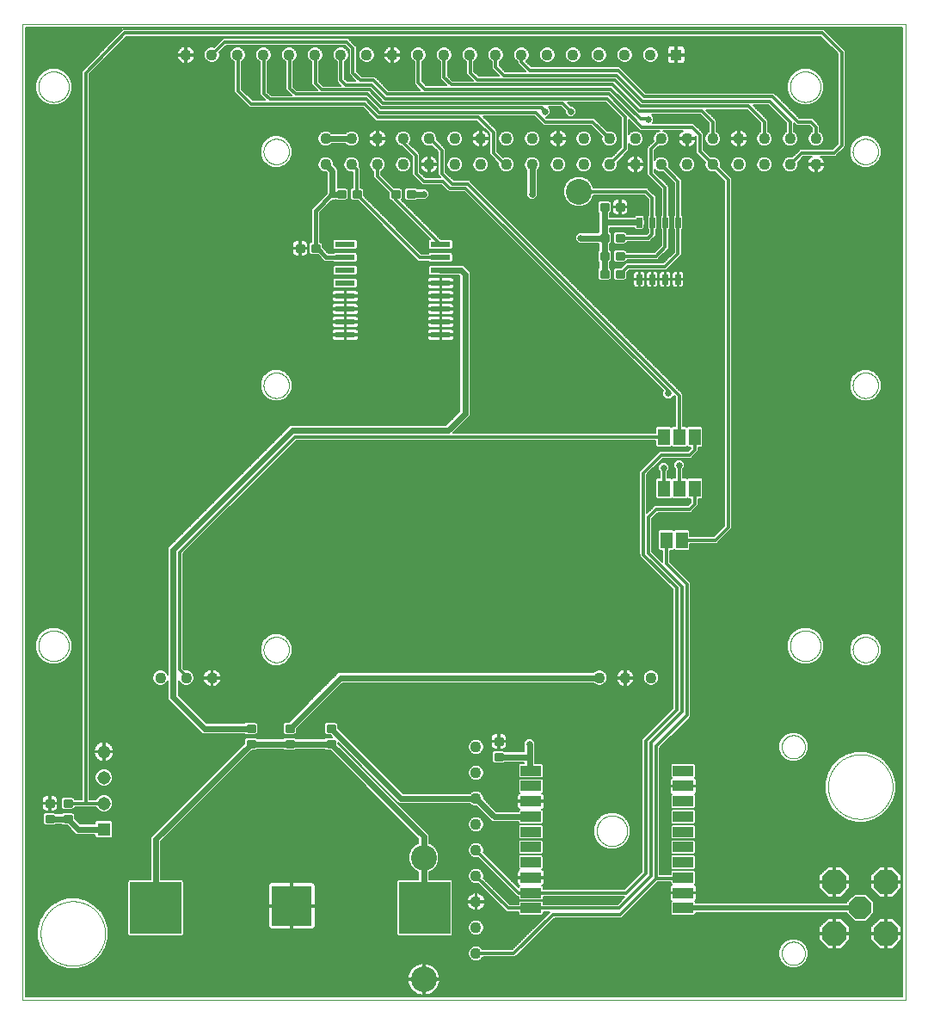
<source format=gtl>
G75*
%MOIN*%
%OFA0B0*%
%FSLAX25Y25*%
%IPPOS*%
%LPD*%
%AMOC8*
5,1,8,0,0,1.08239X$1,22.5*
%
%ADD10C,0.00000*%
%ADD11C,0.00875*%
%ADD12C,0.04362*%
%ADD13R,0.04600X0.06300*%
%ADD14C,0.10000*%
%ADD15R,0.20000X0.20000*%
%ADD16R,0.15600X0.15600*%
%ADD17R,0.04362X0.04362*%
%ADD18C,0.00059*%
%ADD19R,0.07874X0.03937*%
%ADD20OC8,0.09449*%
%ADD21OC8,0.08858*%
%ADD22R,0.07800X0.02100*%
%ADD23R,0.05150X0.05150*%
%ADD24C,0.05150*%
%ADD25C,0.00600*%
%ADD26C,0.02578*%
%ADD27C,0.02400*%
%ADD28C,0.01200*%
%ADD29C,0.01600*%
%ADD30C,0.02000*%
D10*
X0017623Y0020253D02*
X0017623Y0398206D01*
X0360143Y0398206D01*
X0360143Y0020253D01*
X0017623Y0020253D01*
X0024808Y0045843D02*
X0024812Y0046150D01*
X0024823Y0046456D01*
X0024842Y0046763D01*
X0024868Y0047068D01*
X0024902Y0047373D01*
X0024943Y0047677D01*
X0024992Y0047980D01*
X0025048Y0048282D01*
X0025112Y0048582D01*
X0025183Y0048880D01*
X0025261Y0049177D01*
X0025346Y0049472D01*
X0025439Y0049764D01*
X0025539Y0050054D01*
X0025646Y0050342D01*
X0025760Y0050627D01*
X0025880Y0050909D01*
X0026008Y0051187D01*
X0026143Y0051463D01*
X0026284Y0051735D01*
X0026432Y0052004D01*
X0026586Y0052269D01*
X0026747Y0052530D01*
X0026915Y0052788D01*
X0027088Y0053041D01*
X0027268Y0053289D01*
X0027454Y0053533D01*
X0027645Y0053773D01*
X0027843Y0054008D01*
X0028046Y0054237D01*
X0028255Y0054462D01*
X0028469Y0054682D01*
X0028689Y0054896D01*
X0028914Y0055105D01*
X0029143Y0055308D01*
X0029378Y0055506D01*
X0029618Y0055697D01*
X0029862Y0055883D01*
X0030110Y0056063D01*
X0030363Y0056236D01*
X0030621Y0056404D01*
X0030882Y0056565D01*
X0031147Y0056719D01*
X0031416Y0056867D01*
X0031688Y0057008D01*
X0031964Y0057143D01*
X0032242Y0057271D01*
X0032524Y0057391D01*
X0032809Y0057505D01*
X0033097Y0057612D01*
X0033387Y0057712D01*
X0033679Y0057805D01*
X0033974Y0057890D01*
X0034271Y0057968D01*
X0034569Y0058039D01*
X0034869Y0058103D01*
X0035171Y0058159D01*
X0035474Y0058208D01*
X0035778Y0058249D01*
X0036083Y0058283D01*
X0036388Y0058309D01*
X0036695Y0058328D01*
X0037001Y0058339D01*
X0037308Y0058343D01*
X0037615Y0058339D01*
X0037921Y0058328D01*
X0038228Y0058309D01*
X0038533Y0058283D01*
X0038838Y0058249D01*
X0039142Y0058208D01*
X0039445Y0058159D01*
X0039747Y0058103D01*
X0040047Y0058039D01*
X0040345Y0057968D01*
X0040642Y0057890D01*
X0040937Y0057805D01*
X0041229Y0057712D01*
X0041519Y0057612D01*
X0041807Y0057505D01*
X0042092Y0057391D01*
X0042374Y0057271D01*
X0042652Y0057143D01*
X0042928Y0057008D01*
X0043200Y0056867D01*
X0043469Y0056719D01*
X0043734Y0056565D01*
X0043995Y0056404D01*
X0044253Y0056236D01*
X0044506Y0056063D01*
X0044754Y0055883D01*
X0044998Y0055697D01*
X0045238Y0055506D01*
X0045473Y0055308D01*
X0045702Y0055105D01*
X0045927Y0054896D01*
X0046147Y0054682D01*
X0046361Y0054462D01*
X0046570Y0054237D01*
X0046773Y0054008D01*
X0046971Y0053773D01*
X0047162Y0053533D01*
X0047348Y0053289D01*
X0047528Y0053041D01*
X0047701Y0052788D01*
X0047869Y0052530D01*
X0048030Y0052269D01*
X0048184Y0052004D01*
X0048332Y0051735D01*
X0048473Y0051463D01*
X0048608Y0051187D01*
X0048736Y0050909D01*
X0048856Y0050627D01*
X0048970Y0050342D01*
X0049077Y0050054D01*
X0049177Y0049764D01*
X0049270Y0049472D01*
X0049355Y0049177D01*
X0049433Y0048880D01*
X0049504Y0048582D01*
X0049568Y0048282D01*
X0049624Y0047980D01*
X0049673Y0047677D01*
X0049714Y0047373D01*
X0049748Y0047068D01*
X0049774Y0046763D01*
X0049793Y0046456D01*
X0049804Y0046150D01*
X0049808Y0045843D01*
X0049804Y0045536D01*
X0049793Y0045230D01*
X0049774Y0044923D01*
X0049748Y0044618D01*
X0049714Y0044313D01*
X0049673Y0044009D01*
X0049624Y0043706D01*
X0049568Y0043404D01*
X0049504Y0043104D01*
X0049433Y0042806D01*
X0049355Y0042509D01*
X0049270Y0042214D01*
X0049177Y0041922D01*
X0049077Y0041632D01*
X0048970Y0041344D01*
X0048856Y0041059D01*
X0048736Y0040777D01*
X0048608Y0040499D01*
X0048473Y0040223D01*
X0048332Y0039951D01*
X0048184Y0039682D01*
X0048030Y0039417D01*
X0047869Y0039156D01*
X0047701Y0038898D01*
X0047528Y0038645D01*
X0047348Y0038397D01*
X0047162Y0038153D01*
X0046971Y0037913D01*
X0046773Y0037678D01*
X0046570Y0037449D01*
X0046361Y0037224D01*
X0046147Y0037004D01*
X0045927Y0036790D01*
X0045702Y0036581D01*
X0045473Y0036378D01*
X0045238Y0036180D01*
X0044998Y0035989D01*
X0044754Y0035803D01*
X0044506Y0035623D01*
X0044253Y0035450D01*
X0043995Y0035282D01*
X0043734Y0035121D01*
X0043469Y0034967D01*
X0043200Y0034819D01*
X0042928Y0034678D01*
X0042652Y0034543D01*
X0042374Y0034415D01*
X0042092Y0034295D01*
X0041807Y0034181D01*
X0041519Y0034074D01*
X0041229Y0033974D01*
X0040937Y0033881D01*
X0040642Y0033796D01*
X0040345Y0033718D01*
X0040047Y0033647D01*
X0039747Y0033583D01*
X0039445Y0033527D01*
X0039142Y0033478D01*
X0038838Y0033437D01*
X0038533Y0033403D01*
X0038228Y0033377D01*
X0037921Y0033358D01*
X0037615Y0033347D01*
X0037308Y0033343D01*
X0037001Y0033347D01*
X0036695Y0033358D01*
X0036388Y0033377D01*
X0036083Y0033403D01*
X0035778Y0033437D01*
X0035474Y0033478D01*
X0035171Y0033527D01*
X0034869Y0033583D01*
X0034569Y0033647D01*
X0034271Y0033718D01*
X0033974Y0033796D01*
X0033679Y0033881D01*
X0033387Y0033974D01*
X0033097Y0034074D01*
X0032809Y0034181D01*
X0032524Y0034295D01*
X0032242Y0034415D01*
X0031964Y0034543D01*
X0031688Y0034678D01*
X0031416Y0034819D01*
X0031147Y0034967D01*
X0030882Y0035121D01*
X0030621Y0035282D01*
X0030363Y0035450D01*
X0030110Y0035623D01*
X0029862Y0035803D01*
X0029618Y0035989D01*
X0029378Y0036180D01*
X0029143Y0036378D01*
X0028914Y0036581D01*
X0028689Y0036790D01*
X0028469Y0037004D01*
X0028255Y0037224D01*
X0028046Y0037449D01*
X0027843Y0037678D01*
X0027645Y0037913D01*
X0027454Y0038153D01*
X0027268Y0038397D01*
X0027088Y0038645D01*
X0026915Y0038898D01*
X0026747Y0039156D01*
X0026586Y0039417D01*
X0026432Y0039682D01*
X0026284Y0039951D01*
X0026143Y0040223D01*
X0026008Y0040499D01*
X0025880Y0040777D01*
X0025760Y0041059D01*
X0025646Y0041344D01*
X0025539Y0041632D01*
X0025439Y0041922D01*
X0025346Y0042214D01*
X0025261Y0042509D01*
X0025183Y0042806D01*
X0025112Y0043104D01*
X0025048Y0043404D01*
X0024992Y0043706D01*
X0024943Y0044009D01*
X0024902Y0044313D01*
X0024868Y0044618D01*
X0024842Y0044923D01*
X0024823Y0045230D01*
X0024812Y0045536D01*
X0024808Y0045843D01*
X0111206Y0155843D02*
X0111208Y0155983D01*
X0111214Y0156123D01*
X0111224Y0156262D01*
X0111238Y0156401D01*
X0111256Y0156540D01*
X0111277Y0156678D01*
X0111303Y0156816D01*
X0111333Y0156953D01*
X0111366Y0157088D01*
X0111404Y0157223D01*
X0111445Y0157357D01*
X0111490Y0157490D01*
X0111538Y0157621D01*
X0111591Y0157750D01*
X0111647Y0157879D01*
X0111706Y0158005D01*
X0111770Y0158130D01*
X0111836Y0158253D01*
X0111907Y0158374D01*
X0111980Y0158493D01*
X0112057Y0158610D01*
X0112138Y0158724D01*
X0112221Y0158836D01*
X0112308Y0158946D01*
X0112398Y0159054D01*
X0112490Y0159158D01*
X0112586Y0159260D01*
X0112685Y0159360D01*
X0112786Y0159456D01*
X0112890Y0159550D01*
X0112997Y0159640D01*
X0113106Y0159727D01*
X0113218Y0159812D01*
X0113332Y0159893D01*
X0113448Y0159971D01*
X0113566Y0160045D01*
X0113687Y0160116D01*
X0113809Y0160184D01*
X0113934Y0160248D01*
X0114060Y0160309D01*
X0114187Y0160366D01*
X0114317Y0160419D01*
X0114448Y0160469D01*
X0114580Y0160514D01*
X0114713Y0160557D01*
X0114848Y0160595D01*
X0114983Y0160629D01*
X0115120Y0160660D01*
X0115257Y0160687D01*
X0115395Y0160709D01*
X0115534Y0160728D01*
X0115673Y0160743D01*
X0115812Y0160754D01*
X0115952Y0160761D01*
X0116092Y0160764D01*
X0116232Y0160763D01*
X0116372Y0160758D01*
X0116511Y0160749D01*
X0116651Y0160736D01*
X0116790Y0160719D01*
X0116928Y0160698D01*
X0117066Y0160674D01*
X0117203Y0160645D01*
X0117339Y0160613D01*
X0117474Y0160576D01*
X0117608Y0160536D01*
X0117741Y0160492D01*
X0117872Y0160444D01*
X0118002Y0160393D01*
X0118131Y0160338D01*
X0118258Y0160279D01*
X0118383Y0160216D01*
X0118506Y0160151D01*
X0118628Y0160081D01*
X0118747Y0160008D01*
X0118865Y0159932D01*
X0118980Y0159853D01*
X0119093Y0159770D01*
X0119203Y0159684D01*
X0119311Y0159595D01*
X0119416Y0159503D01*
X0119519Y0159408D01*
X0119619Y0159310D01*
X0119716Y0159210D01*
X0119810Y0159106D01*
X0119902Y0159000D01*
X0119990Y0158892D01*
X0120075Y0158781D01*
X0120157Y0158667D01*
X0120236Y0158551D01*
X0120311Y0158434D01*
X0120383Y0158314D01*
X0120451Y0158192D01*
X0120516Y0158068D01*
X0120578Y0157942D01*
X0120636Y0157815D01*
X0120690Y0157686D01*
X0120741Y0157555D01*
X0120787Y0157423D01*
X0120830Y0157290D01*
X0120870Y0157156D01*
X0120905Y0157021D01*
X0120937Y0156884D01*
X0120964Y0156747D01*
X0120988Y0156609D01*
X0121008Y0156471D01*
X0121024Y0156332D01*
X0121036Y0156192D01*
X0121044Y0156053D01*
X0121048Y0155913D01*
X0121048Y0155773D01*
X0121044Y0155633D01*
X0121036Y0155494D01*
X0121024Y0155354D01*
X0121008Y0155215D01*
X0120988Y0155077D01*
X0120964Y0154939D01*
X0120937Y0154802D01*
X0120905Y0154665D01*
X0120870Y0154530D01*
X0120830Y0154396D01*
X0120787Y0154263D01*
X0120741Y0154131D01*
X0120690Y0154000D01*
X0120636Y0153871D01*
X0120578Y0153744D01*
X0120516Y0153618D01*
X0120451Y0153494D01*
X0120383Y0153372D01*
X0120311Y0153252D01*
X0120236Y0153135D01*
X0120157Y0153019D01*
X0120075Y0152905D01*
X0119990Y0152794D01*
X0119902Y0152686D01*
X0119810Y0152580D01*
X0119716Y0152476D01*
X0119619Y0152376D01*
X0119519Y0152278D01*
X0119416Y0152183D01*
X0119311Y0152091D01*
X0119203Y0152002D01*
X0119093Y0151916D01*
X0118980Y0151833D01*
X0118865Y0151754D01*
X0118747Y0151678D01*
X0118628Y0151605D01*
X0118506Y0151535D01*
X0118383Y0151470D01*
X0118258Y0151407D01*
X0118131Y0151348D01*
X0118002Y0151293D01*
X0117872Y0151242D01*
X0117741Y0151194D01*
X0117608Y0151150D01*
X0117474Y0151110D01*
X0117339Y0151073D01*
X0117203Y0151041D01*
X0117066Y0151012D01*
X0116928Y0150988D01*
X0116790Y0150967D01*
X0116651Y0150950D01*
X0116511Y0150937D01*
X0116372Y0150928D01*
X0116232Y0150923D01*
X0116092Y0150922D01*
X0115952Y0150925D01*
X0115812Y0150932D01*
X0115673Y0150943D01*
X0115534Y0150958D01*
X0115395Y0150977D01*
X0115257Y0150999D01*
X0115120Y0151026D01*
X0114983Y0151057D01*
X0114848Y0151091D01*
X0114713Y0151129D01*
X0114580Y0151172D01*
X0114448Y0151217D01*
X0114317Y0151267D01*
X0114187Y0151320D01*
X0114060Y0151377D01*
X0113934Y0151438D01*
X0113809Y0151502D01*
X0113687Y0151570D01*
X0113566Y0151641D01*
X0113448Y0151715D01*
X0113332Y0151793D01*
X0113218Y0151874D01*
X0113106Y0151959D01*
X0112997Y0152046D01*
X0112890Y0152136D01*
X0112786Y0152230D01*
X0112685Y0152326D01*
X0112586Y0152426D01*
X0112490Y0152528D01*
X0112398Y0152632D01*
X0112308Y0152740D01*
X0112221Y0152850D01*
X0112138Y0152962D01*
X0112057Y0153076D01*
X0111980Y0153193D01*
X0111907Y0153312D01*
X0111836Y0153433D01*
X0111770Y0153556D01*
X0111706Y0153681D01*
X0111647Y0153807D01*
X0111591Y0153936D01*
X0111538Y0154065D01*
X0111490Y0154196D01*
X0111445Y0154329D01*
X0111404Y0154463D01*
X0111366Y0154598D01*
X0111333Y0154733D01*
X0111303Y0154870D01*
X0111277Y0155008D01*
X0111256Y0155146D01*
X0111238Y0155285D01*
X0111224Y0155424D01*
X0111214Y0155563D01*
X0111208Y0155703D01*
X0111206Y0155843D01*
X0023914Y0157316D02*
X0023916Y0157469D01*
X0023922Y0157623D01*
X0023932Y0157776D01*
X0023946Y0157928D01*
X0023964Y0158081D01*
X0023986Y0158232D01*
X0024011Y0158383D01*
X0024041Y0158534D01*
X0024075Y0158684D01*
X0024112Y0158832D01*
X0024153Y0158980D01*
X0024198Y0159126D01*
X0024247Y0159272D01*
X0024300Y0159416D01*
X0024356Y0159558D01*
X0024416Y0159699D01*
X0024480Y0159839D01*
X0024547Y0159977D01*
X0024618Y0160113D01*
X0024693Y0160247D01*
X0024770Y0160379D01*
X0024852Y0160509D01*
X0024936Y0160637D01*
X0025024Y0160763D01*
X0025115Y0160886D01*
X0025209Y0161007D01*
X0025307Y0161125D01*
X0025407Y0161241D01*
X0025511Y0161354D01*
X0025617Y0161465D01*
X0025726Y0161573D01*
X0025838Y0161678D01*
X0025952Y0161779D01*
X0026070Y0161878D01*
X0026189Y0161974D01*
X0026311Y0162067D01*
X0026436Y0162156D01*
X0026563Y0162243D01*
X0026692Y0162325D01*
X0026823Y0162405D01*
X0026956Y0162481D01*
X0027091Y0162554D01*
X0027228Y0162623D01*
X0027367Y0162688D01*
X0027507Y0162750D01*
X0027649Y0162808D01*
X0027792Y0162863D01*
X0027937Y0162914D01*
X0028083Y0162961D01*
X0028230Y0163004D01*
X0028378Y0163043D01*
X0028527Y0163079D01*
X0028677Y0163110D01*
X0028828Y0163138D01*
X0028979Y0163162D01*
X0029132Y0163182D01*
X0029284Y0163198D01*
X0029437Y0163210D01*
X0029590Y0163218D01*
X0029743Y0163222D01*
X0029897Y0163222D01*
X0030050Y0163218D01*
X0030203Y0163210D01*
X0030356Y0163198D01*
X0030508Y0163182D01*
X0030661Y0163162D01*
X0030812Y0163138D01*
X0030963Y0163110D01*
X0031113Y0163079D01*
X0031262Y0163043D01*
X0031410Y0163004D01*
X0031557Y0162961D01*
X0031703Y0162914D01*
X0031848Y0162863D01*
X0031991Y0162808D01*
X0032133Y0162750D01*
X0032273Y0162688D01*
X0032412Y0162623D01*
X0032549Y0162554D01*
X0032684Y0162481D01*
X0032817Y0162405D01*
X0032948Y0162325D01*
X0033077Y0162243D01*
X0033204Y0162156D01*
X0033329Y0162067D01*
X0033451Y0161974D01*
X0033570Y0161878D01*
X0033688Y0161779D01*
X0033802Y0161678D01*
X0033914Y0161573D01*
X0034023Y0161465D01*
X0034129Y0161354D01*
X0034233Y0161241D01*
X0034333Y0161125D01*
X0034431Y0161007D01*
X0034525Y0160886D01*
X0034616Y0160763D01*
X0034704Y0160637D01*
X0034788Y0160509D01*
X0034870Y0160379D01*
X0034947Y0160247D01*
X0035022Y0160113D01*
X0035093Y0159977D01*
X0035160Y0159839D01*
X0035224Y0159699D01*
X0035284Y0159558D01*
X0035340Y0159416D01*
X0035393Y0159272D01*
X0035442Y0159126D01*
X0035487Y0158980D01*
X0035528Y0158832D01*
X0035565Y0158684D01*
X0035599Y0158534D01*
X0035629Y0158383D01*
X0035654Y0158232D01*
X0035676Y0158081D01*
X0035694Y0157928D01*
X0035708Y0157776D01*
X0035718Y0157623D01*
X0035724Y0157469D01*
X0035726Y0157316D01*
X0035724Y0157163D01*
X0035718Y0157009D01*
X0035708Y0156856D01*
X0035694Y0156704D01*
X0035676Y0156551D01*
X0035654Y0156400D01*
X0035629Y0156249D01*
X0035599Y0156098D01*
X0035565Y0155948D01*
X0035528Y0155800D01*
X0035487Y0155652D01*
X0035442Y0155506D01*
X0035393Y0155360D01*
X0035340Y0155216D01*
X0035284Y0155074D01*
X0035224Y0154933D01*
X0035160Y0154793D01*
X0035093Y0154655D01*
X0035022Y0154519D01*
X0034947Y0154385D01*
X0034870Y0154253D01*
X0034788Y0154123D01*
X0034704Y0153995D01*
X0034616Y0153869D01*
X0034525Y0153746D01*
X0034431Y0153625D01*
X0034333Y0153507D01*
X0034233Y0153391D01*
X0034129Y0153278D01*
X0034023Y0153167D01*
X0033914Y0153059D01*
X0033802Y0152954D01*
X0033688Y0152853D01*
X0033570Y0152754D01*
X0033451Y0152658D01*
X0033329Y0152565D01*
X0033204Y0152476D01*
X0033077Y0152389D01*
X0032948Y0152307D01*
X0032817Y0152227D01*
X0032684Y0152151D01*
X0032549Y0152078D01*
X0032412Y0152009D01*
X0032273Y0151944D01*
X0032133Y0151882D01*
X0031991Y0151824D01*
X0031848Y0151769D01*
X0031703Y0151718D01*
X0031557Y0151671D01*
X0031410Y0151628D01*
X0031262Y0151589D01*
X0031113Y0151553D01*
X0030963Y0151522D01*
X0030812Y0151494D01*
X0030661Y0151470D01*
X0030508Y0151450D01*
X0030356Y0151434D01*
X0030203Y0151422D01*
X0030050Y0151414D01*
X0029897Y0151410D01*
X0029743Y0151410D01*
X0029590Y0151414D01*
X0029437Y0151422D01*
X0029284Y0151434D01*
X0029132Y0151450D01*
X0028979Y0151470D01*
X0028828Y0151494D01*
X0028677Y0151522D01*
X0028527Y0151553D01*
X0028378Y0151589D01*
X0028230Y0151628D01*
X0028083Y0151671D01*
X0027937Y0151718D01*
X0027792Y0151769D01*
X0027649Y0151824D01*
X0027507Y0151882D01*
X0027367Y0151944D01*
X0027228Y0152009D01*
X0027091Y0152078D01*
X0026956Y0152151D01*
X0026823Y0152227D01*
X0026692Y0152307D01*
X0026563Y0152389D01*
X0026436Y0152476D01*
X0026311Y0152565D01*
X0026189Y0152658D01*
X0026070Y0152754D01*
X0025952Y0152853D01*
X0025838Y0152954D01*
X0025726Y0153059D01*
X0025617Y0153167D01*
X0025511Y0153278D01*
X0025407Y0153391D01*
X0025307Y0153507D01*
X0025209Y0153625D01*
X0025115Y0153746D01*
X0025024Y0153869D01*
X0024936Y0153995D01*
X0024852Y0154123D01*
X0024770Y0154253D01*
X0024693Y0154385D01*
X0024618Y0154519D01*
X0024547Y0154655D01*
X0024480Y0154793D01*
X0024416Y0154933D01*
X0024356Y0155074D01*
X0024300Y0155216D01*
X0024247Y0155360D01*
X0024198Y0155506D01*
X0024153Y0155652D01*
X0024112Y0155800D01*
X0024075Y0155948D01*
X0024041Y0156098D01*
X0024011Y0156249D01*
X0023986Y0156400D01*
X0023964Y0156551D01*
X0023946Y0156704D01*
X0023932Y0156856D01*
X0023922Y0157009D01*
X0023916Y0157163D01*
X0023914Y0157316D01*
X0111206Y0258206D02*
X0111208Y0258346D01*
X0111214Y0258486D01*
X0111224Y0258625D01*
X0111238Y0258764D01*
X0111256Y0258903D01*
X0111277Y0259041D01*
X0111303Y0259179D01*
X0111333Y0259316D01*
X0111366Y0259451D01*
X0111404Y0259586D01*
X0111445Y0259720D01*
X0111490Y0259853D01*
X0111538Y0259984D01*
X0111591Y0260113D01*
X0111647Y0260242D01*
X0111706Y0260368D01*
X0111770Y0260493D01*
X0111836Y0260616D01*
X0111907Y0260737D01*
X0111980Y0260856D01*
X0112057Y0260973D01*
X0112138Y0261087D01*
X0112221Y0261199D01*
X0112308Y0261309D01*
X0112398Y0261417D01*
X0112490Y0261521D01*
X0112586Y0261623D01*
X0112685Y0261723D01*
X0112786Y0261819D01*
X0112890Y0261913D01*
X0112997Y0262003D01*
X0113106Y0262090D01*
X0113218Y0262175D01*
X0113332Y0262256D01*
X0113448Y0262334D01*
X0113566Y0262408D01*
X0113687Y0262479D01*
X0113809Y0262547D01*
X0113934Y0262611D01*
X0114060Y0262672D01*
X0114187Y0262729D01*
X0114317Y0262782D01*
X0114448Y0262832D01*
X0114580Y0262877D01*
X0114713Y0262920D01*
X0114848Y0262958D01*
X0114983Y0262992D01*
X0115120Y0263023D01*
X0115257Y0263050D01*
X0115395Y0263072D01*
X0115534Y0263091D01*
X0115673Y0263106D01*
X0115812Y0263117D01*
X0115952Y0263124D01*
X0116092Y0263127D01*
X0116232Y0263126D01*
X0116372Y0263121D01*
X0116511Y0263112D01*
X0116651Y0263099D01*
X0116790Y0263082D01*
X0116928Y0263061D01*
X0117066Y0263037D01*
X0117203Y0263008D01*
X0117339Y0262976D01*
X0117474Y0262939D01*
X0117608Y0262899D01*
X0117741Y0262855D01*
X0117872Y0262807D01*
X0118002Y0262756D01*
X0118131Y0262701D01*
X0118258Y0262642D01*
X0118383Y0262579D01*
X0118506Y0262514D01*
X0118628Y0262444D01*
X0118747Y0262371D01*
X0118865Y0262295D01*
X0118980Y0262216D01*
X0119093Y0262133D01*
X0119203Y0262047D01*
X0119311Y0261958D01*
X0119416Y0261866D01*
X0119519Y0261771D01*
X0119619Y0261673D01*
X0119716Y0261573D01*
X0119810Y0261469D01*
X0119902Y0261363D01*
X0119990Y0261255D01*
X0120075Y0261144D01*
X0120157Y0261030D01*
X0120236Y0260914D01*
X0120311Y0260797D01*
X0120383Y0260677D01*
X0120451Y0260555D01*
X0120516Y0260431D01*
X0120578Y0260305D01*
X0120636Y0260178D01*
X0120690Y0260049D01*
X0120741Y0259918D01*
X0120787Y0259786D01*
X0120830Y0259653D01*
X0120870Y0259519D01*
X0120905Y0259384D01*
X0120937Y0259247D01*
X0120964Y0259110D01*
X0120988Y0258972D01*
X0121008Y0258834D01*
X0121024Y0258695D01*
X0121036Y0258555D01*
X0121044Y0258416D01*
X0121048Y0258276D01*
X0121048Y0258136D01*
X0121044Y0257996D01*
X0121036Y0257857D01*
X0121024Y0257717D01*
X0121008Y0257578D01*
X0120988Y0257440D01*
X0120964Y0257302D01*
X0120937Y0257165D01*
X0120905Y0257028D01*
X0120870Y0256893D01*
X0120830Y0256759D01*
X0120787Y0256626D01*
X0120741Y0256494D01*
X0120690Y0256363D01*
X0120636Y0256234D01*
X0120578Y0256107D01*
X0120516Y0255981D01*
X0120451Y0255857D01*
X0120383Y0255735D01*
X0120311Y0255615D01*
X0120236Y0255498D01*
X0120157Y0255382D01*
X0120075Y0255268D01*
X0119990Y0255157D01*
X0119902Y0255049D01*
X0119810Y0254943D01*
X0119716Y0254839D01*
X0119619Y0254739D01*
X0119519Y0254641D01*
X0119416Y0254546D01*
X0119311Y0254454D01*
X0119203Y0254365D01*
X0119093Y0254279D01*
X0118980Y0254196D01*
X0118865Y0254117D01*
X0118747Y0254041D01*
X0118628Y0253968D01*
X0118506Y0253898D01*
X0118383Y0253833D01*
X0118258Y0253770D01*
X0118131Y0253711D01*
X0118002Y0253656D01*
X0117872Y0253605D01*
X0117741Y0253557D01*
X0117608Y0253513D01*
X0117474Y0253473D01*
X0117339Y0253436D01*
X0117203Y0253404D01*
X0117066Y0253375D01*
X0116928Y0253351D01*
X0116790Y0253330D01*
X0116651Y0253313D01*
X0116511Y0253300D01*
X0116372Y0253291D01*
X0116232Y0253286D01*
X0116092Y0253285D01*
X0115952Y0253288D01*
X0115812Y0253295D01*
X0115673Y0253306D01*
X0115534Y0253321D01*
X0115395Y0253340D01*
X0115257Y0253362D01*
X0115120Y0253389D01*
X0114983Y0253420D01*
X0114848Y0253454D01*
X0114713Y0253492D01*
X0114580Y0253535D01*
X0114448Y0253580D01*
X0114317Y0253630D01*
X0114187Y0253683D01*
X0114060Y0253740D01*
X0113934Y0253801D01*
X0113809Y0253865D01*
X0113687Y0253933D01*
X0113566Y0254004D01*
X0113448Y0254078D01*
X0113332Y0254156D01*
X0113218Y0254237D01*
X0113106Y0254322D01*
X0112997Y0254409D01*
X0112890Y0254499D01*
X0112786Y0254593D01*
X0112685Y0254689D01*
X0112586Y0254789D01*
X0112490Y0254891D01*
X0112398Y0254995D01*
X0112308Y0255103D01*
X0112221Y0255213D01*
X0112138Y0255325D01*
X0112057Y0255439D01*
X0111980Y0255556D01*
X0111907Y0255675D01*
X0111836Y0255796D01*
X0111770Y0255919D01*
X0111706Y0256044D01*
X0111647Y0256170D01*
X0111591Y0256299D01*
X0111538Y0256428D01*
X0111490Y0256559D01*
X0111445Y0256692D01*
X0111404Y0256826D01*
X0111366Y0256961D01*
X0111333Y0257096D01*
X0111303Y0257233D01*
X0111277Y0257371D01*
X0111256Y0257509D01*
X0111238Y0257648D01*
X0111224Y0257787D01*
X0111214Y0257926D01*
X0111208Y0258066D01*
X0111206Y0258206D01*
X0111206Y0348757D02*
X0111208Y0348897D01*
X0111214Y0349037D01*
X0111224Y0349176D01*
X0111238Y0349315D01*
X0111256Y0349454D01*
X0111277Y0349592D01*
X0111303Y0349730D01*
X0111333Y0349867D01*
X0111366Y0350002D01*
X0111404Y0350137D01*
X0111445Y0350271D01*
X0111490Y0350404D01*
X0111538Y0350535D01*
X0111591Y0350664D01*
X0111647Y0350793D01*
X0111706Y0350919D01*
X0111770Y0351044D01*
X0111836Y0351167D01*
X0111907Y0351288D01*
X0111980Y0351407D01*
X0112057Y0351524D01*
X0112138Y0351638D01*
X0112221Y0351750D01*
X0112308Y0351860D01*
X0112398Y0351968D01*
X0112490Y0352072D01*
X0112586Y0352174D01*
X0112685Y0352274D01*
X0112786Y0352370D01*
X0112890Y0352464D01*
X0112997Y0352554D01*
X0113106Y0352641D01*
X0113218Y0352726D01*
X0113332Y0352807D01*
X0113448Y0352885D01*
X0113566Y0352959D01*
X0113687Y0353030D01*
X0113809Y0353098D01*
X0113934Y0353162D01*
X0114060Y0353223D01*
X0114187Y0353280D01*
X0114317Y0353333D01*
X0114448Y0353383D01*
X0114580Y0353428D01*
X0114713Y0353471D01*
X0114848Y0353509D01*
X0114983Y0353543D01*
X0115120Y0353574D01*
X0115257Y0353601D01*
X0115395Y0353623D01*
X0115534Y0353642D01*
X0115673Y0353657D01*
X0115812Y0353668D01*
X0115952Y0353675D01*
X0116092Y0353678D01*
X0116232Y0353677D01*
X0116372Y0353672D01*
X0116511Y0353663D01*
X0116651Y0353650D01*
X0116790Y0353633D01*
X0116928Y0353612D01*
X0117066Y0353588D01*
X0117203Y0353559D01*
X0117339Y0353527D01*
X0117474Y0353490D01*
X0117608Y0353450D01*
X0117741Y0353406D01*
X0117872Y0353358D01*
X0118002Y0353307D01*
X0118131Y0353252D01*
X0118258Y0353193D01*
X0118383Y0353130D01*
X0118506Y0353065D01*
X0118628Y0352995D01*
X0118747Y0352922D01*
X0118865Y0352846D01*
X0118980Y0352767D01*
X0119093Y0352684D01*
X0119203Y0352598D01*
X0119311Y0352509D01*
X0119416Y0352417D01*
X0119519Y0352322D01*
X0119619Y0352224D01*
X0119716Y0352124D01*
X0119810Y0352020D01*
X0119902Y0351914D01*
X0119990Y0351806D01*
X0120075Y0351695D01*
X0120157Y0351581D01*
X0120236Y0351465D01*
X0120311Y0351348D01*
X0120383Y0351228D01*
X0120451Y0351106D01*
X0120516Y0350982D01*
X0120578Y0350856D01*
X0120636Y0350729D01*
X0120690Y0350600D01*
X0120741Y0350469D01*
X0120787Y0350337D01*
X0120830Y0350204D01*
X0120870Y0350070D01*
X0120905Y0349935D01*
X0120937Y0349798D01*
X0120964Y0349661D01*
X0120988Y0349523D01*
X0121008Y0349385D01*
X0121024Y0349246D01*
X0121036Y0349106D01*
X0121044Y0348967D01*
X0121048Y0348827D01*
X0121048Y0348687D01*
X0121044Y0348547D01*
X0121036Y0348408D01*
X0121024Y0348268D01*
X0121008Y0348129D01*
X0120988Y0347991D01*
X0120964Y0347853D01*
X0120937Y0347716D01*
X0120905Y0347579D01*
X0120870Y0347444D01*
X0120830Y0347310D01*
X0120787Y0347177D01*
X0120741Y0347045D01*
X0120690Y0346914D01*
X0120636Y0346785D01*
X0120578Y0346658D01*
X0120516Y0346532D01*
X0120451Y0346408D01*
X0120383Y0346286D01*
X0120311Y0346166D01*
X0120236Y0346049D01*
X0120157Y0345933D01*
X0120075Y0345819D01*
X0119990Y0345708D01*
X0119902Y0345600D01*
X0119810Y0345494D01*
X0119716Y0345390D01*
X0119619Y0345290D01*
X0119519Y0345192D01*
X0119416Y0345097D01*
X0119311Y0345005D01*
X0119203Y0344916D01*
X0119093Y0344830D01*
X0118980Y0344747D01*
X0118865Y0344668D01*
X0118747Y0344592D01*
X0118628Y0344519D01*
X0118506Y0344449D01*
X0118383Y0344384D01*
X0118258Y0344321D01*
X0118131Y0344262D01*
X0118002Y0344207D01*
X0117872Y0344156D01*
X0117741Y0344108D01*
X0117608Y0344064D01*
X0117474Y0344024D01*
X0117339Y0343987D01*
X0117203Y0343955D01*
X0117066Y0343926D01*
X0116928Y0343902D01*
X0116790Y0343881D01*
X0116651Y0343864D01*
X0116511Y0343851D01*
X0116372Y0343842D01*
X0116232Y0343837D01*
X0116092Y0343836D01*
X0115952Y0343839D01*
X0115812Y0343846D01*
X0115673Y0343857D01*
X0115534Y0343872D01*
X0115395Y0343891D01*
X0115257Y0343913D01*
X0115120Y0343940D01*
X0114983Y0343971D01*
X0114848Y0344005D01*
X0114713Y0344043D01*
X0114580Y0344086D01*
X0114448Y0344131D01*
X0114317Y0344181D01*
X0114187Y0344234D01*
X0114060Y0344291D01*
X0113934Y0344352D01*
X0113809Y0344416D01*
X0113687Y0344484D01*
X0113566Y0344555D01*
X0113448Y0344629D01*
X0113332Y0344707D01*
X0113218Y0344788D01*
X0113106Y0344873D01*
X0112997Y0344960D01*
X0112890Y0345050D01*
X0112786Y0345144D01*
X0112685Y0345240D01*
X0112586Y0345340D01*
X0112490Y0345442D01*
X0112398Y0345546D01*
X0112308Y0345654D01*
X0112221Y0345764D01*
X0112138Y0345876D01*
X0112057Y0345990D01*
X0111980Y0346107D01*
X0111907Y0346226D01*
X0111836Y0346347D01*
X0111770Y0346470D01*
X0111706Y0346595D01*
X0111647Y0346721D01*
X0111591Y0346850D01*
X0111538Y0346979D01*
X0111490Y0347110D01*
X0111445Y0347243D01*
X0111404Y0347377D01*
X0111366Y0347512D01*
X0111333Y0347647D01*
X0111303Y0347784D01*
X0111277Y0347922D01*
X0111256Y0348060D01*
X0111238Y0348199D01*
X0111224Y0348338D01*
X0111214Y0348477D01*
X0111208Y0348617D01*
X0111206Y0348757D01*
X0023914Y0373851D02*
X0023916Y0374004D01*
X0023922Y0374158D01*
X0023932Y0374311D01*
X0023946Y0374463D01*
X0023964Y0374616D01*
X0023986Y0374767D01*
X0024011Y0374918D01*
X0024041Y0375069D01*
X0024075Y0375219D01*
X0024112Y0375367D01*
X0024153Y0375515D01*
X0024198Y0375661D01*
X0024247Y0375807D01*
X0024300Y0375951D01*
X0024356Y0376093D01*
X0024416Y0376234D01*
X0024480Y0376374D01*
X0024547Y0376512D01*
X0024618Y0376648D01*
X0024693Y0376782D01*
X0024770Y0376914D01*
X0024852Y0377044D01*
X0024936Y0377172D01*
X0025024Y0377298D01*
X0025115Y0377421D01*
X0025209Y0377542D01*
X0025307Y0377660D01*
X0025407Y0377776D01*
X0025511Y0377889D01*
X0025617Y0378000D01*
X0025726Y0378108D01*
X0025838Y0378213D01*
X0025952Y0378314D01*
X0026070Y0378413D01*
X0026189Y0378509D01*
X0026311Y0378602D01*
X0026436Y0378691D01*
X0026563Y0378778D01*
X0026692Y0378860D01*
X0026823Y0378940D01*
X0026956Y0379016D01*
X0027091Y0379089D01*
X0027228Y0379158D01*
X0027367Y0379223D01*
X0027507Y0379285D01*
X0027649Y0379343D01*
X0027792Y0379398D01*
X0027937Y0379449D01*
X0028083Y0379496D01*
X0028230Y0379539D01*
X0028378Y0379578D01*
X0028527Y0379614D01*
X0028677Y0379645D01*
X0028828Y0379673D01*
X0028979Y0379697D01*
X0029132Y0379717D01*
X0029284Y0379733D01*
X0029437Y0379745D01*
X0029590Y0379753D01*
X0029743Y0379757D01*
X0029897Y0379757D01*
X0030050Y0379753D01*
X0030203Y0379745D01*
X0030356Y0379733D01*
X0030508Y0379717D01*
X0030661Y0379697D01*
X0030812Y0379673D01*
X0030963Y0379645D01*
X0031113Y0379614D01*
X0031262Y0379578D01*
X0031410Y0379539D01*
X0031557Y0379496D01*
X0031703Y0379449D01*
X0031848Y0379398D01*
X0031991Y0379343D01*
X0032133Y0379285D01*
X0032273Y0379223D01*
X0032412Y0379158D01*
X0032549Y0379089D01*
X0032684Y0379016D01*
X0032817Y0378940D01*
X0032948Y0378860D01*
X0033077Y0378778D01*
X0033204Y0378691D01*
X0033329Y0378602D01*
X0033451Y0378509D01*
X0033570Y0378413D01*
X0033688Y0378314D01*
X0033802Y0378213D01*
X0033914Y0378108D01*
X0034023Y0378000D01*
X0034129Y0377889D01*
X0034233Y0377776D01*
X0034333Y0377660D01*
X0034431Y0377542D01*
X0034525Y0377421D01*
X0034616Y0377298D01*
X0034704Y0377172D01*
X0034788Y0377044D01*
X0034870Y0376914D01*
X0034947Y0376782D01*
X0035022Y0376648D01*
X0035093Y0376512D01*
X0035160Y0376374D01*
X0035224Y0376234D01*
X0035284Y0376093D01*
X0035340Y0375951D01*
X0035393Y0375807D01*
X0035442Y0375661D01*
X0035487Y0375515D01*
X0035528Y0375367D01*
X0035565Y0375219D01*
X0035599Y0375069D01*
X0035629Y0374918D01*
X0035654Y0374767D01*
X0035676Y0374616D01*
X0035694Y0374463D01*
X0035708Y0374311D01*
X0035718Y0374158D01*
X0035724Y0374004D01*
X0035726Y0373851D01*
X0035724Y0373698D01*
X0035718Y0373544D01*
X0035708Y0373391D01*
X0035694Y0373239D01*
X0035676Y0373086D01*
X0035654Y0372935D01*
X0035629Y0372784D01*
X0035599Y0372633D01*
X0035565Y0372483D01*
X0035528Y0372335D01*
X0035487Y0372187D01*
X0035442Y0372041D01*
X0035393Y0371895D01*
X0035340Y0371751D01*
X0035284Y0371609D01*
X0035224Y0371468D01*
X0035160Y0371328D01*
X0035093Y0371190D01*
X0035022Y0371054D01*
X0034947Y0370920D01*
X0034870Y0370788D01*
X0034788Y0370658D01*
X0034704Y0370530D01*
X0034616Y0370404D01*
X0034525Y0370281D01*
X0034431Y0370160D01*
X0034333Y0370042D01*
X0034233Y0369926D01*
X0034129Y0369813D01*
X0034023Y0369702D01*
X0033914Y0369594D01*
X0033802Y0369489D01*
X0033688Y0369388D01*
X0033570Y0369289D01*
X0033451Y0369193D01*
X0033329Y0369100D01*
X0033204Y0369011D01*
X0033077Y0368924D01*
X0032948Y0368842D01*
X0032817Y0368762D01*
X0032684Y0368686D01*
X0032549Y0368613D01*
X0032412Y0368544D01*
X0032273Y0368479D01*
X0032133Y0368417D01*
X0031991Y0368359D01*
X0031848Y0368304D01*
X0031703Y0368253D01*
X0031557Y0368206D01*
X0031410Y0368163D01*
X0031262Y0368124D01*
X0031113Y0368088D01*
X0030963Y0368057D01*
X0030812Y0368029D01*
X0030661Y0368005D01*
X0030508Y0367985D01*
X0030356Y0367969D01*
X0030203Y0367957D01*
X0030050Y0367949D01*
X0029897Y0367945D01*
X0029743Y0367945D01*
X0029590Y0367949D01*
X0029437Y0367957D01*
X0029284Y0367969D01*
X0029132Y0367985D01*
X0028979Y0368005D01*
X0028828Y0368029D01*
X0028677Y0368057D01*
X0028527Y0368088D01*
X0028378Y0368124D01*
X0028230Y0368163D01*
X0028083Y0368206D01*
X0027937Y0368253D01*
X0027792Y0368304D01*
X0027649Y0368359D01*
X0027507Y0368417D01*
X0027367Y0368479D01*
X0027228Y0368544D01*
X0027091Y0368613D01*
X0026956Y0368686D01*
X0026823Y0368762D01*
X0026692Y0368842D01*
X0026563Y0368924D01*
X0026436Y0369011D01*
X0026311Y0369100D01*
X0026189Y0369193D01*
X0026070Y0369289D01*
X0025952Y0369388D01*
X0025838Y0369489D01*
X0025726Y0369594D01*
X0025617Y0369702D01*
X0025511Y0369813D01*
X0025407Y0369926D01*
X0025307Y0370042D01*
X0025209Y0370160D01*
X0025115Y0370281D01*
X0025024Y0370404D01*
X0024936Y0370530D01*
X0024852Y0370658D01*
X0024770Y0370788D01*
X0024693Y0370920D01*
X0024618Y0371054D01*
X0024547Y0371190D01*
X0024480Y0371328D01*
X0024416Y0371468D01*
X0024356Y0371609D01*
X0024300Y0371751D01*
X0024247Y0371895D01*
X0024198Y0372041D01*
X0024153Y0372187D01*
X0024112Y0372335D01*
X0024075Y0372483D01*
X0024041Y0372633D01*
X0024011Y0372784D01*
X0023986Y0372935D01*
X0023964Y0373086D01*
X0023946Y0373239D01*
X0023932Y0373391D01*
X0023922Y0373544D01*
X0023916Y0373698D01*
X0023914Y0373851D01*
X0240363Y0085646D02*
X0240365Y0085799D01*
X0240371Y0085953D01*
X0240381Y0086106D01*
X0240395Y0086258D01*
X0240413Y0086411D01*
X0240435Y0086562D01*
X0240460Y0086713D01*
X0240490Y0086864D01*
X0240524Y0087014D01*
X0240561Y0087162D01*
X0240602Y0087310D01*
X0240647Y0087456D01*
X0240696Y0087602D01*
X0240749Y0087746D01*
X0240805Y0087888D01*
X0240865Y0088029D01*
X0240929Y0088169D01*
X0240996Y0088307D01*
X0241067Y0088443D01*
X0241142Y0088577D01*
X0241219Y0088709D01*
X0241301Y0088839D01*
X0241385Y0088967D01*
X0241473Y0089093D01*
X0241564Y0089216D01*
X0241658Y0089337D01*
X0241756Y0089455D01*
X0241856Y0089571D01*
X0241960Y0089684D01*
X0242066Y0089795D01*
X0242175Y0089903D01*
X0242287Y0090008D01*
X0242401Y0090109D01*
X0242519Y0090208D01*
X0242638Y0090304D01*
X0242760Y0090397D01*
X0242885Y0090486D01*
X0243012Y0090573D01*
X0243141Y0090655D01*
X0243272Y0090735D01*
X0243405Y0090811D01*
X0243540Y0090884D01*
X0243677Y0090953D01*
X0243816Y0091018D01*
X0243956Y0091080D01*
X0244098Y0091138D01*
X0244241Y0091193D01*
X0244386Y0091244D01*
X0244532Y0091291D01*
X0244679Y0091334D01*
X0244827Y0091373D01*
X0244976Y0091409D01*
X0245126Y0091440D01*
X0245277Y0091468D01*
X0245428Y0091492D01*
X0245581Y0091512D01*
X0245733Y0091528D01*
X0245886Y0091540D01*
X0246039Y0091548D01*
X0246192Y0091552D01*
X0246346Y0091552D01*
X0246499Y0091548D01*
X0246652Y0091540D01*
X0246805Y0091528D01*
X0246957Y0091512D01*
X0247110Y0091492D01*
X0247261Y0091468D01*
X0247412Y0091440D01*
X0247562Y0091409D01*
X0247711Y0091373D01*
X0247859Y0091334D01*
X0248006Y0091291D01*
X0248152Y0091244D01*
X0248297Y0091193D01*
X0248440Y0091138D01*
X0248582Y0091080D01*
X0248722Y0091018D01*
X0248861Y0090953D01*
X0248998Y0090884D01*
X0249133Y0090811D01*
X0249266Y0090735D01*
X0249397Y0090655D01*
X0249526Y0090573D01*
X0249653Y0090486D01*
X0249778Y0090397D01*
X0249900Y0090304D01*
X0250019Y0090208D01*
X0250137Y0090109D01*
X0250251Y0090008D01*
X0250363Y0089903D01*
X0250472Y0089795D01*
X0250578Y0089684D01*
X0250682Y0089571D01*
X0250782Y0089455D01*
X0250880Y0089337D01*
X0250974Y0089216D01*
X0251065Y0089093D01*
X0251153Y0088967D01*
X0251237Y0088839D01*
X0251319Y0088709D01*
X0251396Y0088577D01*
X0251471Y0088443D01*
X0251542Y0088307D01*
X0251609Y0088169D01*
X0251673Y0088029D01*
X0251733Y0087888D01*
X0251789Y0087746D01*
X0251842Y0087602D01*
X0251891Y0087456D01*
X0251936Y0087310D01*
X0251977Y0087162D01*
X0252014Y0087014D01*
X0252048Y0086864D01*
X0252078Y0086713D01*
X0252103Y0086562D01*
X0252125Y0086411D01*
X0252143Y0086258D01*
X0252157Y0086106D01*
X0252167Y0085953D01*
X0252173Y0085799D01*
X0252175Y0085646D01*
X0252173Y0085493D01*
X0252167Y0085339D01*
X0252157Y0085186D01*
X0252143Y0085034D01*
X0252125Y0084881D01*
X0252103Y0084730D01*
X0252078Y0084579D01*
X0252048Y0084428D01*
X0252014Y0084278D01*
X0251977Y0084130D01*
X0251936Y0083982D01*
X0251891Y0083836D01*
X0251842Y0083690D01*
X0251789Y0083546D01*
X0251733Y0083404D01*
X0251673Y0083263D01*
X0251609Y0083123D01*
X0251542Y0082985D01*
X0251471Y0082849D01*
X0251396Y0082715D01*
X0251319Y0082583D01*
X0251237Y0082453D01*
X0251153Y0082325D01*
X0251065Y0082199D01*
X0250974Y0082076D01*
X0250880Y0081955D01*
X0250782Y0081837D01*
X0250682Y0081721D01*
X0250578Y0081608D01*
X0250472Y0081497D01*
X0250363Y0081389D01*
X0250251Y0081284D01*
X0250137Y0081183D01*
X0250019Y0081084D01*
X0249900Y0080988D01*
X0249778Y0080895D01*
X0249653Y0080806D01*
X0249526Y0080719D01*
X0249397Y0080637D01*
X0249266Y0080557D01*
X0249133Y0080481D01*
X0248998Y0080408D01*
X0248861Y0080339D01*
X0248722Y0080274D01*
X0248582Y0080212D01*
X0248440Y0080154D01*
X0248297Y0080099D01*
X0248152Y0080048D01*
X0248006Y0080001D01*
X0247859Y0079958D01*
X0247711Y0079919D01*
X0247562Y0079883D01*
X0247412Y0079852D01*
X0247261Y0079824D01*
X0247110Y0079800D01*
X0246957Y0079780D01*
X0246805Y0079764D01*
X0246652Y0079752D01*
X0246499Y0079744D01*
X0246346Y0079740D01*
X0246192Y0079740D01*
X0246039Y0079744D01*
X0245886Y0079752D01*
X0245733Y0079764D01*
X0245581Y0079780D01*
X0245428Y0079800D01*
X0245277Y0079824D01*
X0245126Y0079852D01*
X0244976Y0079883D01*
X0244827Y0079919D01*
X0244679Y0079958D01*
X0244532Y0080001D01*
X0244386Y0080048D01*
X0244241Y0080099D01*
X0244098Y0080154D01*
X0243956Y0080212D01*
X0243816Y0080274D01*
X0243677Y0080339D01*
X0243540Y0080408D01*
X0243405Y0080481D01*
X0243272Y0080557D01*
X0243141Y0080637D01*
X0243012Y0080719D01*
X0242885Y0080806D01*
X0242760Y0080895D01*
X0242638Y0080988D01*
X0242519Y0081084D01*
X0242401Y0081183D01*
X0242287Y0081284D01*
X0242175Y0081389D01*
X0242066Y0081497D01*
X0241960Y0081608D01*
X0241856Y0081721D01*
X0241756Y0081837D01*
X0241658Y0081955D01*
X0241564Y0082076D01*
X0241473Y0082199D01*
X0241385Y0082325D01*
X0241301Y0082453D01*
X0241219Y0082583D01*
X0241142Y0082715D01*
X0241067Y0082849D01*
X0240996Y0082985D01*
X0240929Y0083123D01*
X0240865Y0083263D01*
X0240805Y0083404D01*
X0240749Y0083546D01*
X0240696Y0083690D01*
X0240647Y0083836D01*
X0240602Y0083982D01*
X0240561Y0084130D01*
X0240524Y0084278D01*
X0240490Y0084428D01*
X0240460Y0084579D01*
X0240435Y0084730D01*
X0240413Y0084881D01*
X0240395Y0085034D01*
X0240381Y0085186D01*
X0240371Y0085339D01*
X0240365Y0085493D01*
X0240363Y0085646D01*
X0312052Y0118166D02*
X0312054Y0118300D01*
X0312060Y0118434D01*
X0312070Y0118567D01*
X0312084Y0118701D01*
X0312102Y0118834D01*
X0312124Y0118966D01*
X0312149Y0119097D01*
X0312179Y0119228D01*
X0312213Y0119358D01*
X0312250Y0119486D01*
X0312291Y0119614D01*
X0312336Y0119740D01*
X0312385Y0119865D01*
X0312437Y0119988D01*
X0312493Y0120110D01*
X0312553Y0120230D01*
X0312616Y0120348D01*
X0312683Y0120464D01*
X0312753Y0120578D01*
X0312827Y0120690D01*
X0312904Y0120800D01*
X0312984Y0120908D01*
X0313067Y0121013D01*
X0313153Y0121115D01*
X0313242Y0121215D01*
X0313335Y0121312D01*
X0313430Y0121407D01*
X0313528Y0121498D01*
X0313628Y0121587D01*
X0313731Y0121672D01*
X0313837Y0121755D01*
X0313945Y0121834D01*
X0314055Y0121910D01*
X0314168Y0121983D01*
X0314283Y0122052D01*
X0314399Y0122118D01*
X0314518Y0122180D01*
X0314638Y0122239D01*
X0314761Y0122294D01*
X0314884Y0122346D01*
X0315009Y0122393D01*
X0315136Y0122437D01*
X0315264Y0122478D01*
X0315393Y0122514D01*
X0315523Y0122547D01*
X0315654Y0122575D01*
X0315785Y0122600D01*
X0315918Y0122621D01*
X0316051Y0122638D01*
X0316184Y0122651D01*
X0316318Y0122660D01*
X0316452Y0122665D01*
X0316586Y0122666D01*
X0316719Y0122663D01*
X0316853Y0122656D01*
X0316987Y0122645D01*
X0317120Y0122630D01*
X0317253Y0122611D01*
X0317385Y0122588D01*
X0317516Y0122562D01*
X0317646Y0122531D01*
X0317776Y0122496D01*
X0317904Y0122458D01*
X0318031Y0122416D01*
X0318157Y0122370D01*
X0318282Y0122320D01*
X0318405Y0122267D01*
X0318526Y0122210D01*
X0318646Y0122149D01*
X0318763Y0122085D01*
X0318879Y0122018D01*
X0318993Y0121947D01*
X0319104Y0121872D01*
X0319213Y0121795D01*
X0319320Y0121714D01*
X0319425Y0121630D01*
X0319526Y0121543D01*
X0319626Y0121453D01*
X0319722Y0121360D01*
X0319816Y0121264D01*
X0319907Y0121165D01*
X0319994Y0121064D01*
X0320079Y0120960D01*
X0320161Y0120854D01*
X0320239Y0120746D01*
X0320314Y0120635D01*
X0320386Y0120522D01*
X0320455Y0120406D01*
X0320520Y0120289D01*
X0320581Y0120170D01*
X0320639Y0120049D01*
X0320693Y0119927D01*
X0320744Y0119803D01*
X0320791Y0119677D01*
X0320834Y0119550D01*
X0320873Y0119422D01*
X0320909Y0119293D01*
X0320940Y0119163D01*
X0320968Y0119032D01*
X0320992Y0118900D01*
X0321012Y0118767D01*
X0321028Y0118634D01*
X0321040Y0118501D01*
X0321048Y0118367D01*
X0321052Y0118233D01*
X0321052Y0118099D01*
X0321048Y0117965D01*
X0321040Y0117831D01*
X0321028Y0117698D01*
X0321012Y0117565D01*
X0320992Y0117432D01*
X0320968Y0117300D01*
X0320940Y0117169D01*
X0320909Y0117039D01*
X0320873Y0116910D01*
X0320834Y0116782D01*
X0320791Y0116655D01*
X0320744Y0116529D01*
X0320693Y0116405D01*
X0320639Y0116283D01*
X0320581Y0116162D01*
X0320520Y0116043D01*
X0320455Y0115926D01*
X0320386Y0115810D01*
X0320314Y0115697D01*
X0320239Y0115586D01*
X0320161Y0115478D01*
X0320079Y0115372D01*
X0319994Y0115268D01*
X0319907Y0115167D01*
X0319816Y0115068D01*
X0319722Y0114972D01*
X0319626Y0114879D01*
X0319526Y0114789D01*
X0319425Y0114702D01*
X0319320Y0114618D01*
X0319213Y0114537D01*
X0319104Y0114460D01*
X0318993Y0114385D01*
X0318879Y0114314D01*
X0318763Y0114247D01*
X0318646Y0114183D01*
X0318526Y0114122D01*
X0318405Y0114065D01*
X0318282Y0114012D01*
X0318157Y0113962D01*
X0318031Y0113916D01*
X0317904Y0113874D01*
X0317776Y0113836D01*
X0317646Y0113801D01*
X0317516Y0113770D01*
X0317385Y0113744D01*
X0317253Y0113721D01*
X0317120Y0113702D01*
X0316987Y0113687D01*
X0316853Y0113676D01*
X0316719Y0113669D01*
X0316586Y0113666D01*
X0316452Y0113667D01*
X0316318Y0113672D01*
X0316184Y0113681D01*
X0316051Y0113694D01*
X0315918Y0113711D01*
X0315785Y0113732D01*
X0315654Y0113757D01*
X0315523Y0113785D01*
X0315393Y0113818D01*
X0315264Y0113854D01*
X0315136Y0113895D01*
X0315009Y0113939D01*
X0314884Y0113986D01*
X0314761Y0114038D01*
X0314638Y0114093D01*
X0314518Y0114152D01*
X0314399Y0114214D01*
X0314283Y0114280D01*
X0314168Y0114349D01*
X0314055Y0114422D01*
X0313945Y0114498D01*
X0313837Y0114577D01*
X0313731Y0114660D01*
X0313628Y0114745D01*
X0313528Y0114834D01*
X0313430Y0114925D01*
X0313335Y0115020D01*
X0313242Y0115117D01*
X0313153Y0115217D01*
X0313067Y0115319D01*
X0312984Y0115424D01*
X0312904Y0115532D01*
X0312827Y0115642D01*
X0312753Y0115754D01*
X0312683Y0115868D01*
X0312616Y0115984D01*
X0312553Y0116102D01*
X0312493Y0116222D01*
X0312437Y0116344D01*
X0312385Y0116467D01*
X0312336Y0116592D01*
X0312291Y0116718D01*
X0312250Y0116846D01*
X0312213Y0116974D01*
X0312179Y0117104D01*
X0312149Y0117235D01*
X0312124Y0117366D01*
X0312102Y0117498D01*
X0312084Y0117631D01*
X0312070Y0117765D01*
X0312060Y0117898D01*
X0312054Y0118032D01*
X0312052Y0118166D01*
X0330000Y0102749D02*
X0330004Y0103056D01*
X0330015Y0103362D01*
X0330034Y0103669D01*
X0330060Y0103974D01*
X0330094Y0104279D01*
X0330135Y0104583D01*
X0330184Y0104886D01*
X0330240Y0105188D01*
X0330304Y0105488D01*
X0330375Y0105786D01*
X0330453Y0106083D01*
X0330538Y0106378D01*
X0330631Y0106670D01*
X0330731Y0106960D01*
X0330838Y0107248D01*
X0330952Y0107533D01*
X0331072Y0107815D01*
X0331200Y0108093D01*
X0331335Y0108369D01*
X0331476Y0108641D01*
X0331624Y0108910D01*
X0331778Y0109175D01*
X0331939Y0109436D01*
X0332107Y0109694D01*
X0332280Y0109947D01*
X0332460Y0110195D01*
X0332646Y0110439D01*
X0332837Y0110679D01*
X0333035Y0110914D01*
X0333238Y0111143D01*
X0333447Y0111368D01*
X0333661Y0111588D01*
X0333881Y0111802D01*
X0334106Y0112011D01*
X0334335Y0112214D01*
X0334570Y0112412D01*
X0334810Y0112603D01*
X0335054Y0112789D01*
X0335302Y0112969D01*
X0335555Y0113142D01*
X0335813Y0113310D01*
X0336074Y0113471D01*
X0336339Y0113625D01*
X0336608Y0113773D01*
X0336880Y0113914D01*
X0337156Y0114049D01*
X0337434Y0114177D01*
X0337716Y0114297D01*
X0338001Y0114411D01*
X0338289Y0114518D01*
X0338579Y0114618D01*
X0338871Y0114711D01*
X0339166Y0114796D01*
X0339463Y0114874D01*
X0339761Y0114945D01*
X0340061Y0115009D01*
X0340363Y0115065D01*
X0340666Y0115114D01*
X0340970Y0115155D01*
X0341275Y0115189D01*
X0341580Y0115215D01*
X0341887Y0115234D01*
X0342193Y0115245D01*
X0342500Y0115249D01*
X0342807Y0115245D01*
X0343113Y0115234D01*
X0343420Y0115215D01*
X0343725Y0115189D01*
X0344030Y0115155D01*
X0344334Y0115114D01*
X0344637Y0115065D01*
X0344939Y0115009D01*
X0345239Y0114945D01*
X0345537Y0114874D01*
X0345834Y0114796D01*
X0346129Y0114711D01*
X0346421Y0114618D01*
X0346711Y0114518D01*
X0346999Y0114411D01*
X0347284Y0114297D01*
X0347566Y0114177D01*
X0347844Y0114049D01*
X0348120Y0113914D01*
X0348392Y0113773D01*
X0348661Y0113625D01*
X0348926Y0113471D01*
X0349187Y0113310D01*
X0349445Y0113142D01*
X0349698Y0112969D01*
X0349946Y0112789D01*
X0350190Y0112603D01*
X0350430Y0112412D01*
X0350665Y0112214D01*
X0350894Y0112011D01*
X0351119Y0111802D01*
X0351339Y0111588D01*
X0351553Y0111368D01*
X0351762Y0111143D01*
X0351965Y0110914D01*
X0352163Y0110679D01*
X0352354Y0110439D01*
X0352540Y0110195D01*
X0352720Y0109947D01*
X0352893Y0109694D01*
X0353061Y0109436D01*
X0353222Y0109175D01*
X0353376Y0108910D01*
X0353524Y0108641D01*
X0353665Y0108369D01*
X0353800Y0108093D01*
X0353928Y0107815D01*
X0354048Y0107533D01*
X0354162Y0107248D01*
X0354269Y0106960D01*
X0354369Y0106670D01*
X0354462Y0106378D01*
X0354547Y0106083D01*
X0354625Y0105786D01*
X0354696Y0105488D01*
X0354760Y0105188D01*
X0354816Y0104886D01*
X0354865Y0104583D01*
X0354906Y0104279D01*
X0354940Y0103974D01*
X0354966Y0103669D01*
X0354985Y0103362D01*
X0354996Y0103056D01*
X0355000Y0102749D01*
X0354996Y0102442D01*
X0354985Y0102136D01*
X0354966Y0101829D01*
X0354940Y0101524D01*
X0354906Y0101219D01*
X0354865Y0100915D01*
X0354816Y0100612D01*
X0354760Y0100310D01*
X0354696Y0100010D01*
X0354625Y0099712D01*
X0354547Y0099415D01*
X0354462Y0099120D01*
X0354369Y0098828D01*
X0354269Y0098538D01*
X0354162Y0098250D01*
X0354048Y0097965D01*
X0353928Y0097683D01*
X0353800Y0097405D01*
X0353665Y0097129D01*
X0353524Y0096857D01*
X0353376Y0096588D01*
X0353222Y0096323D01*
X0353061Y0096062D01*
X0352893Y0095804D01*
X0352720Y0095551D01*
X0352540Y0095303D01*
X0352354Y0095059D01*
X0352163Y0094819D01*
X0351965Y0094584D01*
X0351762Y0094355D01*
X0351553Y0094130D01*
X0351339Y0093910D01*
X0351119Y0093696D01*
X0350894Y0093487D01*
X0350665Y0093284D01*
X0350430Y0093086D01*
X0350190Y0092895D01*
X0349946Y0092709D01*
X0349698Y0092529D01*
X0349445Y0092356D01*
X0349187Y0092188D01*
X0348926Y0092027D01*
X0348661Y0091873D01*
X0348392Y0091725D01*
X0348120Y0091584D01*
X0347844Y0091449D01*
X0347566Y0091321D01*
X0347284Y0091201D01*
X0346999Y0091087D01*
X0346711Y0090980D01*
X0346421Y0090880D01*
X0346129Y0090787D01*
X0345834Y0090702D01*
X0345537Y0090624D01*
X0345239Y0090553D01*
X0344939Y0090489D01*
X0344637Y0090433D01*
X0344334Y0090384D01*
X0344030Y0090343D01*
X0343725Y0090309D01*
X0343420Y0090283D01*
X0343113Y0090264D01*
X0342807Y0090253D01*
X0342500Y0090249D01*
X0342193Y0090253D01*
X0341887Y0090264D01*
X0341580Y0090283D01*
X0341275Y0090309D01*
X0340970Y0090343D01*
X0340666Y0090384D01*
X0340363Y0090433D01*
X0340061Y0090489D01*
X0339761Y0090553D01*
X0339463Y0090624D01*
X0339166Y0090702D01*
X0338871Y0090787D01*
X0338579Y0090880D01*
X0338289Y0090980D01*
X0338001Y0091087D01*
X0337716Y0091201D01*
X0337434Y0091321D01*
X0337156Y0091449D01*
X0336880Y0091584D01*
X0336608Y0091725D01*
X0336339Y0091873D01*
X0336074Y0092027D01*
X0335813Y0092188D01*
X0335555Y0092356D01*
X0335302Y0092529D01*
X0335054Y0092709D01*
X0334810Y0092895D01*
X0334570Y0093086D01*
X0334335Y0093284D01*
X0334106Y0093487D01*
X0333881Y0093696D01*
X0333661Y0093910D01*
X0333447Y0094130D01*
X0333238Y0094355D01*
X0333035Y0094584D01*
X0332837Y0094819D01*
X0332646Y0095059D01*
X0332460Y0095303D01*
X0332280Y0095551D01*
X0332107Y0095804D01*
X0331939Y0096062D01*
X0331778Y0096323D01*
X0331624Y0096588D01*
X0331476Y0096857D01*
X0331335Y0097129D01*
X0331200Y0097405D01*
X0331072Y0097683D01*
X0330952Y0097965D01*
X0330838Y0098250D01*
X0330731Y0098538D01*
X0330631Y0098828D01*
X0330538Y0099120D01*
X0330453Y0099415D01*
X0330375Y0099712D01*
X0330304Y0100010D01*
X0330240Y0100310D01*
X0330184Y0100612D01*
X0330135Y0100915D01*
X0330094Y0101219D01*
X0330060Y0101524D01*
X0330034Y0101829D01*
X0330015Y0102136D01*
X0330004Y0102442D01*
X0330000Y0102749D01*
X0339552Y0155843D02*
X0339554Y0155983D01*
X0339560Y0156123D01*
X0339570Y0156262D01*
X0339584Y0156401D01*
X0339602Y0156540D01*
X0339623Y0156678D01*
X0339649Y0156816D01*
X0339679Y0156953D01*
X0339712Y0157088D01*
X0339750Y0157223D01*
X0339791Y0157357D01*
X0339836Y0157490D01*
X0339884Y0157621D01*
X0339937Y0157750D01*
X0339993Y0157879D01*
X0340052Y0158005D01*
X0340116Y0158130D01*
X0340182Y0158253D01*
X0340253Y0158374D01*
X0340326Y0158493D01*
X0340403Y0158610D01*
X0340484Y0158724D01*
X0340567Y0158836D01*
X0340654Y0158946D01*
X0340744Y0159054D01*
X0340836Y0159158D01*
X0340932Y0159260D01*
X0341031Y0159360D01*
X0341132Y0159456D01*
X0341236Y0159550D01*
X0341343Y0159640D01*
X0341452Y0159727D01*
X0341564Y0159812D01*
X0341678Y0159893D01*
X0341794Y0159971D01*
X0341912Y0160045D01*
X0342033Y0160116D01*
X0342155Y0160184D01*
X0342280Y0160248D01*
X0342406Y0160309D01*
X0342533Y0160366D01*
X0342663Y0160419D01*
X0342794Y0160469D01*
X0342926Y0160514D01*
X0343059Y0160557D01*
X0343194Y0160595D01*
X0343329Y0160629D01*
X0343466Y0160660D01*
X0343603Y0160687D01*
X0343741Y0160709D01*
X0343880Y0160728D01*
X0344019Y0160743D01*
X0344158Y0160754D01*
X0344298Y0160761D01*
X0344438Y0160764D01*
X0344578Y0160763D01*
X0344718Y0160758D01*
X0344857Y0160749D01*
X0344997Y0160736D01*
X0345136Y0160719D01*
X0345274Y0160698D01*
X0345412Y0160674D01*
X0345549Y0160645D01*
X0345685Y0160613D01*
X0345820Y0160576D01*
X0345954Y0160536D01*
X0346087Y0160492D01*
X0346218Y0160444D01*
X0346348Y0160393D01*
X0346477Y0160338D01*
X0346604Y0160279D01*
X0346729Y0160216D01*
X0346852Y0160151D01*
X0346974Y0160081D01*
X0347093Y0160008D01*
X0347211Y0159932D01*
X0347326Y0159853D01*
X0347439Y0159770D01*
X0347549Y0159684D01*
X0347657Y0159595D01*
X0347762Y0159503D01*
X0347865Y0159408D01*
X0347965Y0159310D01*
X0348062Y0159210D01*
X0348156Y0159106D01*
X0348248Y0159000D01*
X0348336Y0158892D01*
X0348421Y0158781D01*
X0348503Y0158667D01*
X0348582Y0158551D01*
X0348657Y0158434D01*
X0348729Y0158314D01*
X0348797Y0158192D01*
X0348862Y0158068D01*
X0348924Y0157942D01*
X0348982Y0157815D01*
X0349036Y0157686D01*
X0349087Y0157555D01*
X0349133Y0157423D01*
X0349176Y0157290D01*
X0349216Y0157156D01*
X0349251Y0157021D01*
X0349283Y0156884D01*
X0349310Y0156747D01*
X0349334Y0156609D01*
X0349354Y0156471D01*
X0349370Y0156332D01*
X0349382Y0156192D01*
X0349390Y0156053D01*
X0349394Y0155913D01*
X0349394Y0155773D01*
X0349390Y0155633D01*
X0349382Y0155494D01*
X0349370Y0155354D01*
X0349354Y0155215D01*
X0349334Y0155077D01*
X0349310Y0154939D01*
X0349283Y0154802D01*
X0349251Y0154665D01*
X0349216Y0154530D01*
X0349176Y0154396D01*
X0349133Y0154263D01*
X0349087Y0154131D01*
X0349036Y0154000D01*
X0348982Y0153871D01*
X0348924Y0153744D01*
X0348862Y0153618D01*
X0348797Y0153494D01*
X0348729Y0153372D01*
X0348657Y0153252D01*
X0348582Y0153135D01*
X0348503Y0153019D01*
X0348421Y0152905D01*
X0348336Y0152794D01*
X0348248Y0152686D01*
X0348156Y0152580D01*
X0348062Y0152476D01*
X0347965Y0152376D01*
X0347865Y0152278D01*
X0347762Y0152183D01*
X0347657Y0152091D01*
X0347549Y0152002D01*
X0347439Y0151916D01*
X0347326Y0151833D01*
X0347211Y0151754D01*
X0347093Y0151678D01*
X0346974Y0151605D01*
X0346852Y0151535D01*
X0346729Y0151470D01*
X0346604Y0151407D01*
X0346477Y0151348D01*
X0346348Y0151293D01*
X0346218Y0151242D01*
X0346087Y0151194D01*
X0345954Y0151150D01*
X0345820Y0151110D01*
X0345685Y0151073D01*
X0345549Y0151041D01*
X0345412Y0151012D01*
X0345274Y0150988D01*
X0345136Y0150967D01*
X0344997Y0150950D01*
X0344857Y0150937D01*
X0344718Y0150928D01*
X0344578Y0150923D01*
X0344438Y0150922D01*
X0344298Y0150925D01*
X0344158Y0150932D01*
X0344019Y0150943D01*
X0343880Y0150958D01*
X0343741Y0150977D01*
X0343603Y0150999D01*
X0343466Y0151026D01*
X0343329Y0151057D01*
X0343194Y0151091D01*
X0343059Y0151129D01*
X0342926Y0151172D01*
X0342794Y0151217D01*
X0342663Y0151267D01*
X0342533Y0151320D01*
X0342406Y0151377D01*
X0342280Y0151438D01*
X0342155Y0151502D01*
X0342033Y0151570D01*
X0341912Y0151641D01*
X0341794Y0151715D01*
X0341678Y0151793D01*
X0341564Y0151874D01*
X0341452Y0151959D01*
X0341343Y0152046D01*
X0341236Y0152136D01*
X0341132Y0152230D01*
X0341031Y0152326D01*
X0340932Y0152426D01*
X0340836Y0152528D01*
X0340744Y0152632D01*
X0340654Y0152740D01*
X0340567Y0152850D01*
X0340484Y0152962D01*
X0340403Y0153076D01*
X0340326Y0153193D01*
X0340253Y0153312D01*
X0340182Y0153433D01*
X0340116Y0153556D01*
X0340052Y0153681D01*
X0339993Y0153807D01*
X0339937Y0153936D01*
X0339884Y0154065D01*
X0339836Y0154196D01*
X0339791Y0154329D01*
X0339750Y0154463D01*
X0339712Y0154598D01*
X0339679Y0154733D01*
X0339649Y0154870D01*
X0339623Y0155008D01*
X0339602Y0155146D01*
X0339584Y0155285D01*
X0339570Y0155424D01*
X0339560Y0155563D01*
X0339554Y0155703D01*
X0339552Y0155843D01*
X0315252Y0157316D02*
X0315254Y0157469D01*
X0315260Y0157623D01*
X0315270Y0157776D01*
X0315284Y0157928D01*
X0315302Y0158081D01*
X0315324Y0158232D01*
X0315349Y0158383D01*
X0315379Y0158534D01*
X0315413Y0158684D01*
X0315450Y0158832D01*
X0315491Y0158980D01*
X0315536Y0159126D01*
X0315585Y0159272D01*
X0315638Y0159416D01*
X0315694Y0159558D01*
X0315754Y0159699D01*
X0315818Y0159839D01*
X0315885Y0159977D01*
X0315956Y0160113D01*
X0316031Y0160247D01*
X0316108Y0160379D01*
X0316190Y0160509D01*
X0316274Y0160637D01*
X0316362Y0160763D01*
X0316453Y0160886D01*
X0316547Y0161007D01*
X0316645Y0161125D01*
X0316745Y0161241D01*
X0316849Y0161354D01*
X0316955Y0161465D01*
X0317064Y0161573D01*
X0317176Y0161678D01*
X0317290Y0161779D01*
X0317408Y0161878D01*
X0317527Y0161974D01*
X0317649Y0162067D01*
X0317774Y0162156D01*
X0317901Y0162243D01*
X0318030Y0162325D01*
X0318161Y0162405D01*
X0318294Y0162481D01*
X0318429Y0162554D01*
X0318566Y0162623D01*
X0318705Y0162688D01*
X0318845Y0162750D01*
X0318987Y0162808D01*
X0319130Y0162863D01*
X0319275Y0162914D01*
X0319421Y0162961D01*
X0319568Y0163004D01*
X0319716Y0163043D01*
X0319865Y0163079D01*
X0320015Y0163110D01*
X0320166Y0163138D01*
X0320317Y0163162D01*
X0320470Y0163182D01*
X0320622Y0163198D01*
X0320775Y0163210D01*
X0320928Y0163218D01*
X0321081Y0163222D01*
X0321235Y0163222D01*
X0321388Y0163218D01*
X0321541Y0163210D01*
X0321694Y0163198D01*
X0321846Y0163182D01*
X0321999Y0163162D01*
X0322150Y0163138D01*
X0322301Y0163110D01*
X0322451Y0163079D01*
X0322600Y0163043D01*
X0322748Y0163004D01*
X0322895Y0162961D01*
X0323041Y0162914D01*
X0323186Y0162863D01*
X0323329Y0162808D01*
X0323471Y0162750D01*
X0323611Y0162688D01*
X0323750Y0162623D01*
X0323887Y0162554D01*
X0324022Y0162481D01*
X0324155Y0162405D01*
X0324286Y0162325D01*
X0324415Y0162243D01*
X0324542Y0162156D01*
X0324667Y0162067D01*
X0324789Y0161974D01*
X0324908Y0161878D01*
X0325026Y0161779D01*
X0325140Y0161678D01*
X0325252Y0161573D01*
X0325361Y0161465D01*
X0325467Y0161354D01*
X0325571Y0161241D01*
X0325671Y0161125D01*
X0325769Y0161007D01*
X0325863Y0160886D01*
X0325954Y0160763D01*
X0326042Y0160637D01*
X0326126Y0160509D01*
X0326208Y0160379D01*
X0326285Y0160247D01*
X0326360Y0160113D01*
X0326431Y0159977D01*
X0326498Y0159839D01*
X0326562Y0159699D01*
X0326622Y0159558D01*
X0326678Y0159416D01*
X0326731Y0159272D01*
X0326780Y0159126D01*
X0326825Y0158980D01*
X0326866Y0158832D01*
X0326903Y0158684D01*
X0326937Y0158534D01*
X0326967Y0158383D01*
X0326992Y0158232D01*
X0327014Y0158081D01*
X0327032Y0157928D01*
X0327046Y0157776D01*
X0327056Y0157623D01*
X0327062Y0157469D01*
X0327064Y0157316D01*
X0327062Y0157163D01*
X0327056Y0157009D01*
X0327046Y0156856D01*
X0327032Y0156704D01*
X0327014Y0156551D01*
X0326992Y0156400D01*
X0326967Y0156249D01*
X0326937Y0156098D01*
X0326903Y0155948D01*
X0326866Y0155800D01*
X0326825Y0155652D01*
X0326780Y0155506D01*
X0326731Y0155360D01*
X0326678Y0155216D01*
X0326622Y0155074D01*
X0326562Y0154933D01*
X0326498Y0154793D01*
X0326431Y0154655D01*
X0326360Y0154519D01*
X0326285Y0154385D01*
X0326208Y0154253D01*
X0326126Y0154123D01*
X0326042Y0153995D01*
X0325954Y0153869D01*
X0325863Y0153746D01*
X0325769Y0153625D01*
X0325671Y0153507D01*
X0325571Y0153391D01*
X0325467Y0153278D01*
X0325361Y0153167D01*
X0325252Y0153059D01*
X0325140Y0152954D01*
X0325026Y0152853D01*
X0324908Y0152754D01*
X0324789Y0152658D01*
X0324667Y0152565D01*
X0324542Y0152476D01*
X0324415Y0152389D01*
X0324286Y0152307D01*
X0324155Y0152227D01*
X0324022Y0152151D01*
X0323887Y0152078D01*
X0323750Y0152009D01*
X0323611Y0151944D01*
X0323471Y0151882D01*
X0323329Y0151824D01*
X0323186Y0151769D01*
X0323041Y0151718D01*
X0322895Y0151671D01*
X0322748Y0151628D01*
X0322600Y0151589D01*
X0322451Y0151553D01*
X0322301Y0151522D01*
X0322150Y0151494D01*
X0321999Y0151470D01*
X0321846Y0151450D01*
X0321694Y0151434D01*
X0321541Y0151422D01*
X0321388Y0151414D01*
X0321235Y0151410D01*
X0321081Y0151410D01*
X0320928Y0151414D01*
X0320775Y0151422D01*
X0320622Y0151434D01*
X0320470Y0151450D01*
X0320317Y0151470D01*
X0320166Y0151494D01*
X0320015Y0151522D01*
X0319865Y0151553D01*
X0319716Y0151589D01*
X0319568Y0151628D01*
X0319421Y0151671D01*
X0319275Y0151718D01*
X0319130Y0151769D01*
X0318987Y0151824D01*
X0318845Y0151882D01*
X0318705Y0151944D01*
X0318566Y0152009D01*
X0318429Y0152078D01*
X0318294Y0152151D01*
X0318161Y0152227D01*
X0318030Y0152307D01*
X0317901Y0152389D01*
X0317774Y0152476D01*
X0317649Y0152565D01*
X0317527Y0152658D01*
X0317408Y0152754D01*
X0317290Y0152853D01*
X0317176Y0152954D01*
X0317064Y0153059D01*
X0316955Y0153167D01*
X0316849Y0153278D01*
X0316745Y0153391D01*
X0316645Y0153507D01*
X0316547Y0153625D01*
X0316453Y0153746D01*
X0316362Y0153869D01*
X0316274Y0153995D01*
X0316190Y0154123D01*
X0316108Y0154253D01*
X0316031Y0154385D01*
X0315956Y0154519D01*
X0315885Y0154655D01*
X0315818Y0154793D01*
X0315754Y0154933D01*
X0315694Y0155074D01*
X0315638Y0155216D01*
X0315585Y0155360D01*
X0315536Y0155506D01*
X0315491Y0155652D01*
X0315450Y0155800D01*
X0315413Y0155948D01*
X0315379Y0156098D01*
X0315349Y0156249D01*
X0315324Y0156400D01*
X0315302Y0156551D01*
X0315284Y0156704D01*
X0315270Y0156856D01*
X0315260Y0157009D01*
X0315254Y0157163D01*
X0315252Y0157316D01*
X0339552Y0258206D02*
X0339554Y0258346D01*
X0339560Y0258486D01*
X0339570Y0258625D01*
X0339584Y0258764D01*
X0339602Y0258903D01*
X0339623Y0259041D01*
X0339649Y0259179D01*
X0339679Y0259316D01*
X0339712Y0259451D01*
X0339750Y0259586D01*
X0339791Y0259720D01*
X0339836Y0259853D01*
X0339884Y0259984D01*
X0339937Y0260113D01*
X0339993Y0260242D01*
X0340052Y0260368D01*
X0340116Y0260493D01*
X0340182Y0260616D01*
X0340253Y0260737D01*
X0340326Y0260856D01*
X0340403Y0260973D01*
X0340484Y0261087D01*
X0340567Y0261199D01*
X0340654Y0261309D01*
X0340744Y0261417D01*
X0340836Y0261521D01*
X0340932Y0261623D01*
X0341031Y0261723D01*
X0341132Y0261819D01*
X0341236Y0261913D01*
X0341343Y0262003D01*
X0341452Y0262090D01*
X0341564Y0262175D01*
X0341678Y0262256D01*
X0341794Y0262334D01*
X0341912Y0262408D01*
X0342033Y0262479D01*
X0342155Y0262547D01*
X0342280Y0262611D01*
X0342406Y0262672D01*
X0342533Y0262729D01*
X0342663Y0262782D01*
X0342794Y0262832D01*
X0342926Y0262877D01*
X0343059Y0262920D01*
X0343194Y0262958D01*
X0343329Y0262992D01*
X0343466Y0263023D01*
X0343603Y0263050D01*
X0343741Y0263072D01*
X0343880Y0263091D01*
X0344019Y0263106D01*
X0344158Y0263117D01*
X0344298Y0263124D01*
X0344438Y0263127D01*
X0344578Y0263126D01*
X0344718Y0263121D01*
X0344857Y0263112D01*
X0344997Y0263099D01*
X0345136Y0263082D01*
X0345274Y0263061D01*
X0345412Y0263037D01*
X0345549Y0263008D01*
X0345685Y0262976D01*
X0345820Y0262939D01*
X0345954Y0262899D01*
X0346087Y0262855D01*
X0346218Y0262807D01*
X0346348Y0262756D01*
X0346477Y0262701D01*
X0346604Y0262642D01*
X0346729Y0262579D01*
X0346852Y0262514D01*
X0346974Y0262444D01*
X0347093Y0262371D01*
X0347211Y0262295D01*
X0347326Y0262216D01*
X0347439Y0262133D01*
X0347549Y0262047D01*
X0347657Y0261958D01*
X0347762Y0261866D01*
X0347865Y0261771D01*
X0347965Y0261673D01*
X0348062Y0261573D01*
X0348156Y0261469D01*
X0348248Y0261363D01*
X0348336Y0261255D01*
X0348421Y0261144D01*
X0348503Y0261030D01*
X0348582Y0260914D01*
X0348657Y0260797D01*
X0348729Y0260677D01*
X0348797Y0260555D01*
X0348862Y0260431D01*
X0348924Y0260305D01*
X0348982Y0260178D01*
X0349036Y0260049D01*
X0349087Y0259918D01*
X0349133Y0259786D01*
X0349176Y0259653D01*
X0349216Y0259519D01*
X0349251Y0259384D01*
X0349283Y0259247D01*
X0349310Y0259110D01*
X0349334Y0258972D01*
X0349354Y0258834D01*
X0349370Y0258695D01*
X0349382Y0258555D01*
X0349390Y0258416D01*
X0349394Y0258276D01*
X0349394Y0258136D01*
X0349390Y0257996D01*
X0349382Y0257857D01*
X0349370Y0257717D01*
X0349354Y0257578D01*
X0349334Y0257440D01*
X0349310Y0257302D01*
X0349283Y0257165D01*
X0349251Y0257028D01*
X0349216Y0256893D01*
X0349176Y0256759D01*
X0349133Y0256626D01*
X0349087Y0256494D01*
X0349036Y0256363D01*
X0348982Y0256234D01*
X0348924Y0256107D01*
X0348862Y0255981D01*
X0348797Y0255857D01*
X0348729Y0255735D01*
X0348657Y0255615D01*
X0348582Y0255498D01*
X0348503Y0255382D01*
X0348421Y0255268D01*
X0348336Y0255157D01*
X0348248Y0255049D01*
X0348156Y0254943D01*
X0348062Y0254839D01*
X0347965Y0254739D01*
X0347865Y0254641D01*
X0347762Y0254546D01*
X0347657Y0254454D01*
X0347549Y0254365D01*
X0347439Y0254279D01*
X0347326Y0254196D01*
X0347211Y0254117D01*
X0347093Y0254041D01*
X0346974Y0253968D01*
X0346852Y0253898D01*
X0346729Y0253833D01*
X0346604Y0253770D01*
X0346477Y0253711D01*
X0346348Y0253656D01*
X0346218Y0253605D01*
X0346087Y0253557D01*
X0345954Y0253513D01*
X0345820Y0253473D01*
X0345685Y0253436D01*
X0345549Y0253404D01*
X0345412Y0253375D01*
X0345274Y0253351D01*
X0345136Y0253330D01*
X0344997Y0253313D01*
X0344857Y0253300D01*
X0344718Y0253291D01*
X0344578Y0253286D01*
X0344438Y0253285D01*
X0344298Y0253288D01*
X0344158Y0253295D01*
X0344019Y0253306D01*
X0343880Y0253321D01*
X0343741Y0253340D01*
X0343603Y0253362D01*
X0343466Y0253389D01*
X0343329Y0253420D01*
X0343194Y0253454D01*
X0343059Y0253492D01*
X0342926Y0253535D01*
X0342794Y0253580D01*
X0342663Y0253630D01*
X0342533Y0253683D01*
X0342406Y0253740D01*
X0342280Y0253801D01*
X0342155Y0253865D01*
X0342033Y0253933D01*
X0341912Y0254004D01*
X0341794Y0254078D01*
X0341678Y0254156D01*
X0341564Y0254237D01*
X0341452Y0254322D01*
X0341343Y0254409D01*
X0341236Y0254499D01*
X0341132Y0254593D01*
X0341031Y0254689D01*
X0340932Y0254789D01*
X0340836Y0254891D01*
X0340744Y0254995D01*
X0340654Y0255103D01*
X0340567Y0255213D01*
X0340484Y0255325D01*
X0340403Y0255439D01*
X0340326Y0255556D01*
X0340253Y0255675D01*
X0340182Y0255796D01*
X0340116Y0255919D01*
X0340052Y0256044D01*
X0339993Y0256170D01*
X0339937Y0256299D01*
X0339884Y0256428D01*
X0339836Y0256559D01*
X0339791Y0256692D01*
X0339750Y0256826D01*
X0339712Y0256961D01*
X0339679Y0257096D01*
X0339649Y0257233D01*
X0339623Y0257371D01*
X0339602Y0257509D01*
X0339584Y0257648D01*
X0339570Y0257787D01*
X0339560Y0257926D01*
X0339554Y0258066D01*
X0339552Y0258206D01*
X0339552Y0348757D02*
X0339554Y0348897D01*
X0339560Y0349037D01*
X0339570Y0349176D01*
X0339584Y0349315D01*
X0339602Y0349454D01*
X0339623Y0349592D01*
X0339649Y0349730D01*
X0339679Y0349867D01*
X0339712Y0350002D01*
X0339750Y0350137D01*
X0339791Y0350271D01*
X0339836Y0350404D01*
X0339884Y0350535D01*
X0339937Y0350664D01*
X0339993Y0350793D01*
X0340052Y0350919D01*
X0340116Y0351044D01*
X0340182Y0351167D01*
X0340253Y0351288D01*
X0340326Y0351407D01*
X0340403Y0351524D01*
X0340484Y0351638D01*
X0340567Y0351750D01*
X0340654Y0351860D01*
X0340744Y0351968D01*
X0340836Y0352072D01*
X0340932Y0352174D01*
X0341031Y0352274D01*
X0341132Y0352370D01*
X0341236Y0352464D01*
X0341343Y0352554D01*
X0341452Y0352641D01*
X0341564Y0352726D01*
X0341678Y0352807D01*
X0341794Y0352885D01*
X0341912Y0352959D01*
X0342033Y0353030D01*
X0342155Y0353098D01*
X0342280Y0353162D01*
X0342406Y0353223D01*
X0342533Y0353280D01*
X0342663Y0353333D01*
X0342794Y0353383D01*
X0342926Y0353428D01*
X0343059Y0353471D01*
X0343194Y0353509D01*
X0343329Y0353543D01*
X0343466Y0353574D01*
X0343603Y0353601D01*
X0343741Y0353623D01*
X0343880Y0353642D01*
X0344019Y0353657D01*
X0344158Y0353668D01*
X0344298Y0353675D01*
X0344438Y0353678D01*
X0344578Y0353677D01*
X0344718Y0353672D01*
X0344857Y0353663D01*
X0344997Y0353650D01*
X0345136Y0353633D01*
X0345274Y0353612D01*
X0345412Y0353588D01*
X0345549Y0353559D01*
X0345685Y0353527D01*
X0345820Y0353490D01*
X0345954Y0353450D01*
X0346087Y0353406D01*
X0346218Y0353358D01*
X0346348Y0353307D01*
X0346477Y0353252D01*
X0346604Y0353193D01*
X0346729Y0353130D01*
X0346852Y0353065D01*
X0346974Y0352995D01*
X0347093Y0352922D01*
X0347211Y0352846D01*
X0347326Y0352767D01*
X0347439Y0352684D01*
X0347549Y0352598D01*
X0347657Y0352509D01*
X0347762Y0352417D01*
X0347865Y0352322D01*
X0347965Y0352224D01*
X0348062Y0352124D01*
X0348156Y0352020D01*
X0348248Y0351914D01*
X0348336Y0351806D01*
X0348421Y0351695D01*
X0348503Y0351581D01*
X0348582Y0351465D01*
X0348657Y0351348D01*
X0348729Y0351228D01*
X0348797Y0351106D01*
X0348862Y0350982D01*
X0348924Y0350856D01*
X0348982Y0350729D01*
X0349036Y0350600D01*
X0349087Y0350469D01*
X0349133Y0350337D01*
X0349176Y0350204D01*
X0349216Y0350070D01*
X0349251Y0349935D01*
X0349283Y0349798D01*
X0349310Y0349661D01*
X0349334Y0349523D01*
X0349354Y0349385D01*
X0349370Y0349246D01*
X0349382Y0349106D01*
X0349390Y0348967D01*
X0349394Y0348827D01*
X0349394Y0348687D01*
X0349390Y0348547D01*
X0349382Y0348408D01*
X0349370Y0348268D01*
X0349354Y0348129D01*
X0349334Y0347991D01*
X0349310Y0347853D01*
X0349283Y0347716D01*
X0349251Y0347579D01*
X0349216Y0347444D01*
X0349176Y0347310D01*
X0349133Y0347177D01*
X0349087Y0347045D01*
X0349036Y0346914D01*
X0348982Y0346785D01*
X0348924Y0346658D01*
X0348862Y0346532D01*
X0348797Y0346408D01*
X0348729Y0346286D01*
X0348657Y0346166D01*
X0348582Y0346049D01*
X0348503Y0345933D01*
X0348421Y0345819D01*
X0348336Y0345708D01*
X0348248Y0345600D01*
X0348156Y0345494D01*
X0348062Y0345390D01*
X0347965Y0345290D01*
X0347865Y0345192D01*
X0347762Y0345097D01*
X0347657Y0345005D01*
X0347549Y0344916D01*
X0347439Y0344830D01*
X0347326Y0344747D01*
X0347211Y0344668D01*
X0347093Y0344592D01*
X0346974Y0344519D01*
X0346852Y0344449D01*
X0346729Y0344384D01*
X0346604Y0344321D01*
X0346477Y0344262D01*
X0346348Y0344207D01*
X0346218Y0344156D01*
X0346087Y0344108D01*
X0345954Y0344064D01*
X0345820Y0344024D01*
X0345685Y0343987D01*
X0345549Y0343955D01*
X0345412Y0343926D01*
X0345274Y0343902D01*
X0345136Y0343881D01*
X0344997Y0343864D01*
X0344857Y0343851D01*
X0344718Y0343842D01*
X0344578Y0343837D01*
X0344438Y0343836D01*
X0344298Y0343839D01*
X0344158Y0343846D01*
X0344019Y0343857D01*
X0343880Y0343872D01*
X0343741Y0343891D01*
X0343603Y0343913D01*
X0343466Y0343940D01*
X0343329Y0343971D01*
X0343194Y0344005D01*
X0343059Y0344043D01*
X0342926Y0344086D01*
X0342794Y0344131D01*
X0342663Y0344181D01*
X0342533Y0344234D01*
X0342406Y0344291D01*
X0342280Y0344352D01*
X0342155Y0344416D01*
X0342033Y0344484D01*
X0341912Y0344555D01*
X0341794Y0344629D01*
X0341678Y0344707D01*
X0341564Y0344788D01*
X0341452Y0344873D01*
X0341343Y0344960D01*
X0341236Y0345050D01*
X0341132Y0345144D01*
X0341031Y0345240D01*
X0340932Y0345340D01*
X0340836Y0345442D01*
X0340744Y0345546D01*
X0340654Y0345654D01*
X0340567Y0345764D01*
X0340484Y0345876D01*
X0340403Y0345990D01*
X0340326Y0346107D01*
X0340253Y0346226D01*
X0340182Y0346347D01*
X0340116Y0346470D01*
X0340052Y0346595D01*
X0339993Y0346721D01*
X0339937Y0346850D01*
X0339884Y0346979D01*
X0339836Y0347110D01*
X0339791Y0347243D01*
X0339750Y0347377D01*
X0339712Y0347512D01*
X0339679Y0347647D01*
X0339649Y0347784D01*
X0339623Y0347922D01*
X0339602Y0348060D01*
X0339584Y0348199D01*
X0339570Y0348338D01*
X0339560Y0348477D01*
X0339554Y0348617D01*
X0339552Y0348757D01*
X0315252Y0373851D02*
X0315254Y0374004D01*
X0315260Y0374158D01*
X0315270Y0374311D01*
X0315284Y0374463D01*
X0315302Y0374616D01*
X0315324Y0374767D01*
X0315349Y0374918D01*
X0315379Y0375069D01*
X0315413Y0375219D01*
X0315450Y0375367D01*
X0315491Y0375515D01*
X0315536Y0375661D01*
X0315585Y0375807D01*
X0315638Y0375951D01*
X0315694Y0376093D01*
X0315754Y0376234D01*
X0315818Y0376374D01*
X0315885Y0376512D01*
X0315956Y0376648D01*
X0316031Y0376782D01*
X0316108Y0376914D01*
X0316190Y0377044D01*
X0316274Y0377172D01*
X0316362Y0377298D01*
X0316453Y0377421D01*
X0316547Y0377542D01*
X0316645Y0377660D01*
X0316745Y0377776D01*
X0316849Y0377889D01*
X0316955Y0378000D01*
X0317064Y0378108D01*
X0317176Y0378213D01*
X0317290Y0378314D01*
X0317408Y0378413D01*
X0317527Y0378509D01*
X0317649Y0378602D01*
X0317774Y0378691D01*
X0317901Y0378778D01*
X0318030Y0378860D01*
X0318161Y0378940D01*
X0318294Y0379016D01*
X0318429Y0379089D01*
X0318566Y0379158D01*
X0318705Y0379223D01*
X0318845Y0379285D01*
X0318987Y0379343D01*
X0319130Y0379398D01*
X0319275Y0379449D01*
X0319421Y0379496D01*
X0319568Y0379539D01*
X0319716Y0379578D01*
X0319865Y0379614D01*
X0320015Y0379645D01*
X0320166Y0379673D01*
X0320317Y0379697D01*
X0320470Y0379717D01*
X0320622Y0379733D01*
X0320775Y0379745D01*
X0320928Y0379753D01*
X0321081Y0379757D01*
X0321235Y0379757D01*
X0321388Y0379753D01*
X0321541Y0379745D01*
X0321694Y0379733D01*
X0321846Y0379717D01*
X0321999Y0379697D01*
X0322150Y0379673D01*
X0322301Y0379645D01*
X0322451Y0379614D01*
X0322600Y0379578D01*
X0322748Y0379539D01*
X0322895Y0379496D01*
X0323041Y0379449D01*
X0323186Y0379398D01*
X0323329Y0379343D01*
X0323471Y0379285D01*
X0323611Y0379223D01*
X0323750Y0379158D01*
X0323887Y0379089D01*
X0324022Y0379016D01*
X0324155Y0378940D01*
X0324286Y0378860D01*
X0324415Y0378778D01*
X0324542Y0378691D01*
X0324667Y0378602D01*
X0324789Y0378509D01*
X0324908Y0378413D01*
X0325026Y0378314D01*
X0325140Y0378213D01*
X0325252Y0378108D01*
X0325361Y0378000D01*
X0325467Y0377889D01*
X0325571Y0377776D01*
X0325671Y0377660D01*
X0325769Y0377542D01*
X0325863Y0377421D01*
X0325954Y0377298D01*
X0326042Y0377172D01*
X0326126Y0377044D01*
X0326208Y0376914D01*
X0326285Y0376782D01*
X0326360Y0376648D01*
X0326431Y0376512D01*
X0326498Y0376374D01*
X0326562Y0376234D01*
X0326622Y0376093D01*
X0326678Y0375951D01*
X0326731Y0375807D01*
X0326780Y0375661D01*
X0326825Y0375515D01*
X0326866Y0375367D01*
X0326903Y0375219D01*
X0326937Y0375069D01*
X0326967Y0374918D01*
X0326992Y0374767D01*
X0327014Y0374616D01*
X0327032Y0374463D01*
X0327046Y0374311D01*
X0327056Y0374158D01*
X0327062Y0374004D01*
X0327064Y0373851D01*
X0327062Y0373698D01*
X0327056Y0373544D01*
X0327046Y0373391D01*
X0327032Y0373239D01*
X0327014Y0373086D01*
X0326992Y0372935D01*
X0326967Y0372784D01*
X0326937Y0372633D01*
X0326903Y0372483D01*
X0326866Y0372335D01*
X0326825Y0372187D01*
X0326780Y0372041D01*
X0326731Y0371895D01*
X0326678Y0371751D01*
X0326622Y0371609D01*
X0326562Y0371468D01*
X0326498Y0371328D01*
X0326431Y0371190D01*
X0326360Y0371054D01*
X0326285Y0370920D01*
X0326208Y0370788D01*
X0326126Y0370658D01*
X0326042Y0370530D01*
X0325954Y0370404D01*
X0325863Y0370281D01*
X0325769Y0370160D01*
X0325671Y0370042D01*
X0325571Y0369926D01*
X0325467Y0369813D01*
X0325361Y0369702D01*
X0325252Y0369594D01*
X0325140Y0369489D01*
X0325026Y0369388D01*
X0324908Y0369289D01*
X0324789Y0369193D01*
X0324667Y0369100D01*
X0324542Y0369011D01*
X0324415Y0368924D01*
X0324286Y0368842D01*
X0324155Y0368762D01*
X0324022Y0368686D01*
X0323887Y0368613D01*
X0323750Y0368544D01*
X0323611Y0368479D01*
X0323471Y0368417D01*
X0323329Y0368359D01*
X0323186Y0368304D01*
X0323041Y0368253D01*
X0322895Y0368206D01*
X0322748Y0368163D01*
X0322600Y0368124D01*
X0322451Y0368088D01*
X0322301Y0368057D01*
X0322150Y0368029D01*
X0321999Y0368005D01*
X0321846Y0367985D01*
X0321694Y0367969D01*
X0321541Y0367957D01*
X0321388Y0367949D01*
X0321235Y0367945D01*
X0321081Y0367945D01*
X0320928Y0367949D01*
X0320775Y0367957D01*
X0320622Y0367969D01*
X0320470Y0367985D01*
X0320317Y0368005D01*
X0320166Y0368029D01*
X0320015Y0368057D01*
X0319865Y0368088D01*
X0319716Y0368124D01*
X0319568Y0368163D01*
X0319421Y0368206D01*
X0319275Y0368253D01*
X0319130Y0368304D01*
X0318987Y0368359D01*
X0318845Y0368417D01*
X0318705Y0368479D01*
X0318566Y0368544D01*
X0318429Y0368613D01*
X0318294Y0368686D01*
X0318161Y0368762D01*
X0318030Y0368842D01*
X0317901Y0368924D01*
X0317774Y0369011D01*
X0317649Y0369100D01*
X0317527Y0369193D01*
X0317408Y0369289D01*
X0317290Y0369388D01*
X0317176Y0369489D01*
X0317064Y0369594D01*
X0316955Y0369702D01*
X0316849Y0369813D01*
X0316745Y0369926D01*
X0316645Y0370042D01*
X0316547Y0370160D01*
X0316453Y0370281D01*
X0316362Y0370404D01*
X0316274Y0370530D01*
X0316190Y0370658D01*
X0316108Y0370788D01*
X0316031Y0370920D01*
X0315956Y0371054D01*
X0315885Y0371190D01*
X0315818Y0371328D01*
X0315754Y0371468D01*
X0315694Y0371609D01*
X0315638Y0371751D01*
X0315585Y0371895D01*
X0315536Y0372041D01*
X0315491Y0372187D01*
X0315450Y0372335D01*
X0315413Y0372483D01*
X0315379Y0372633D01*
X0315349Y0372784D01*
X0315324Y0372935D01*
X0315302Y0373086D01*
X0315284Y0373239D01*
X0315270Y0373391D01*
X0315260Y0373544D01*
X0315254Y0373698D01*
X0315252Y0373851D01*
X0312052Y0038166D02*
X0312054Y0038300D01*
X0312060Y0038434D01*
X0312070Y0038567D01*
X0312084Y0038701D01*
X0312102Y0038834D01*
X0312124Y0038966D01*
X0312149Y0039097D01*
X0312179Y0039228D01*
X0312213Y0039358D01*
X0312250Y0039486D01*
X0312291Y0039614D01*
X0312336Y0039740D01*
X0312385Y0039865D01*
X0312437Y0039988D01*
X0312493Y0040110D01*
X0312553Y0040230D01*
X0312616Y0040348D01*
X0312683Y0040464D01*
X0312753Y0040578D01*
X0312827Y0040690D01*
X0312904Y0040800D01*
X0312984Y0040908D01*
X0313067Y0041013D01*
X0313153Y0041115D01*
X0313242Y0041215D01*
X0313335Y0041312D01*
X0313430Y0041407D01*
X0313528Y0041498D01*
X0313628Y0041587D01*
X0313731Y0041672D01*
X0313837Y0041755D01*
X0313945Y0041834D01*
X0314055Y0041910D01*
X0314168Y0041983D01*
X0314283Y0042052D01*
X0314399Y0042118D01*
X0314518Y0042180D01*
X0314638Y0042239D01*
X0314761Y0042294D01*
X0314884Y0042346D01*
X0315009Y0042393D01*
X0315136Y0042437D01*
X0315264Y0042478D01*
X0315393Y0042514D01*
X0315523Y0042547D01*
X0315654Y0042575D01*
X0315785Y0042600D01*
X0315918Y0042621D01*
X0316051Y0042638D01*
X0316184Y0042651D01*
X0316318Y0042660D01*
X0316452Y0042665D01*
X0316586Y0042666D01*
X0316719Y0042663D01*
X0316853Y0042656D01*
X0316987Y0042645D01*
X0317120Y0042630D01*
X0317253Y0042611D01*
X0317385Y0042588D01*
X0317516Y0042562D01*
X0317646Y0042531D01*
X0317776Y0042496D01*
X0317904Y0042458D01*
X0318031Y0042416D01*
X0318157Y0042370D01*
X0318282Y0042320D01*
X0318405Y0042267D01*
X0318526Y0042210D01*
X0318646Y0042149D01*
X0318763Y0042085D01*
X0318879Y0042018D01*
X0318993Y0041947D01*
X0319104Y0041872D01*
X0319213Y0041795D01*
X0319320Y0041714D01*
X0319425Y0041630D01*
X0319526Y0041543D01*
X0319626Y0041453D01*
X0319722Y0041360D01*
X0319816Y0041264D01*
X0319907Y0041165D01*
X0319994Y0041064D01*
X0320079Y0040960D01*
X0320161Y0040854D01*
X0320239Y0040746D01*
X0320314Y0040635D01*
X0320386Y0040522D01*
X0320455Y0040406D01*
X0320520Y0040289D01*
X0320581Y0040170D01*
X0320639Y0040049D01*
X0320693Y0039927D01*
X0320744Y0039803D01*
X0320791Y0039677D01*
X0320834Y0039550D01*
X0320873Y0039422D01*
X0320909Y0039293D01*
X0320940Y0039163D01*
X0320968Y0039032D01*
X0320992Y0038900D01*
X0321012Y0038767D01*
X0321028Y0038634D01*
X0321040Y0038501D01*
X0321048Y0038367D01*
X0321052Y0038233D01*
X0321052Y0038099D01*
X0321048Y0037965D01*
X0321040Y0037831D01*
X0321028Y0037698D01*
X0321012Y0037565D01*
X0320992Y0037432D01*
X0320968Y0037300D01*
X0320940Y0037169D01*
X0320909Y0037039D01*
X0320873Y0036910D01*
X0320834Y0036782D01*
X0320791Y0036655D01*
X0320744Y0036529D01*
X0320693Y0036405D01*
X0320639Y0036283D01*
X0320581Y0036162D01*
X0320520Y0036043D01*
X0320455Y0035926D01*
X0320386Y0035810D01*
X0320314Y0035697D01*
X0320239Y0035586D01*
X0320161Y0035478D01*
X0320079Y0035372D01*
X0319994Y0035268D01*
X0319907Y0035167D01*
X0319816Y0035068D01*
X0319722Y0034972D01*
X0319626Y0034879D01*
X0319526Y0034789D01*
X0319425Y0034702D01*
X0319320Y0034618D01*
X0319213Y0034537D01*
X0319104Y0034460D01*
X0318993Y0034385D01*
X0318879Y0034314D01*
X0318763Y0034247D01*
X0318646Y0034183D01*
X0318526Y0034122D01*
X0318405Y0034065D01*
X0318282Y0034012D01*
X0318157Y0033962D01*
X0318031Y0033916D01*
X0317904Y0033874D01*
X0317776Y0033836D01*
X0317646Y0033801D01*
X0317516Y0033770D01*
X0317385Y0033744D01*
X0317253Y0033721D01*
X0317120Y0033702D01*
X0316987Y0033687D01*
X0316853Y0033676D01*
X0316719Y0033669D01*
X0316586Y0033666D01*
X0316452Y0033667D01*
X0316318Y0033672D01*
X0316184Y0033681D01*
X0316051Y0033694D01*
X0315918Y0033711D01*
X0315785Y0033732D01*
X0315654Y0033757D01*
X0315523Y0033785D01*
X0315393Y0033818D01*
X0315264Y0033854D01*
X0315136Y0033895D01*
X0315009Y0033939D01*
X0314884Y0033986D01*
X0314761Y0034038D01*
X0314638Y0034093D01*
X0314518Y0034152D01*
X0314399Y0034214D01*
X0314283Y0034280D01*
X0314168Y0034349D01*
X0314055Y0034422D01*
X0313945Y0034498D01*
X0313837Y0034577D01*
X0313731Y0034660D01*
X0313628Y0034745D01*
X0313528Y0034834D01*
X0313430Y0034925D01*
X0313335Y0035020D01*
X0313242Y0035117D01*
X0313153Y0035217D01*
X0313067Y0035319D01*
X0312984Y0035424D01*
X0312904Y0035532D01*
X0312827Y0035642D01*
X0312753Y0035754D01*
X0312683Y0035868D01*
X0312616Y0035984D01*
X0312553Y0036102D01*
X0312493Y0036222D01*
X0312437Y0036344D01*
X0312385Y0036467D01*
X0312336Y0036592D01*
X0312291Y0036718D01*
X0312250Y0036846D01*
X0312213Y0036974D01*
X0312179Y0037104D01*
X0312149Y0037235D01*
X0312124Y0037366D01*
X0312102Y0037498D01*
X0312084Y0037631D01*
X0312070Y0037765D01*
X0312060Y0037898D01*
X0312054Y0038032D01*
X0312052Y0038166D01*
D11*
X0203613Y0112987D02*
X0203613Y0115613D01*
X0203613Y0112987D02*
X0200987Y0112987D01*
X0200987Y0115613D01*
X0203613Y0115613D01*
X0203613Y0113861D02*
X0200987Y0113861D01*
X0200987Y0114735D02*
X0203613Y0114735D01*
X0203613Y0115609D02*
X0200987Y0115609D01*
X0203613Y0118987D02*
X0203613Y0121613D01*
X0203613Y0118987D02*
X0200987Y0118987D01*
X0200987Y0121613D01*
X0203613Y0121613D01*
X0203613Y0119861D02*
X0200987Y0119861D01*
X0200987Y0120735D02*
X0203613Y0120735D01*
X0203613Y0121609D02*
X0200987Y0121609D01*
X0135987Y0120613D02*
X0135987Y0117987D01*
X0135987Y0120613D02*
X0138613Y0120613D01*
X0138613Y0117987D01*
X0135987Y0117987D01*
X0135987Y0118861D02*
X0138613Y0118861D01*
X0138613Y0119735D02*
X0135987Y0119735D01*
X0135987Y0120609D02*
X0138613Y0120609D01*
X0135987Y0123987D02*
X0135987Y0126613D01*
X0138613Y0126613D01*
X0138613Y0123987D01*
X0135987Y0123987D01*
X0135987Y0124861D02*
X0138613Y0124861D01*
X0138613Y0125735D02*
X0135987Y0125735D01*
X0135987Y0126609D02*
X0138613Y0126609D01*
X0119987Y0126613D02*
X0119987Y0123987D01*
X0119987Y0126613D02*
X0122613Y0126613D01*
X0122613Y0123987D01*
X0119987Y0123987D01*
X0119987Y0124861D02*
X0122613Y0124861D01*
X0122613Y0125735D02*
X0119987Y0125735D01*
X0119987Y0126609D02*
X0122613Y0126609D01*
X0119987Y0120613D02*
X0119987Y0117987D01*
X0119987Y0120613D02*
X0122613Y0120613D01*
X0122613Y0117987D01*
X0119987Y0117987D01*
X0119987Y0118861D02*
X0122613Y0118861D01*
X0122613Y0119735D02*
X0119987Y0119735D01*
X0119987Y0120609D02*
X0122613Y0120609D01*
X0104987Y0120613D02*
X0104987Y0117987D01*
X0104987Y0120613D02*
X0107613Y0120613D01*
X0107613Y0117987D01*
X0104987Y0117987D01*
X0104987Y0118861D02*
X0107613Y0118861D01*
X0107613Y0119735D02*
X0104987Y0119735D01*
X0104987Y0120609D02*
X0107613Y0120609D01*
X0104987Y0123987D02*
X0104987Y0126613D01*
X0107613Y0126613D01*
X0107613Y0123987D01*
X0104987Y0123987D01*
X0104987Y0124861D02*
X0107613Y0124861D01*
X0107613Y0125735D02*
X0104987Y0125735D01*
X0104987Y0126609D02*
X0107613Y0126609D01*
X0033987Y0097613D02*
X0033987Y0094987D01*
X0033987Y0097613D02*
X0036613Y0097613D01*
X0036613Y0094987D01*
X0033987Y0094987D01*
X0033987Y0095861D02*
X0036613Y0095861D01*
X0036613Y0096735D02*
X0033987Y0096735D01*
X0033987Y0097609D02*
X0036613Y0097609D01*
X0033987Y0091613D02*
X0033987Y0088987D01*
X0033987Y0091613D02*
X0036613Y0091613D01*
X0036613Y0088987D01*
X0033987Y0088987D01*
X0033987Y0089861D02*
X0036613Y0089861D01*
X0036613Y0090735D02*
X0033987Y0090735D01*
X0033987Y0091609D02*
X0036613Y0091609D01*
X0026987Y0091613D02*
X0026987Y0088987D01*
X0026987Y0091613D02*
X0029613Y0091613D01*
X0029613Y0088987D01*
X0026987Y0088987D01*
X0026987Y0089861D02*
X0029613Y0089861D01*
X0029613Y0090735D02*
X0026987Y0090735D01*
X0026987Y0091609D02*
X0029613Y0091609D01*
X0026987Y0094987D02*
X0026987Y0097613D01*
X0029613Y0097613D01*
X0029613Y0094987D01*
X0026987Y0094987D01*
X0026987Y0095861D02*
X0029613Y0095861D01*
X0029613Y0096735D02*
X0026987Y0096735D01*
X0026987Y0097609D02*
X0029613Y0097609D01*
X0123987Y0312613D02*
X0126613Y0312613D01*
X0126613Y0309987D01*
X0123987Y0309987D01*
X0123987Y0312613D01*
X0123987Y0310861D02*
X0126613Y0310861D01*
X0126613Y0311735D02*
X0123987Y0311735D01*
X0123987Y0312609D02*
X0126613Y0312609D01*
X0129987Y0312613D02*
X0132613Y0312613D01*
X0132613Y0309987D01*
X0129987Y0309987D01*
X0129987Y0312613D01*
X0129987Y0310861D02*
X0132613Y0310861D01*
X0132613Y0311735D02*
X0129987Y0311735D01*
X0129987Y0312609D02*
X0132613Y0312609D01*
X0139987Y0333613D02*
X0142613Y0333613D01*
X0142613Y0330987D01*
X0139987Y0330987D01*
X0139987Y0333613D01*
X0139987Y0331861D02*
X0142613Y0331861D01*
X0142613Y0332735D02*
X0139987Y0332735D01*
X0139987Y0333609D02*
X0142613Y0333609D01*
X0145987Y0333613D02*
X0148613Y0333613D01*
X0148613Y0330987D01*
X0145987Y0330987D01*
X0145987Y0333613D01*
X0145987Y0331861D02*
X0148613Y0331861D01*
X0148613Y0332735D02*
X0145987Y0332735D01*
X0145987Y0333609D02*
X0148613Y0333609D01*
X0160987Y0330987D02*
X0163613Y0330987D01*
X0160987Y0330987D02*
X0160987Y0333613D01*
X0163613Y0333613D01*
X0163613Y0330987D01*
X0163613Y0331861D02*
X0160987Y0331861D01*
X0160987Y0332735D02*
X0163613Y0332735D01*
X0163613Y0333609D02*
X0160987Y0333609D01*
X0166987Y0330987D02*
X0169613Y0330987D01*
X0166987Y0330987D02*
X0166987Y0333613D01*
X0169613Y0333613D01*
X0169613Y0330987D01*
X0169613Y0331861D02*
X0166987Y0331861D01*
X0166987Y0332735D02*
X0169613Y0332735D01*
X0169613Y0333609D02*
X0166987Y0333609D01*
X0241987Y0328613D02*
X0244613Y0328613D01*
X0244613Y0325987D01*
X0241987Y0325987D01*
X0241987Y0328613D01*
X0241987Y0326861D02*
X0244613Y0326861D01*
X0244613Y0327735D02*
X0241987Y0327735D01*
X0241987Y0328609D02*
X0244613Y0328609D01*
X0247987Y0328613D02*
X0250613Y0328613D01*
X0250613Y0325987D01*
X0247987Y0325987D01*
X0247987Y0328613D01*
X0247987Y0326861D02*
X0250613Y0326861D01*
X0250613Y0327735D02*
X0247987Y0327735D01*
X0247987Y0328609D02*
X0250613Y0328609D01*
X0250613Y0316613D02*
X0247987Y0316613D01*
X0250613Y0316613D02*
X0250613Y0313987D01*
X0247987Y0313987D01*
X0247987Y0316613D01*
X0247987Y0314861D02*
X0250613Y0314861D01*
X0250613Y0315735D02*
X0247987Y0315735D01*
X0247987Y0316609D02*
X0250613Y0316609D01*
X0244613Y0316613D02*
X0241987Y0316613D01*
X0244613Y0316613D02*
X0244613Y0313987D01*
X0241987Y0313987D01*
X0241987Y0316613D01*
X0241987Y0314861D02*
X0244613Y0314861D01*
X0244613Y0315735D02*
X0241987Y0315735D01*
X0241987Y0316609D02*
X0244613Y0316609D01*
X0244613Y0309613D02*
X0241987Y0309613D01*
X0244613Y0309613D02*
X0244613Y0306987D01*
X0241987Y0306987D01*
X0241987Y0309613D01*
X0241987Y0307861D02*
X0244613Y0307861D01*
X0244613Y0308735D02*
X0241987Y0308735D01*
X0241987Y0309609D02*
X0244613Y0309609D01*
X0247987Y0309613D02*
X0250613Y0309613D01*
X0250613Y0306987D01*
X0247987Y0306987D01*
X0247987Y0309613D01*
X0247987Y0307861D02*
X0250613Y0307861D01*
X0250613Y0308735D02*
X0247987Y0308735D01*
X0247987Y0309609D02*
X0250613Y0309609D01*
X0250613Y0302613D02*
X0247987Y0302613D01*
X0250613Y0302613D02*
X0250613Y0299987D01*
X0247987Y0299987D01*
X0247987Y0302613D01*
X0247987Y0300861D02*
X0250613Y0300861D01*
X0250613Y0301735D02*
X0247987Y0301735D01*
X0247987Y0302609D02*
X0250613Y0302609D01*
X0244613Y0302613D02*
X0241987Y0302613D01*
X0244613Y0302613D02*
X0244613Y0299987D01*
X0241987Y0299987D01*
X0241987Y0302613D01*
X0241987Y0300861D02*
X0244613Y0300861D01*
X0244613Y0301735D02*
X0241987Y0301735D01*
X0241987Y0302609D02*
X0244613Y0302609D01*
D12*
X0245300Y0343757D03*
X0245300Y0353757D03*
X0235300Y0353757D03*
X0235300Y0343757D03*
X0225300Y0343757D03*
X0225300Y0353757D03*
X0215300Y0353757D03*
X0215300Y0343757D03*
X0205300Y0343757D03*
X0205300Y0353757D03*
X0195300Y0353757D03*
X0185300Y0353757D03*
X0185300Y0343757D03*
X0195300Y0343757D03*
X0175300Y0343757D03*
X0175300Y0353757D03*
X0165300Y0353757D03*
X0155300Y0353757D03*
X0155300Y0343757D03*
X0165300Y0343757D03*
X0145300Y0343757D03*
X0145300Y0353757D03*
X0135300Y0353757D03*
X0135300Y0343757D03*
X0131158Y0386253D03*
X0121158Y0386253D03*
X0111158Y0386253D03*
X0101158Y0386253D03*
X0091158Y0386253D03*
X0081158Y0386253D03*
X0141158Y0386253D03*
X0151158Y0386253D03*
X0161158Y0386253D03*
X0171158Y0386253D03*
X0181158Y0386253D03*
X0191158Y0386253D03*
X0201158Y0386253D03*
X0211158Y0386253D03*
X0221158Y0386253D03*
X0231158Y0386253D03*
X0241158Y0386253D03*
X0251158Y0386253D03*
X0261158Y0386253D03*
X0265300Y0353757D03*
X0275300Y0353757D03*
X0275300Y0343757D03*
X0265300Y0343757D03*
X0255300Y0343757D03*
X0255300Y0353757D03*
X0285300Y0353757D03*
X0285300Y0343757D03*
X0295300Y0343757D03*
X0295300Y0353757D03*
X0305300Y0353757D03*
X0305300Y0343757D03*
X0315300Y0343757D03*
X0315300Y0353757D03*
X0325300Y0353757D03*
X0325300Y0343757D03*
X0261316Y0144914D03*
X0251316Y0144914D03*
X0241316Y0144914D03*
X0193552Y0118166D03*
X0193552Y0108166D03*
X0193552Y0098166D03*
X0193552Y0088166D03*
X0193552Y0078166D03*
X0193552Y0068166D03*
X0193552Y0058166D03*
X0193552Y0048166D03*
X0193552Y0038166D03*
X0091237Y0144914D03*
X0081237Y0144914D03*
X0071237Y0144914D03*
D13*
X0267300Y0198300D03*
X0273300Y0198300D03*
X0272300Y0218300D03*
X0278300Y0218300D03*
X0266300Y0218300D03*
X0266300Y0238300D03*
X0272300Y0238300D03*
X0278300Y0238300D03*
D14*
X0233300Y0333300D03*
X0173300Y0075300D03*
X0173300Y0028127D03*
D15*
X0173603Y0055865D03*
X0069410Y0055796D03*
D16*
X0122166Y0056583D03*
D17*
X0271158Y0386253D03*
D18*
X0272755Y0323263D02*
X0272755Y0319385D01*
X0270845Y0319385D01*
X0270845Y0323263D01*
X0272755Y0323263D01*
X0272755Y0319443D02*
X0270845Y0319443D01*
X0270845Y0319501D02*
X0272755Y0319501D01*
X0272755Y0319559D02*
X0270845Y0319559D01*
X0270845Y0319617D02*
X0272755Y0319617D01*
X0272755Y0319675D02*
X0270845Y0319675D01*
X0270845Y0319733D02*
X0272755Y0319733D01*
X0272755Y0319791D02*
X0270845Y0319791D01*
X0270845Y0319849D02*
X0272755Y0319849D01*
X0272755Y0319907D02*
X0270845Y0319907D01*
X0270845Y0319965D02*
X0272755Y0319965D01*
X0272755Y0320023D02*
X0270845Y0320023D01*
X0270845Y0320081D02*
X0272755Y0320081D01*
X0272755Y0320139D02*
X0270845Y0320139D01*
X0270845Y0320197D02*
X0272755Y0320197D01*
X0272755Y0320255D02*
X0270845Y0320255D01*
X0270845Y0320313D02*
X0272755Y0320313D01*
X0272755Y0320371D02*
X0270845Y0320371D01*
X0270845Y0320429D02*
X0272755Y0320429D01*
X0272755Y0320487D02*
X0270845Y0320487D01*
X0270845Y0320545D02*
X0272755Y0320545D01*
X0272755Y0320603D02*
X0270845Y0320603D01*
X0270845Y0320661D02*
X0272755Y0320661D01*
X0272755Y0320719D02*
X0270845Y0320719D01*
X0270845Y0320777D02*
X0272755Y0320777D01*
X0272755Y0320835D02*
X0270845Y0320835D01*
X0270845Y0320893D02*
X0272755Y0320893D01*
X0272755Y0320951D02*
X0270845Y0320951D01*
X0270845Y0321009D02*
X0272755Y0321009D01*
X0272755Y0321067D02*
X0270845Y0321067D01*
X0270845Y0321125D02*
X0272755Y0321125D01*
X0272755Y0321183D02*
X0270845Y0321183D01*
X0270845Y0321241D02*
X0272755Y0321241D01*
X0272755Y0321299D02*
X0270845Y0321299D01*
X0270845Y0321357D02*
X0272755Y0321357D01*
X0272755Y0321415D02*
X0270845Y0321415D01*
X0270845Y0321473D02*
X0272755Y0321473D01*
X0272755Y0321531D02*
X0270845Y0321531D01*
X0270845Y0321589D02*
X0272755Y0321589D01*
X0272755Y0321647D02*
X0270845Y0321647D01*
X0270845Y0321705D02*
X0272755Y0321705D01*
X0272755Y0321763D02*
X0270845Y0321763D01*
X0270845Y0321821D02*
X0272755Y0321821D01*
X0272755Y0321879D02*
X0270845Y0321879D01*
X0270845Y0321937D02*
X0272755Y0321937D01*
X0272755Y0321995D02*
X0270845Y0321995D01*
X0270845Y0322053D02*
X0272755Y0322053D01*
X0272755Y0322111D02*
X0270845Y0322111D01*
X0270845Y0322169D02*
X0272755Y0322169D01*
X0272755Y0322227D02*
X0270845Y0322227D01*
X0270845Y0322285D02*
X0272755Y0322285D01*
X0272755Y0322343D02*
X0270845Y0322343D01*
X0270845Y0322401D02*
X0272755Y0322401D01*
X0272755Y0322459D02*
X0270845Y0322459D01*
X0270845Y0322517D02*
X0272755Y0322517D01*
X0272755Y0322575D02*
X0270845Y0322575D01*
X0270845Y0322633D02*
X0272755Y0322633D01*
X0272755Y0322691D02*
X0270845Y0322691D01*
X0270845Y0322749D02*
X0272755Y0322749D01*
X0272755Y0322807D02*
X0270845Y0322807D01*
X0270845Y0322865D02*
X0272755Y0322865D01*
X0272755Y0322923D02*
X0270845Y0322923D01*
X0270845Y0322981D02*
X0272755Y0322981D01*
X0272755Y0323039D02*
X0270845Y0323039D01*
X0270845Y0323097D02*
X0272755Y0323097D01*
X0272755Y0323155D02*
X0270845Y0323155D01*
X0270845Y0323213D02*
X0272755Y0323213D01*
X0267755Y0323263D02*
X0267755Y0319385D01*
X0265845Y0319385D01*
X0265845Y0323263D01*
X0267755Y0323263D01*
X0267755Y0319443D02*
X0265845Y0319443D01*
X0265845Y0319501D02*
X0267755Y0319501D01*
X0267755Y0319559D02*
X0265845Y0319559D01*
X0265845Y0319617D02*
X0267755Y0319617D01*
X0267755Y0319675D02*
X0265845Y0319675D01*
X0265845Y0319733D02*
X0267755Y0319733D01*
X0267755Y0319791D02*
X0265845Y0319791D01*
X0265845Y0319849D02*
X0267755Y0319849D01*
X0267755Y0319907D02*
X0265845Y0319907D01*
X0265845Y0319965D02*
X0267755Y0319965D01*
X0267755Y0320023D02*
X0265845Y0320023D01*
X0265845Y0320081D02*
X0267755Y0320081D01*
X0267755Y0320139D02*
X0265845Y0320139D01*
X0265845Y0320197D02*
X0267755Y0320197D01*
X0267755Y0320255D02*
X0265845Y0320255D01*
X0265845Y0320313D02*
X0267755Y0320313D01*
X0267755Y0320371D02*
X0265845Y0320371D01*
X0265845Y0320429D02*
X0267755Y0320429D01*
X0267755Y0320487D02*
X0265845Y0320487D01*
X0265845Y0320545D02*
X0267755Y0320545D01*
X0267755Y0320603D02*
X0265845Y0320603D01*
X0265845Y0320661D02*
X0267755Y0320661D01*
X0267755Y0320719D02*
X0265845Y0320719D01*
X0265845Y0320777D02*
X0267755Y0320777D01*
X0267755Y0320835D02*
X0265845Y0320835D01*
X0265845Y0320893D02*
X0267755Y0320893D01*
X0267755Y0320951D02*
X0265845Y0320951D01*
X0265845Y0321009D02*
X0267755Y0321009D01*
X0267755Y0321067D02*
X0265845Y0321067D01*
X0265845Y0321125D02*
X0267755Y0321125D01*
X0267755Y0321183D02*
X0265845Y0321183D01*
X0265845Y0321241D02*
X0267755Y0321241D01*
X0267755Y0321299D02*
X0265845Y0321299D01*
X0265845Y0321357D02*
X0267755Y0321357D01*
X0267755Y0321415D02*
X0265845Y0321415D01*
X0265845Y0321473D02*
X0267755Y0321473D01*
X0267755Y0321531D02*
X0265845Y0321531D01*
X0265845Y0321589D02*
X0267755Y0321589D01*
X0267755Y0321647D02*
X0265845Y0321647D01*
X0265845Y0321705D02*
X0267755Y0321705D01*
X0267755Y0321763D02*
X0265845Y0321763D01*
X0265845Y0321821D02*
X0267755Y0321821D01*
X0267755Y0321879D02*
X0265845Y0321879D01*
X0265845Y0321937D02*
X0267755Y0321937D01*
X0267755Y0321995D02*
X0265845Y0321995D01*
X0265845Y0322053D02*
X0267755Y0322053D01*
X0267755Y0322111D02*
X0265845Y0322111D01*
X0265845Y0322169D02*
X0267755Y0322169D01*
X0267755Y0322227D02*
X0265845Y0322227D01*
X0265845Y0322285D02*
X0267755Y0322285D01*
X0267755Y0322343D02*
X0265845Y0322343D01*
X0265845Y0322401D02*
X0267755Y0322401D01*
X0267755Y0322459D02*
X0265845Y0322459D01*
X0265845Y0322517D02*
X0267755Y0322517D01*
X0267755Y0322575D02*
X0265845Y0322575D01*
X0265845Y0322633D02*
X0267755Y0322633D01*
X0267755Y0322691D02*
X0265845Y0322691D01*
X0265845Y0322749D02*
X0267755Y0322749D01*
X0267755Y0322807D02*
X0265845Y0322807D01*
X0265845Y0322865D02*
X0267755Y0322865D01*
X0267755Y0322923D02*
X0265845Y0322923D01*
X0265845Y0322981D02*
X0267755Y0322981D01*
X0267755Y0323039D02*
X0265845Y0323039D01*
X0265845Y0323097D02*
X0267755Y0323097D01*
X0267755Y0323155D02*
X0265845Y0323155D01*
X0265845Y0323213D02*
X0267755Y0323213D01*
X0262755Y0323263D02*
X0262755Y0319385D01*
X0260845Y0319385D01*
X0260845Y0323263D01*
X0262755Y0323263D01*
X0262755Y0319443D02*
X0260845Y0319443D01*
X0260845Y0319501D02*
X0262755Y0319501D01*
X0262755Y0319559D02*
X0260845Y0319559D01*
X0260845Y0319617D02*
X0262755Y0319617D01*
X0262755Y0319675D02*
X0260845Y0319675D01*
X0260845Y0319733D02*
X0262755Y0319733D01*
X0262755Y0319791D02*
X0260845Y0319791D01*
X0260845Y0319849D02*
X0262755Y0319849D01*
X0262755Y0319907D02*
X0260845Y0319907D01*
X0260845Y0319965D02*
X0262755Y0319965D01*
X0262755Y0320023D02*
X0260845Y0320023D01*
X0260845Y0320081D02*
X0262755Y0320081D01*
X0262755Y0320139D02*
X0260845Y0320139D01*
X0260845Y0320197D02*
X0262755Y0320197D01*
X0262755Y0320255D02*
X0260845Y0320255D01*
X0260845Y0320313D02*
X0262755Y0320313D01*
X0262755Y0320371D02*
X0260845Y0320371D01*
X0260845Y0320429D02*
X0262755Y0320429D01*
X0262755Y0320487D02*
X0260845Y0320487D01*
X0260845Y0320545D02*
X0262755Y0320545D01*
X0262755Y0320603D02*
X0260845Y0320603D01*
X0260845Y0320661D02*
X0262755Y0320661D01*
X0262755Y0320719D02*
X0260845Y0320719D01*
X0260845Y0320777D02*
X0262755Y0320777D01*
X0262755Y0320835D02*
X0260845Y0320835D01*
X0260845Y0320893D02*
X0262755Y0320893D01*
X0262755Y0320951D02*
X0260845Y0320951D01*
X0260845Y0321009D02*
X0262755Y0321009D01*
X0262755Y0321067D02*
X0260845Y0321067D01*
X0260845Y0321125D02*
X0262755Y0321125D01*
X0262755Y0321183D02*
X0260845Y0321183D01*
X0260845Y0321241D02*
X0262755Y0321241D01*
X0262755Y0321299D02*
X0260845Y0321299D01*
X0260845Y0321357D02*
X0262755Y0321357D01*
X0262755Y0321415D02*
X0260845Y0321415D01*
X0260845Y0321473D02*
X0262755Y0321473D01*
X0262755Y0321531D02*
X0260845Y0321531D01*
X0260845Y0321589D02*
X0262755Y0321589D01*
X0262755Y0321647D02*
X0260845Y0321647D01*
X0260845Y0321705D02*
X0262755Y0321705D01*
X0262755Y0321763D02*
X0260845Y0321763D01*
X0260845Y0321821D02*
X0262755Y0321821D01*
X0262755Y0321879D02*
X0260845Y0321879D01*
X0260845Y0321937D02*
X0262755Y0321937D01*
X0262755Y0321995D02*
X0260845Y0321995D01*
X0260845Y0322053D02*
X0262755Y0322053D01*
X0262755Y0322111D02*
X0260845Y0322111D01*
X0260845Y0322169D02*
X0262755Y0322169D01*
X0262755Y0322227D02*
X0260845Y0322227D01*
X0260845Y0322285D02*
X0262755Y0322285D01*
X0262755Y0322343D02*
X0260845Y0322343D01*
X0260845Y0322401D02*
X0262755Y0322401D01*
X0262755Y0322459D02*
X0260845Y0322459D01*
X0260845Y0322517D02*
X0262755Y0322517D01*
X0262755Y0322575D02*
X0260845Y0322575D01*
X0260845Y0322633D02*
X0262755Y0322633D01*
X0262755Y0322691D02*
X0260845Y0322691D01*
X0260845Y0322749D02*
X0262755Y0322749D01*
X0262755Y0322807D02*
X0260845Y0322807D01*
X0260845Y0322865D02*
X0262755Y0322865D01*
X0262755Y0322923D02*
X0260845Y0322923D01*
X0260845Y0322981D02*
X0262755Y0322981D01*
X0262755Y0323039D02*
X0260845Y0323039D01*
X0260845Y0323097D02*
X0262755Y0323097D01*
X0262755Y0323155D02*
X0260845Y0323155D01*
X0260845Y0323213D02*
X0262755Y0323213D01*
X0257755Y0323263D02*
X0257755Y0319385D01*
X0255845Y0319385D01*
X0255845Y0323263D01*
X0257755Y0323263D01*
X0257755Y0319443D02*
X0255845Y0319443D01*
X0255845Y0319501D02*
X0257755Y0319501D01*
X0257755Y0319559D02*
X0255845Y0319559D01*
X0255845Y0319617D02*
X0257755Y0319617D01*
X0257755Y0319675D02*
X0255845Y0319675D01*
X0255845Y0319733D02*
X0257755Y0319733D01*
X0257755Y0319791D02*
X0255845Y0319791D01*
X0255845Y0319849D02*
X0257755Y0319849D01*
X0257755Y0319907D02*
X0255845Y0319907D01*
X0255845Y0319965D02*
X0257755Y0319965D01*
X0257755Y0320023D02*
X0255845Y0320023D01*
X0255845Y0320081D02*
X0257755Y0320081D01*
X0257755Y0320139D02*
X0255845Y0320139D01*
X0255845Y0320197D02*
X0257755Y0320197D01*
X0257755Y0320255D02*
X0255845Y0320255D01*
X0255845Y0320313D02*
X0257755Y0320313D01*
X0257755Y0320371D02*
X0255845Y0320371D01*
X0255845Y0320429D02*
X0257755Y0320429D01*
X0257755Y0320487D02*
X0255845Y0320487D01*
X0255845Y0320545D02*
X0257755Y0320545D01*
X0257755Y0320603D02*
X0255845Y0320603D01*
X0255845Y0320661D02*
X0257755Y0320661D01*
X0257755Y0320719D02*
X0255845Y0320719D01*
X0255845Y0320777D02*
X0257755Y0320777D01*
X0257755Y0320835D02*
X0255845Y0320835D01*
X0255845Y0320893D02*
X0257755Y0320893D01*
X0257755Y0320951D02*
X0255845Y0320951D01*
X0255845Y0321009D02*
X0257755Y0321009D01*
X0257755Y0321067D02*
X0255845Y0321067D01*
X0255845Y0321125D02*
X0257755Y0321125D01*
X0257755Y0321183D02*
X0255845Y0321183D01*
X0255845Y0321241D02*
X0257755Y0321241D01*
X0257755Y0321299D02*
X0255845Y0321299D01*
X0255845Y0321357D02*
X0257755Y0321357D01*
X0257755Y0321415D02*
X0255845Y0321415D01*
X0255845Y0321473D02*
X0257755Y0321473D01*
X0257755Y0321531D02*
X0255845Y0321531D01*
X0255845Y0321589D02*
X0257755Y0321589D01*
X0257755Y0321647D02*
X0255845Y0321647D01*
X0255845Y0321705D02*
X0257755Y0321705D01*
X0257755Y0321763D02*
X0255845Y0321763D01*
X0255845Y0321821D02*
X0257755Y0321821D01*
X0257755Y0321879D02*
X0255845Y0321879D01*
X0255845Y0321937D02*
X0257755Y0321937D01*
X0257755Y0321995D02*
X0255845Y0321995D01*
X0255845Y0322053D02*
X0257755Y0322053D01*
X0257755Y0322111D02*
X0255845Y0322111D01*
X0255845Y0322169D02*
X0257755Y0322169D01*
X0257755Y0322227D02*
X0255845Y0322227D01*
X0255845Y0322285D02*
X0257755Y0322285D01*
X0257755Y0322343D02*
X0255845Y0322343D01*
X0255845Y0322401D02*
X0257755Y0322401D01*
X0257755Y0322459D02*
X0255845Y0322459D01*
X0255845Y0322517D02*
X0257755Y0322517D01*
X0257755Y0322575D02*
X0255845Y0322575D01*
X0255845Y0322633D02*
X0257755Y0322633D01*
X0257755Y0322691D02*
X0255845Y0322691D01*
X0255845Y0322749D02*
X0257755Y0322749D01*
X0257755Y0322807D02*
X0255845Y0322807D01*
X0255845Y0322865D02*
X0257755Y0322865D01*
X0257755Y0322923D02*
X0255845Y0322923D01*
X0255845Y0322981D02*
X0257755Y0322981D01*
X0257755Y0323039D02*
X0255845Y0323039D01*
X0255845Y0323097D02*
X0257755Y0323097D01*
X0257755Y0323155D02*
X0255845Y0323155D01*
X0255845Y0323213D02*
X0257755Y0323213D01*
X0257755Y0301215D02*
X0257755Y0297337D01*
X0255845Y0297337D01*
X0255845Y0301215D01*
X0257755Y0301215D01*
X0257755Y0297395D02*
X0255845Y0297395D01*
X0255845Y0297453D02*
X0257755Y0297453D01*
X0257755Y0297511D02*
X0255845Y0297511D01*
X0255845Y0297569D02*
X0257755Y0297569D01*
X0257755Y0297627D02*
X0255845Y0297627D01*
X0255845Y0297685D02*
X0257755Y0297685D01*
X0257755Y0297743D02*
X0255845Y0297743D01*
X0255845Y0297801D02*
X0257755Y0297801D01*
X0257755Y0297859D02*
X0255845Y0297859D01*
X0255845Y0297917D02*
X0257755Y0297917D01*
X0257755Y0297975D02*
X0255845Y0297975D01*
X0255845Y0298033D02*
X0257755Y0298033D01*
X0257755Y0298091D02*
X0255845Y0298091D01*
X0255845Y0298149D02*
X0257755Y0298149D01*
X0257755Y0298207D02*
X0255845Y0298207D01*
X0255845Y0298265D02*
X0257755Y0298265D01*
X0257755Y0298323D02*
X0255845Y0298323D01*
X0255845Y0298381D02*
X0257755Y0298381D01*
X0257755Y0298439D02*
X0255845Y0298439D01*
X0255845Y0298497D02*
X0257755Y0298497D01*
X0257755Y0298555D02*
X0255845Y0298555D01*
X0255845Y0298613D02*
X0257755Y0298613D01*
X0257755Y0298671D02*
X0255845Y0298671D01*
X0255845Y0298729D02*
X0257755Y0298729D01*
X0257755Y0298787D02*
X0255845Y0298787D01*
X0255845Y0298845D02*
X0257755Y0298845D01*
X0257755Y0298903D02*
X0255845Y0298903D01*
X0255845Y0298961D02*
X0257755Y0298961D01*
X0257755Y0299019D02*
X0255845Y0299019D01*
X0255845Y0299077D02*
X0257755Y0299077D01*
X0257755Y0299135D02*
X0255845Y0299135D01*
X0255845Y0299193D02*
X0257755Y0299193D01*
X0257755Y0299251D02*
X0255845Y0299251D01*
X0255845Y0299309D02*
X0257755Y0299309D01*
X0257755Y0299367D02*
X0255845Y0299367D01*
X0255845Y0299425D02*
X0257755Y0299425D01*
X0257755Y0299483D02*
X0255845Y0299483D01*
X0255845Y0299541D02*
X0257755Y0299541D01*
X0257755Y0299599D02*
X0255845Y0299599D01*
X0255845Y0299657D02*
X0257755Y0299657D01*
X0257755Y0299715D02*
X0255845Y0299715D01*
X0255845Y0299773D02*
X0257755Y0299773D01*
X0257755Y0299831D02*
X0255845Y0299831D01*
X0255845Y0299889D02*
X0257755Y0299889D01*
X0257755Y0299947D02*
X0255845Y0299947D01*
X0255845Y0300005D02*
X0257755Y0300005D01*
X0257755Y0300063D02*
X0255845Y0300063D01*
X0255845Y0300121D02*
X0257755Y0300121D01*
X0257755Y0300179D02*
X0255845Y0300179D01*
X0255845Y0300237D02*
X0257755Y0300237D01*
X0257755Y0300295D02*
X0255845Y0300295D01*
X0255845Y0300353D02*
X0257755Y0300353D01*
X0257755Y0300411D02*
X0255845Y0300411D01*
X0255845Y0300469D02*
X0257755Y0300469D01*
X0257755Y0300527D02*
X0255845Y0300527D01*
X0255845Y0300585D02*
X0257755Y0300585D01*
X0257755Y0300643D02*
X0255845Y0300643D01*
X0255845Y0300701D02*
X0257755Y0300701D01*
X0257755Y0300759D02*
X0255845Y0300759D01*
X0255845Y0300817D02*
X0257755Y0300817D01*
X0257755Y0300875D02*
X0255845Y0300875D01*
X0255845Y0300933D02*
X0257755Y0300933D01*
X0257755Y0300991D02*
X0255845Y0300991D01*
X0255845Y0301049D02*
X0257755Y0301049D01*
X0257755Y0301107D02*
X0255845Y0301107D01*
X0255845Y0301165D02*
X0257755Y0301165D01*
X0262755Y0301215D02*
X0262755Y0297337D01*
X0260845Y0297337D01*
X0260845Y0301215D01*
X0262755Y0301215D01*
X0262755Y0297395D02*
X0260845Y0297395D01*
X0260845Y0297453D02*
X0262755Y0297453D01*
X0262755Y0297511D02*
X0260845Y0297511D01*
X0260845Y0297569D02*
X0262755Y0297569D01*
X0262755Y0297627D02*
X0260845Y0297627D01*
X0260845Y0297685D02*
X0262755Y0297685D01*
X0262755Y0297743D02*
X0260845Y0297743D01*
X0260845Y0297801D02*
X0262755Y0297801D01*
X0262755Y0297859D02*
X0260845Y0297859D01*
X0260845Y0297917D02*
X0262755Y0297917D01*
X0262755Y0297975D02*
X0260845Y0297975D01*
X0260845Y0298033D02*
X0262755Y0298033D01*
X0262755Y0298091D02*
X0260845Y0298091D01*
X0260845Y0298149D02*
X0262755Y0298149D01*
X0262755Y0298207D02*
X0260845Y0298207D01*
X0260845Y0298265D02*
X0262755Y0298265D01*
X0262755Y0298323D02*
X0260845Y0298323D01*
X0260845Y0298381D02*
X0262755Y0298381D01*
X0262755Y0298439D02*
X0260845Y0298439D01*
X0260845Y0298497D02*
X0262755Y0298497D01*
X0262755Y0298555D02*
X0260845Y0298555D01*
X0260845Y0298613D02*
X0262755Y0298613D01*
X0262755Y0298671D02*
X0260845Y0298671D01*
X0260845Y0298729D02*
X0262755Y0298729D01*
X0262755Y0298787D02*
X0260845Y0298787D01*
X0260845Y0298845D02*
X0262755Y0298845D01*
X0262755Y0298903D02*
X0260845Y0298903D01*
X0260845Y0298961D02*
X0262755Y0298961D01*
X0262755Y0299019D02*
X0260845Y0299019D01*
X0260845Y0299077D02*
X0262755Y0299077D01*
X0262755Y0299135D02*
X0260845Y0299135D01*
X0260845Y0299193D02*
X0262755Y0299193D01*
X0262755Y0299251D02*
X0260845Y0299251D01*
X0260845Y0299309D02*
X0262755Y0299309D01*
X0262755Y0299367D02*
X0260845Y0299367D01*
X0260845Y0299425D02*
X0262755Y0299425D01*
X0262755Y0299483D02*
X0260845Y0299483D01*
X0260845Y0299541D02*
X0262755Y0299541D01*
X0262755Y0299599D02*
X0260845Y0299599D01*
X0260845Y0299657D02*
X0262755Y0299657D01*
X0262755Y0299715D02*
X0260845Y0299715D01*
X0260845Y0299773D02*
X0262755Y0299773D01*
X0262755Y0299831D02*
X0260845Y0299831D01*
X0260845Y0299889D02*
X0262755Y0299889D01*
X0262755Y0299947D02*
X0260845Y0299947D01*
X0260845Y0300005D02*
X0262755Y0300005D01*
X0262755Y0300063D02*
X0260845Y0300063D01*
X0260845Y0300121D02*
X0262755Y0300121D01*
X0262755Y0300179D02*
X0260845Y0300179D01*
X0260845Y0300237D02*
X0262755Y0300237D01*
X0262755Y0300295D02*
X0260845Y0300295D01*
X0260845Y0300353D02*
X0262755Y0300353D01*
X0262755Y0300411D02*
X0260845Y0300411D01*
X0260845Y0300469D02*
X0262755Y0300469D01*
X0262755Y0300527D02*
X0260845Y0300527D01*
X0260845Y0300585D02*
X0262755Y0300585D01*
X0262755Y0300643D02*
X0260845Y0300643D01*
X0260845Y0300701D02*
X0262755Y0300701D01*
X0262755Y0300759D02*
X0260845Y0300759D01*
X0260845Y0300817D02*
X0262755Y0300817D01*
X0262755Y0300875D02*
X0260845Y0300875D01*
X0260845Y0300933D02*
X0262755Y0300933D01*
X0262755Y0300991D02*
X0260845Y0300991D01*
X0260845Y0301049D02*
X0262755Y0301049D01*
X0262755Y0301107D02*
X0260845Y0301107D01*
X0260845Y0301165D02*
X0262755Y0301165D01*
X0267755Y0301215D02*
X0267755Y0297337D01*
X0265845Y0297337D01*
X0265845Y0301215D01*
X0267755Y0301215D01*
X0267755Y0297395D02*
X0265845Y0297395D01*
X0265845Y0297453D02*
X0267755Y0297453D01*
X0267755Y0297511D02*
X0265845Y0297511D01*
X0265845Y0297569D02*
X0267755Y0297569D01*
X0267755Y0297627D02*
X0265845Y0297627D01*
X0265845Y0297685D02*
X0267755Y0297685D01*
X0267755Y0297743D02*
X0265845Y0297743D01*
X0265845Y0297801D02*
X0267755Y0297801D01*
X0267755Y0297859D02*
X0265845Y0297859D01*
X0265845Y0297917D02*
X0267755Y0297917D01*
X0267755Y0297975D02*
X0265845Y0297975D01*
X0265845Y0298033D02*
X0267755Y0298033D01*
X0267755Y0298091D02*
X0265845Y0298091D01*
X0265845Y0298149D02*
X0267755Y0298149D01*
X0267755Y0298207D02*
X0265845Y0298207D01*
X0265845Y0298265D02*
X0267755Y0298265D01*
X0267755Y0298323D02*
X0265845Y0298323D01*
X0265845Y0298381D02*
X0267755Y0298381D01*
X0267755Y0298439D02*
X0265845Y0298439D01*
X0265845Y0298497D02*
X0267755Y0298497D01*
X0267755Y0298555D02*
X0265845Y0298555D01*
X0265845Y0298613D02*
X0267755Y0298613D01*
X0267755Y0298671D02*
X0265845Y0298671D01*
X0265845Y0298729D02*
X0267755Y0298729D01*
X0267755Y0298787D02*
X0265845Y0298787D01*
X0265845Y0298845D02*
X0267755Y0298845D01*
X0267755Y0298903D02*
X0265845Y0298903D01*
X0265845Y0298961D02*
X0267755Y0298961D01*
X0267755Y0299019D02*
X0265845Y0299019D01*
X0265845Y0299077D02*
X0267755Y0299077D01*
X0267755Y0299135D02*
X0265845Y0299135D01*
X0265845Y0299193D02*
X0267755Y0299193D01*
X0267755Y0299251D02*
X0265845Y0299251D01*
X0265845Y0299309D02*
X0267755Y0299309D01*
X0267755Y0299367D02*
X0265845Y0299367D01*
X0265845Y0299425D02*
X0267755Y0299425D01*
X0267755Y0299483D02*
X0265845Y0299483D01*
X0265845Y0299541D02*
X0267755Y0299541D01*
X0267755Y0299599D02*
X0265845Y0299599D01*
X0265845Y0299657D02*
X0267755Y0299657D01*
X0267755Y0299715D02*
X0265845Y0299715D01*
X0265845Y0299773D02*
X0267755Y0299773D01*
X0267755Y0299831D02*
X0265845Y0299831D01*
X0265845Y0299889D02*
X0267755Y0299889D01*
X0267755Y0299947D02*
X0265845Y0299947D01*
X0265845Y0300005D02*
X0267755Y0300005D01*
X0267755Y0300063D02*
X0265845Y0300063D01*
X0265845Y0300121D02*
X0267755Y0300121D01*
X0267755Y0300179D02*
X0265845Y0300179D01*
X0265845Y0300237D02*
X0267755Y0300237D01*
X0267755Y0300295D02*
X0265845Y0300295D01*
X0265845Y0300353D02*
X0267755Y0300353D01*
X0267755Y0300411D02*
X0265845Y0300411D01*
X0265845Y0300469D02*
X0267755Y0300469D01*
X0267755Y0300527D02*
X0265845Y0300527D01*
X0265845Y0300585D02*
X0267755Y0300585D01*
X0267755Y0300643D02*
X0265845Y0300643D01*
X0265845Y0300701D02*
X0267755Y0300701D01*
X0267755Y0300759D02*
X0265845Y0300759D01*
X0265845Y0300817D02*
X0267755Y0300817D01*
X0267755Y0300875D02*
X0265845Y0300875D01*
X0265845Y0300933D02*
X0267755Y0300933D01*
X0267755Y0300991D02*
X0265845Y0300991D01*
X0265845Y0301049D02*
X0267755Y0301049D01*
X0267755Y0301107D02*
X0265845Y0301107D01*
X0265845Y0301165D02*
X0267755Y0301165D01*
X0272755Y0301215D02*
X0272755Y0297337D01*
X0270845Y0297337D01*
X0270845Y0301215D01*
X0272755Y0301215D01*
X0272755Y0297395D02*
X0270845Y0297395D01*
X0270845Y0297453D02*
X0272755Y0297453D01*
X0272755Y0297511D02*
X0270845Y0297511D01*
X0270845Y0297569D02*
X0272755Y0297569D01*
X0272755Y0297627D02*
X0270845Y0297627D01*
X0270845Y0297685D02*
X0272755Y0297685D01*
X0272755Y0297743D02*
X0270845Y0297743D01*
X0270845Y0297801D02*
X0272755Y0297801D01*
X0272755Y0297859D02*
X0270845Y0297859D01*
X0270845Y0297917D02*
X0272755Y0297917D01*
X0272755Y0297975D02*
X0270845Y0297975D01*
X0270845Y0298033D02*
X0272755Y0298033D01*
X0272755Y0298091D02*
X0270845Y0298091D01*
X0270845Y0298149D02*
X0272755Y0298149D01*
X0272755Y0298207D02*
X0270845Y0298207D01*
X0270845Y0298265D02*
X0272755Y0298265D01*
X0272755Y0298323D02*
X0270845Y0298323D01*
X0270845Y0298381D02*
X0272755Y0298381D01*
X0272755Y0298439D02*
X0270845Y0298439D01*
X0270845Y0298497D02*
X0272755Y0298497D01*
X0272755Y0298555D02*
X0270845Y0298555D01*
X0270845Y0298613D02*
X0272755Y0298613D01*
X0272755Y0298671D02*
X0270845Y0298671D01*
X0270845Y0298729D02*
X0272755Y0298729D01*
X0272755Y0298787D02*
X0270845Y0298787D01*
X0270845Y0298845D02*
X0272755Y0298845D01*
X0272755Y0298903D02*
X0270845Y0298903D01*
X0270845Y0298961D02*
X0272755Y0298961D01*
X0272755Y0299019D02*
X0270845Y0299019D01*
X0270845Y0299077D02*
X0272755Y0299077D01*
X0272755Y0299135D02*
X0270845Y0299135D01*
X0270845Y0299193D02*
X0272755Y0299193D01*
X0272755Y0299251D02*
X0270845Y0299251D01*
X0270845Y0299309D02*
X0272755Y0299309D01*
X0272755Y0299367D02*
X0270845Y0299367D01*
X0270845Y0299425D02*
X0272755Y0299425D01*
X0272755Y0299483D02*
X0270845Y0299483D01*
X0270845Y0299541D02*
X0272755Y0299541D01*
X0272755Y0299599D02*
X0270845Y0299599D01*
X0270845Y0299657D02*
X0272755Y0299657D01*
X0272755Y0299715D02*
X0270845Y0299715D01*
X0270845Y0299773D02*
X0272755Y0299773D01*
X0272755Y0299831D02*
X0270845Y0299831D01*
X0270845Y0299889D02*
X0272755Y0299889D01*
X0272755Y0299947D02*
X0270845Y0299947D01*
X0270845Y0300005D02*
X0272755Y0300005D01*
X0272755Y0300063D02*
X0270845Y0300063D01*
X0270845Y0300121D02*
X0272755Y0300121D01*
X0272755Y0300179D02*
X0270845Y0300179D01*
X0270845Y0300237D02*
X0272755Y0300237D01*
X0272755Y0300295D02*
X0270845Y0300295D01*
X0270845Y0300353D02*
X0272755Y0300353D01*
X0272755Y0300411D02*
X0270845Y0300411D01*
X0270845Y0300469D02*
X0272755Y0300469D01*
X0272755Y0300527D02*
X0270845Y0300527D01*
X0270845Y0300585D02*
X0272755Y0300585D01*
X0272755Y0300643D02*
X0270845Y0300643D01*
X0270845Y0300701D02*
X0272755Y0300701D01*
X0272755Y0300759D02*
X0270845Y0300759D01*
X0270845Y0300817D02*
X0272755Y0300817D01*
X0272755Y0300875D02*
X0270845Y0300875D01*
X0270845Y0300933D02*
X0272755Y0300933D01*
X0272755Y0300991D02*
X0270845Y0300991D01*
X0270845Y0301049D02*
X0272755Y0301049D01*
X0272755Y0301107D02*
X0270845Y0301107D01*
X0270845Y0301165D02*
X0272755Y0301165D01*
D19*
X0273828Y0108875D03*
X0273828Y0102969D03*
X0273828Y0097064D03*
X0273828Y0091158D03*
X0273828Y0085253D03*
X0273828Y0079347D03*
X0273828Y0073442D03*
X0273828Y0067536D03*
X0273828Y0061631D03*
X0273828Y0055725D03*
X0214772Y0055725D03*
X0214772Y0061631D03*
X0214772Y0067536D03*
X0214772Y0073442D03*
X0214772Y0079347D03*
X0214772Y0085253D03*
X0214772Y0091158D03*
X0214772Y0097064D03*
X0214772Y0102969D03*
X0214772Y0108875D03*
D20*
X0332500Y0065867D03*
X0352500Y0065867D03*
X0352500Y0045867D03*
X0332500Y0045867D03*
D21*
X0342500Y0055867D03*
D22*
X0179800Y0277800D03*
X0179800Y0282800D03*
X0179800Y0287800D03*
X0179800Y0292800D03*
X0179800Y0297800D03*
X0179800Y0302800D03*
X0179800Y0307800D03*
X0179800Y0312800D03*
X0142800Y0312800D03*
X0142800Y0307800D03*
X0142800Y0302800D03*
X0142800Y0297800D03*
X0142800Y0292800D03*
X0142800Y0287800D03*
X0142800Y0282800D03*
X0142800Y0277800D03*
D23*
X0049300Y0086300D03*
D24*
X0049300Y0096300D03*
X0049300Y0106300D03*
X0049300Y0116300D03*
D25*
X0049600Y0116564D02*
X0100594Y0116564D01*
X0099996Y0115966D02*
X0053175Y0115966D01*
X0053175Y0116000D02*
X0049600Y0116000D01*
X0049600Y0116600D01*
X0049000Y0116600D01*
X0049000Y0120175D01*
X0048918Y0120175D01*
X0048170Y0120026D01*
X0047465Y0119734D01*
X0046830Y0119310D01*
X0046290Y0118770D01*
X0045866Y0118135D01*
X0045574Y0117430D01*
X0045425Y0116682D01*
X0045425Y0116600D01*
X0049000Y0116600D01*
X0049000Y0116000D01*
X0045425Y0116000D01*
X0045425Y0115918D01*
X0045574Y0115170D01*
X0045866Y0114465D01*
X0046290Y0113830D01*
X0046830Y0113290D01*
X0047465Y0112866D01*
X0048170Y0112574D01*
X0048918Y0112425D01*
X0049000Y0112425D01*
X0049000Y0116000D01*
X0049600Y0116000D01*
X0049600Y0112425D01*
X0049682Y0112425D01*
X0050430Y0112574D01*
X0051135Y0112866D01*
X0051770Y0113290D01*
X0052310Y0113830D01*
X0052734Y0114465D01*
X0053026Y0115170D01*
X0053175Y0115918D01*
X0053175Y0116000D01*
X0053175Y0116600D02*
X0053175Y0116682D01*
X0053026Y0117430D01*
X0052734Y0118135D01*
X0052310Y0118770D01*
X0051770Y0119310D01*
X0051135Y0119734D01*
X0050430Y0120026D01*
X0049682Y0120175D01*
X0049600Y0120175D01*
X0049600Y0116600D01*
X0053175Y0116600D01*
X0053079Y0117163D02*
X0101193Y0117163D01*
X0101791Y0117761D02*
X0052889Y0117761D01*
X0052584Y0118360D02*
X0102390Y0118360D01*
X0102988Y0118958D02*
X0052122Y0118958D01*
X0051401Y0119557D02*
X0103587Y0119557D01*
X0103650Y0119620D02*
X0067310Y0083280D01*
X0067310Y0066696D01*
X0059037Y0066696D01*
X0058510Y0066169D01*
X0058510Y0045423D01*
X0059037Y0044896D01*
X0079783Y0044896D01*
X0080310Y0045423D01*
X0080310Y0066169D01*
X0079783Y0066696D01*
X0071510Y0066696D01*
X0071510Y0081540D01*
X0106620Y0116650D01*
X0108167Y0116650D01*
X0108717Y0117200D01*
X0118883Y0117200D01*
X0119433Y0116650D01*
X0123167Y0116650D01*
X0123717Y0117200D01*
X0134883Y0117200D01*
X0135433Y0116650D01*
X0136980Y0116650D01*
X0171134Y0082496D01*
X0171134Y0080789D01*
X0169958Y0080302D01*
X0168298Y0078642D01*
X0167400Y0076474D01*
X0167400Y0074126D01*
X0168298Y0071958D01*
X0169958Y0070298D01*
X0171200Y0069784D01*
X0171200Y0066765D01*
X0163230Y0066765D01*
X0162703Y0066238D01*
X0162703Y0045492D01*
X0163230Y0044965D01*
X0183976Y0044965D01*
X0184503Y0045492D01*
X0184503Y0066238D01*
X0183976Y0066765D01*
X0175400Y0066765D01*
X0175400Y0069784D01*
X0176642Y0070298D01*
X0178302Y0071958D01*
X0179200Y0074126D01*
X0179200Y0076474D01*
X0178302Y0078642D01*
X0176642Y0080302D01*
X0175334Y0080844D01*
X0175334Y0084236D01*
X0139950Y0119620D01*
X0139950Y0119680D01*
X0162334Y0097296D01*
X0163564Y0096066D01*
X0191295Y0096066D01*
X0191807Y0095554D01*
X0192939Y0095085D01*
X0193663Y0095085D01*
X0199690Y0089058D01*
X0209935Y0089058D01*
X0209935Y0088817D01*
X0210463Y0088290D01*
X0219082Y0088290D01*
X0219609Y0088817D01*
X0219609Y0093500D01*
X0219220Y0093889D01*
X0219508Y0094055D01*
X0219750Y0094297D01*
X0219921Y0094593D01*
X0220009Y0094924D01*
X0220009Y0096764D01*
X0215072Y0096764D01*
X0215072Y0097364D01*
X0220009Y0097364D01*
X0220009Y0099203D01*
X0219921Y0099534D01*
X0219750Y0099830D01*
X0219508Y0100073D01*
X0219220Y0100239D01*
X0219609Y0100628D01*
X0219609Y0105311D01*
X0219082Y0105838D01*
X0210463Y0105838D01*
X0209935Y0105311D01*
X0209935Y0100628D01*
X0210325Y0100239D01*
X0210037Y0100073D01*
X0209795Y0099830D01*
X0209624Y0099534D01*
X0209535Y0099203D01*
X0209535Y0097364D01*
X0214472Y0097364D01*
X0214472Y0096764D01*
X0209535Y0096764D01*
X0209535Y0094924D01*
X0209624Y0094593D01*
X0209795Y0094297D01*
X0210037Y0094055D01*
X0210325Y0093889D01*
X0209935Y0093500D01*
X0209935Y0093258D01*
X0201430Y0093258D01*
X0196633Y0098055D01*
X0196633Y0098779D01*
X0196164Y0099911D01*
X0195297Y0100778D01*
X0194165Y0101247D01*
X0192939Y0101247D01*
X0191807Y0100778D01*
X0191295Y0100266D01*
X0165304Y0100266D01*
X0139950Y0125620D01*
X0139950Y0127167D01*
X0139167Y0127950D01*
X0135433Y0127950D01*
X0134650Y0127167D01*
X0134650Y0123433D01*
X0135433Y0122650D01*
X0136980Y0122650D01*
X0137680Y0121950D01*
X0135433Y0121950D01*
X0134883Y0121400D01*
X0123717Y0121400D01*
X0123167Y0121950D01*
X0119433Y0121950D01*
X0118883Y0121400D01*
X0108717Y0121400D01*
X0108167Y0121950D01*
X0104433Y0121950D01*
X0103650Y0121167D01*
X0103650Y0119620D01*
X0103650Y0120155D02*
X0049781Y0120155D01*
X0049600Y0120155D02*
X0049000Y0120155D01*
X0048819Y0120155D02*
X0043800Y0120155D01*
X0043800Y0119557D02*
X0047199Y0119557D01*
X0046478Y0118958D02*
X0043800Y0118958D01*
X0043800Y0118360D02*
X0046016Y0118360D01*
X0045711Y0117761D02*
X0043800Y0117761D01*
X0043800Y0117163D02*
X0045521Y0117163D01*
X0045425Y0115966D02*
X0043800Y0115966D01*
X0043800Y0116564D02*
X0049000Y0116564D01*
X0049000Y0115966D02*
X0049600Y0115966D01*
X0049600Y0115367D02*
X0049000Y0115367D01*
X0049000Y0114768D02*
X0049600Y0114768D01*
X0049600Y0114170D02*
X0049000Y0114170D01*
X0049000Y0113571D02*
X0049600Y0113571D01*
X0049600Y0112973D02*
X0049000Y0112973D01*
X0047305Y0112973D02*
X0043800Y0112973D01*
X0043800Y0113571D02*
X0046549Y0113571D01*
X0046063Y0114170D02*
X0043800Y0114170D01*
X0043800Y0114768D02*
X0045740Y0114768D01*
X0045535Y0115367D02*
X0043800Y0115367D01*
X0043800Y0112374D02*
X0096405Y0112374D01*
X0095806Y0111776D02*
X0043800Y0111776D01*
X0043800Y0111177D02*
X0095208Y0111177D01*
X0094609Y0110579D02*
X0043800Y0110579D01*
X0043800Y0109980D02*
X0094011Y0109980D01*
X0093412Y0109382D02*
X0050940Y0109382D01*
X0051268Y0109246D02*
X0049991Y0109775D01*
X0048609Y0109775D01*
X0047332Y0109246D01*
X0046354Y0108268D01*
X0045825Y0106991D01*
X0045825Y0105609D01*
X0046354Y0104332D01*
X0047332Y0103354D01*
X0048609Y0102825D01*
X0049991Y0102825D01*
X0051268Y0103354D01*
X0052246Y0104332D01*
X0052775Y0105609D01*
X0052775Y0106991D01*
X0052246Y0108268D01*
X0051268Y0109246D01*
X0051731Y0108783D02*
X0092814Y0108783D01*
X0092215Y0108185D02*
X0052280Y0108185D01*
X0052528Y0107586D02*
X0091616Y0107586D01*
X0091018Y0106988D02*
X0052775Y0106988D01*
X0052775Y0106389D02*
X0090419Y0106389D01*
X0089821Y0105791D02*
X0052775Y0105791D01*
X0052602Y0105192D02*
X0089222Y0105192D01*
X0088624Y0104594D02*
X0052354Y0104594D01*
X0051909Y0103995D02*
X0088025Y0103995D01*
X0087427Y0103397D02*
X0051311Y0103397D01*
X0049991Y0099775D02*
X0048609Y0099775D01*
X0047332Y0099246D01*
X0046354Y0098268D01*
X0046160Y0097800D01*
X0043800Y0097800D01*
X0043800Y0378690D01*
X0058033Y0393300D01*
X0327179Y0393300D01*
X0333800Y0386679D01*
X0333800Y0351921D01*
X0331679Y0349800D01*
X0319222Y0349800D01*
X0318343Y0348921D01*
X0316158Y0346736D01*
X0315913Y0346838D01*
X0314687Y0346838D01*
X0313555Y0346369D01*
X0312688Y0345502D01*
X0312219Y0344370D01*
X0312219Y0343144D01*
X0312688Y0342011D01*
X0313555Y0341145D01*
X0314687Y0340676D01*
X0315913Y0340676D01*
X0317045Y0341145D01*
X0317912Y0342011D01*
X0318381Y0343144D01*
X0318381Y0344370D01*
X0318279Y0344615D01*
X0320465Y0346800D01*
X0323589Y0346800D01*
X0323081Y0346461D01*
X0322596Y0345976D01*
X0322215Y0345406D01*
X0321953Y0344772D01*
X0321819Y0344100D01*
X0321819Y0344047D01*
X0325009Y0344047D01*
X0325009Y0343466D01*
X0321819Y0343466D01*
X0321819Y0343414D01*
X0321953Y0342741D01*
X0322215Y0342108D01*
X0322596Y0341538D01*
X0323081Y0341053D01*
X0323651Y0340672D01*
X0324285Y0340409D01*
X0324957Y0340276D01*
X0325009Y0340276D01*
X0325009Y0343466D01*
X0325591Y0343466D01*
X0325591Y0344047D01*
X0328781Y0344047D01*
X0328781Y0344100D01*
X0328647Y0344772D01*
X0328385Y0345406D01*
X0328004Y0345976D01*
X0327519Y0346461D01*
X0327011Y0346800D01*
X0332921Y0346800D01*
X0333800Y0347679D01*
X0335921Y0349800D01*
X0336800Y0350679D01*
X0336800Y0387921D01*
X0328421Y0396300D01*
X0058010Y0396300D01*
X0058002Y0396308D01*
X0057390Y0396300D01*
X0056779Y0396300D01*
X0056771Y0396292D01*
X0056759Y0396292D01*
X0056332Y0395854D01*
X0055900Y0395421D01*
X0055900Y0395410D01*
X0041232Y0380354D01*
X0040800Y0379921D01*
X0040800Y0379910D01*
X0040792Y0379902D01*
X0040800Y0379290D01*
X0040800Y0097800D01*
X0037950Y0097800D01*
X0037950Y0098167D01*
X0037167Y0098950D01*
X0033433Y0098950D01*
X0032650Y0098167D01*
X0032650Y0094433D01*
X0033433Y0093650D01*
X0037167Y0093650D01*
X0037950Y0094433D01*
X0037950Y0094800D01*
X0046160Y0094800D01*
X0046354Y0094332D01*
X0047332Y0093354D01*
X0048609Y0092825D01*
X0049991Y0092825D01*
X0051268Y0093354D01*
X0052246Y0094332D01*
X0052775Y0095609D01*
X0052775Y0096991D01*
X0052246Y0098268D01*
X0051268Y0099246D01*
X0049991Y0099775D01*
X0051307Y0099207D02*
X0083237Y0099207D01*
X0082639Y0098609D02*
X0051905Y0098609D01*
X0052353Y0098010D02*
X0082040Y0098010D01*
X0081442Y0097412D02*
X0052601Y0097412D01*
X0052775Y0096813D02*
X0080843Y0096813D01*
X0080245Y0096215D02*
X0052775Y0096215D01*
X0052775Y0095616D02*
X0079646Y0095616D01*
X0079048Y0095018D02*
X0052530Y0095018D01*
X0052282Y0094419D02*
X0078449Y0094419D01*
X0077851Y0093821D02*
X0051735Y0093821D01*
X0050949Y0093222D02*
X0077252Y0093222D01*
X0076654Y0092624D02*
X0037493Y0092624D01*
X0037167Y0092950D02*
X0033433Y0092950D01*
X0032883Y0092400D01*
X0030717Y0092400D01*
X0030167Y0092950D01*
X0026433Y0092950D01*
X0025650Y0092167D01*
X0025650Y0088433D01*
X0026433Y0087650D01*
X0030167Y0087650D01*
X0030717Y0088200D01*
X0032883Y0088200D01*
X0033433Y0087650D01*
X0034980Y0087650D01*
X0038430Y0084200D01*
X0045825Y0084200D01*
X0045825Y0083352D01*
X0046352Y0082825D01*
X0052248Y0082825D01*
X0052775Y0083352D01*
X0052775Y0089248D01*
X0052248Y0089775D01*
X0046352Y0089775D01*
X0045825Y0089248D01*
X0045825Y0088400D01*
X0040170Y0088400D01*
X0037950Y0090620D01*
X0037950Y0092167D01*
X0037167Y0092950D01*
X0037337Y0093821D02*
X0046865Y0093821D01*
X0046318Y0094419D02*
X0037936Y0094419D01*
X0037950Y0092025D02*
X0076055Y0092025D01*
X0075457Y0091427D02*
X0037950Y0091427D01*
X0037950Y0090828D02*
X0074858Y0090828D01*
X0074260Y0090230D02*
X0038340Y0090230D01*
X0038939Y0089631D02*
X0046209Y0089631D01*
X0045825Y0089032D02*
X0039537Y0089032D01*
X0040136Y0088434D02*
X0045825Y0088434D01*
X0045825Y0083646D02*
X0018923Y0083646D01*
X0018923Y0084244D02*
X0038386Y0084244D01*
X0037787Y0084843D02*
X0018923Y0084843D01*
X0018923Y0085441D02*
X0037189Y0085441D01*
X0036590Y0086040D02*
X0018923Y0086040D01*
X0018923Y0086638D02*
X0035992Y0086638D01*
X0035393Y0087237D02*
X0018923Y0087237D01*
X0018923Y0087835D02*
X0026248Y0087835D01*
X0025650Y0088434D02*
X0018923Y0088434D01*
X0018923Y0089032D02*
X0025650Y0089032D01*
X0025650Y0089631D02*
X0018923Y0089631D01*
X0018923Y0090230D02*
X0025650Y0090230D01*
X0025650Y0090828D02*
X0018923Y0090828D01*
X0018923Y0091427D02*
X0025650Y0091427D01*
X0025650Y0092025D02*
X0018923Y0092025D01*
X0018923Y0092624D02*
X0026107Y0092624D01*
X0026317Y0093368D02*
X0026759Y0093250D01*
X0028000Y0093250D01*
X0028000Y0096000D01*
X0028600Y0096000D01*
X0028600Y0096600D01*
X0028000Y0096600D01*
X0028000Y0099350D01*
X0026759Y0099350D01*
X0026317Y0099232D01*
X0025921Y0099003D01*
X0025597Y0098679D01*
X0025368Y0098283D01*
X0025250Y0097841D01*
X0025250Y0096600D01*
X0028000Y0096600D01*
X0028000Y0096000D01*
X0025250Y0096000D01*
X0025250Y0094759D01*
X0025368Y0094317D01*
X0025597Y0093921D01*
X0025921Y0093597D01*
X0026317Y0093368D01*
X0025697Y0093821D02*
X0018923Y0093821D01*
X0018923Y0094419D02*
X0025341Y0094419D01*
X0025250Y0095018D02*
X0018923Y0095018D01*
X0018923Y0095616D02*
X0025250Y0095616D01*
X0025250Y0096813D02*
X0018923Y0096813D01*
X0018923Y0096215D02*
X0028000Y0096215D01*
X0028000Y0096813D02*
X0028600Y0096813D01*
X0028600Y0096600D02*
X0028600Y0099350D01*
X0029841Y0099350D01*
X0030283Y0099232D01*
X0030679Y0099003D01*
X0031003Y0098679D01*
X0031232Y0098283D01*
X0031350Y0097841D01*
X0031350Y0096600D01*
X0028600Y0096600D01*
X0028600Y0096215D02*
X0032650Y0096215D01*
X0032650Y0096813D02*
X0031350Y0096813D01*
X0031350Y0097412D02*
X0032650Y0097412D01*
X0032650Y0098010D02*
X0031305Y0098010D01*
X0031044Y0098609D02*
X0033092Y0098609D01*
X0030325Y0099207D02*
X0040800Y0099207D01*
X0040800Y0098609D02*
X0037508Y0098609D01*
X0037950Y0098010D02*
X0040800Y0098010D01*
X0040800Y0099806D02*
X0018923Y0099806D01*
X0018923Y0100404D02*
X0040800Y0100404D01*
X0040800Y0101003D02*
X0018923Y0101003D01*
X0018923Y0101601D02*
X0040800Y0101601D01*
X0040800Y0102200D02*
X0018923Y0102200D01*
X0018923Y0102798D02*
X0040800Y0102798D01*
X0040800Y0103397D02*
X0018923Y0103397D01*
X0018923Y0103995D02*
X0040800Y0103995D01*
X0040800Y0104594D02*
X0018923Y0104594D01*
X0018923Y0105192D02*
X0040800Y0105192D01*
X0040800Y0105791D02*
X0018923Y0105791D01*
X0018923Y0106389D02*
X0040800Y0106389D01*
X0040800Y0106988D02*
X0018923Y0106988D01*
X0018923Y0107586D02*
X0040800Y0107586D01*
X0040800Y0108185D02*
X0018923Y0108185D01*
X0018923Y0108783D02*
X0040800Y0108783D01*
X0040800Y0109382D02*
X0018923Y0109382D01*
X0018923Y0109980D02*
X0040800Y0109980D01*
X0040800Y0110579D02*
X0018923Y0110579D01*
X0018923Y0111177D02*
X0040800Y0111177D01*
X0040800Y0111776D02*
X0018923Y0111776D01*
X0018923Y0112374D02*
X0040800Y0112374D01*
X0040800Y0112973D02*
X0018923Y0112973D01*
X0018923Y0113571D02*
X0040800Y0113571D01*
X0040800Y0114170D02*
X0018923Y0114170D01*
X0018923Y0114768D02*
X0040800Y0114768D01*
X0040800Y0115367D02*
X0018923Y0115367D01*
X0018923Y0115966D02*
X0040800Y0115966D01*
X0040800Y0116564D02*
X0018923Y0116564D01*
X0018923Y0117163D02*
X0040800Y0117163D01*
X0040800Y0117761D02*
X0018923Y0117761D01*
X0018923Y0118360D02*
X0040800Y0118360D01*
X0040800Y0118958D02*
X0018923Y0118958D01*
X0018923Y0119557D02*
X0040800Y0119557D01*
X0040800Y0120155D02*
X0018923Y0120155D01*
X0018923Y0120754D02*
X0040800Y0120754D01*
X0040800Y0121352D02*
X0018923Y0121352D01*
X0018923Y0121951D02*
X0040800Y0121951D01*
X0040800Y0122549D02*
X0018923Y0122549D01*
X0018923Y0123148D02*
X0040800Y0123148D01*
X0040800Y0123746D02*
X0018923Y0123746D01*
X0018923Y0124345D02*
X0040800Y0124345D01*
X0040800Y0124943D02*
X0018923Y0124943D01*
X0018923Y0125542D02*
X0040800Y0125542D01*
X0040800Y0126140D02*
X0018923Y0126140D01*
X0018923Y0126739D02*
X0040800Y0126739D01*
X0040800Y0127337D02*
X0018923Y0127337D01*
X0018923Y0127936D02*
X0040800Y0127936D01*
X0040800Y0128534D02*
X0018923Y0128534D01*
X0018923Y0129133D02*
X0040800Y0129133D01*
X0040800Y0129731D02*
X0018923Y0129731D01*
X0018923Y0130330D02*
X0040800Y0130330D01*
X0040800Y0130928D02*
X0018923Y0130928D01*
X0018923Y0131527D02*
X0040800Y0131527D01*
X0040800Y0132125D02*
X0018923Y0132125D01*
X0018923Y0132724D02*
X0040800Y0132724D01*
X0040800Y0133322D02*
X0018923Y0133322D01*
X0018923Y0133921D02*
X0040800Y0133921D01*
X0040800Y0134519D02*
X0018923Y0134519D01*
X0018923Y0135118D02*
X0040800Y0135118D01*
X0040800Y0135716D02*
X0018923Y0135716D01*
X0018923Y0136315D02*
X0040800Y0136315D01*
X0040800Y0136913D02*
X0018923Y0136913D01*
X0018923Y0137512D02*
X0040800Y0137512D01*
X0040800Y0138110D02*
X0018923Y0138110D01*
X0018923Y0138709D02*
X0040800Y0138709D01*
X0040800Y0139307D02*
X0018923Y0139307D01*
X0018923Y0139906D02*
X0040800Y0139906D01*
X0040800Y0140504D02*
X0018923Y0140504D01*
X0018923Y0141103D02*
X0040800Y0141103D01*
X0040800Y0141701D02*
X0018923Y0141701D01*
X0018923Y0142300D02*
X0040800Y0142300D01*
X0040800Y0142899D02*
X0018923Y0142899D01*
X0018923Y0143497D02*
X0040800Y0143497D01*
X0040800Y0144096D02*
X0018923Y0144096D01*
X0018923Y0144694D02*
X0040800Y0144694D01*
X0040800Y0145293D02*
X0018923Y0145293D01*
X0018923Y0145891D02*
X0040800Y0145891D01*
X0040800Y0146490D02*
X0018923Y0146490D01*
X0018923Y0147088D02*
X0040800Y0147088D01*
X0040800Y0147687D02*
X0018923Y0147687D01*
X0018923Y0148285D02*
X0040800Y0148285D01*
X0040800Y0148884D02*
X0018923Y0148884D01*
X0018923Y0149482D02*
X0040800Y0149482D01*
X0040800Y0150081D02*
X0018923Y0150081D01*
X0018923Y0150679D02*
X0027013Y0150679D01*
X0025738Y0151207D02*
X0028386Y0150110D01*
X0031253Y0150110D01*
X0033901Y0151207D01*
X0035928Y0153234D01*
X0037025Y0155882D01*
X0037025Y0158749D01*
X0035928Y0161397D01*
X0033901Y0163424D01*
X0031253Y0164521D01*
X0028386Y0164521D01*
X0025738Y0163424D01*
X0023711Y0161397D01*
X0022614Y0158749D01*
X0022614Y0155882D01*
X0023711Y0153234D01*
X0025738Y0151207D01*
X0025668Y0151278D02*
X0018923Y0151278D01*
X0018923Y0151876D02*
X0025069Y0151876D01*
X0024471Y0152475D02*
X0018923Y0152475D01*
X0018923Y0153073D02*
X0023872Y0153073D01*
X0023530Y0153672D02*
X0018923Y0153672D01*
X0018923Y0154270D02*
X0023282Y0154270D01*
X0023034Y0154869D02*
X0018923Y0154869D01*
X0018923Y0155467D02*
X0022786Y0155467D01*
X0022614Y0156066D02*
X0018923Y0156066D01*
X0018923Y0156664D02*
X0022614Y0156664D01*
X0022614Y0157263D02*
X0018923Y0157263D01*
X0018923Y0157861D02*
X0022614Y0157861D01*
X0022614Y0158460D02*
X0018923Y0158460D01*
X0018923Y0159058D02*
X0022742Y0159058D01*
X0022990Y0159657D02*
X0018923Y0159657D01*
X0018923Y0160255D02*
X0023238Y0160255D01*
X0023486Y0160854D02*
X0018923Y0160854D01*
X0018923Y0161452D02*
X0023766Y0161452D01*
X0024365Y0162051D02*
X0018923Y0162051D01*
X0018923Y0162649D02*
X0024963Y0162649D01*
X0025562Y0163248D02*
X0018923Y0163248D01*
X0018923Y0163846D02*
X0026757Y0163846D01*
X0028202Y0164445D02*
X0018923Y0164445D01*
X0018923Y0165043D02*
X0040800Y0165043D01*
X0040800Y0164445D02*
X0031437Y0164445D01*
X0032882Y0163846D02*
X0040800Y0163846D01*
X0040800Y0163248D02*
X0034078Y0163248D01*
X0034676Y0162649D02*
X0040800Y0162649D01*
X0040800Y0162051D02*
X0035275Y0162051D01*
X0035873Y0161452D02*
X0040800Y0161452D01*
X0040800Y0160854D02*
X0036153Y0160854D01*
X0036401Y0160255D02*
X0040800Y0160255D01*
X0040800Y0159657D02*
X0036649Y0159657D01*
X0036897Y0159058D02*
X0040800Y0159058D01*
X0040800Y0158460D02*
X0037025Y0158460D01*
X0037025Y0157861D02*
X0040800Y0157861D01*
X0040800Y0157263D02*
X0037025Y0157263D01*
X0037025Y0156664D02*
X0040800Y0156664D01*
X0040800Y0156066D02*
X0037025Y0156066D01*
X0036853Y0155467D02*
X0040800Y0155467D01*
X0040800Y0154869D02*
X0036605Y0154869D01*
X0036357Y0154270D02*
X0040800Y0154270D01*
X0040800Y0153672D02*
X0036109Y0153672D01*
X0035767Y0153073D02*
X0040800Y0153073D01*
X0040800Y0152475D02*
X0035169Y0152475D01*
X0034570Y0151876D02*
X0040800Y0151876D01*
X0040800Y0151278D02*
X0033972Y0151278D01*
X0032626Y0150679D02*
X0040800Y0150679D01*
X0043800Y0150679D02*
X0074118Y0150679D01*
X0074118Y0150081D02*
X0043800Y0150081D01*
X0043800Y0149482D02*
X0074118Y0149482D01*
X0074118Y0148884D02*
X0043800Y0148884D01*
X0043800Y0148285D02*
X0074118Y0148285D01*
X0074118Y0147687D02*
X0072595Y0147687D01*
X0072982Y0147526D02*
X0071850Y0147995D01*
X0070624Y0147995D01*
X0069492Y0147526D01*
X0068625Y0146659D01*
X0068156Y0145527D01*
X0068156Y0144301D01*
X0068625Y0143169D01*
X0069492Y0142302D01*
X0070624Y0141833D01*
X0071850Y0141833D01*
X0072982Y0142302D01*
X0073849Y0143169D01*
X0074118Y0143819D01*
X0074118Y0136512D01*
X0087430Y0123200D01*
X0103883Y0123200D01*
X0104433Y0122650D01*
X0108167Y0122650D01*
X0108950Y0123433D01*
X0108950Y0127167D01*
X0108167Y0127950D01*
X0104433Y0127950D01*
X0103883Y0127400D01*
X0089170Y0127400D01*
X0078318Y0138252D01*
X0078318Y0143910D01*
X0078625Y0143169D01*
X0079492Y0142302D01*
X0080624Y0141833D01*
X0081850Y0141833D01*
X0082982Y0142302D01*
X0083849Y0143169D01*
X0084318Y0144301D01*
X0084318Y0145527D01*
X0083849Y0146659D01*
X0082982Y0147526D01*
X0081850Y0147995D01*
X0080726Y0147995D01*
X0080118Y0148603D01*
X0080118Y0192997D01*
X0123921Y0236800D01*
X0263100Y0236800D01*
X0263100Y0234777D01*
X0263627Y0234250D01*
X0268973Y0234250D01*
X0269300Y0234577D01*
X0269627Y0234250D01*
X0274973Y0234250D01*
X0275300Y0234577D01*
X0275627Y0234250D01*
X0276800Y0234250D01*
X0276800Y0233921D01*
X0275679Y0232800D01*
X0264679Y0232800D01*
X0256800Y0224921D01*
X0256800Y0192679D01*
X0257000Y0192479D01*
X0257000Y0191933D01*
X0269800Y0179133D01*
X0269800Y0133255D01*
X0257800Y0121255D01*
X0257800Y0069921D01*
X0251009Y0063131D01*
X0219609Y0063131D01*
X0219609Y0063972D01*
X0219220Y0064361D01*
X0219508Y0064527D01*
X0219750Y0064769D01*
X0219921Y0065066D01*
X0220009Y0065397D01*
X0220009Y0067236D01*
X0215072Y0067236D01*
X0215072Y0067836D01*
X0220009Y0067836D01*
X0220009Y0069676D01*
X0219921Y0070006D01*
X0219750Y0070303D01*
X0219508Y0070545D01*
X0219220Y0070711D01*
X0219609Y0071100D01*
X0219609Y0075783D01*
X0219082Y0076310D01*
X0210463Y0076310D01*
X0209935Y0075783D01*
X0209935Y0071100D01*
X0210325Y0070711D01*
X0210037Y0070545D01*
X0209795Y0070303D01*
X0209624Y0070006D01*
X0209535Y0069676D01*
X0209535Y0067836D01*
X0214472Y0067836D01*
X0214472Y0067236D01*
X0209535Y0067236D01*
X0209535Y0065397D01*
X0209624Y0065066D01*
X0209795Y0064769D01*
X0210037Y0064527D01*
X0210325Y0064361D01*
X0209935Y0063972D01*
X0209935Y0063904D01*
X0196531Y0077308D01*
X0196633Y0077553D01*
X0196633Y0078779D01*
X0196164Y0079911D01*
X0195297Y0080778D01*
X0194165Y0081247D01*
X0192939Y0081247D01*
X0191807Y0080778D01*
X0190940Y0079911D01*
X0190471Y0078779D01*
X0190471Y0077553D01*
X0190940Y0076421D01*
X0191807Y0075554D01*
X0192939Y0075085D01*
X0194165Y0075085D01*
X0194410Y0075187D01*
X0209466Y0060131D01*
X0209935Y0060131D01*
X0209935Y0059289D01*
X0210463Y0058762D01*
X0219082Y0058762D01*
X0219609Y0059289D01*
X0219609Y0060131D01*
X0251209Y0060131D01*
X0248304Y0057225D01*
X0219609Y0057225D01*
X0219609Y0058066D01*
X0219082Y0058594D01*
X0210463Y0058594D01*
X0209935Y0058066D01*
X0209935Y0057225D01*
X0206614Y0057225D01*
X0196531Y0067308D01*
X0196633Y0067553D01*
X0196633Y0068779D01*
X0196164Y0069911D01*
X0195297Y0070778D01*
X0194165Y0071247D01*
X0192939Y0071247D01*
X0191807Y0070778D01*
X0190940Y0069911D01*
X0190471Y0068779D01*
X0190471Y0067553D01*
X0190940Y0066421D01*
X0191807Y0065554D01*
X0192939Y0065085D01*
X0194165Y0065085D01*
X0194410Y0065187D01*
X0205372Y0054225D01*
X0209935Y0054225D01*
X0209935Y0053384D01*
X0210463Y0052857D01*
X0219082Y0052857D01*
X0219609Y0053384D01*
X0219609Y0054225D01*
X0222104Y0054225D01*
X0221800Y0053921D01*
X0207545Y0039666D01*
X0196266Y0039666D01*
X0196164Y0039911D01*
X0195297Y0040778D01*
X0194165Y0041247D01*
X0192939Y0041247D01*
X0191807Y0040778D01*
X0190940Y0039911D01*
X0190471Y0038779D01*
X0190471Y0037553D01*
X0190940Y0036421D01*
X0191807Y0035554D01*
X0192939Y0035085D01*
X0194165Y0035085D01*
X0195297Y0035554D01*
X0196164Y0036421D01*
X0196266Y0036666D01*
X0208787Y0036666D01*
X0209666Y0037545D01*
X0223921Y0051800D01*
X0249921Y0051800D01*
X0263921Y0065800D01*
X0268991Y0065800D01*
X0268991Y0065195D01*
X0269380Y0064806D01*
X0269092Y0064639D01*
X0268850Y0064397D01*
X0268679Y0064101D01*
X0268591Y0063770D01*
X0268591Y0061931D01*
X0273528Y0061931D01*
X0273528Y0061331D01*
X0268591Y0061331D01*
X0268591Y0059491D01*
X0268679Y0059160D01*
X0268850Y0058864D01*
X0269092Y0058622D01*
X0269380Y0058456D01*
X0268991Y0058066D01*
X0268991Y0053384D01*
X0269518Y0052857D01*
X0278137Y0052857D01*
X0278665Y0053384D01*
X0278665Y0053967D01*
X0337171Y0053967D01*
X0337171Y0053660D01*
X0340293Y0050538D01*
X0344707Y0050538D01*
X0347829Y0053660D01*
X0347829Y0058074D01*
X0344707Y0061196D01*
X0340293Y0061196D01*
X0337171Y0058074D01*
X0337171Y0057767D01*
X0278665Y0057767D01*
X0278665Y0058066D01*
X0278275Y0058456D01*
X0278563Y0058622D01*
X0278805Y0058864D01*
X0278976Y0059160D01*
X0279065Y0059491D01*
X0279065Y0061331D01*
X0274128Y0061331D01*
X0274128Y0061931D01*
X0279065Y0061931D01*
X0279065Y0063770D01*
X0278976Y0064101D01*
X0278805Y0064397D01*
X0278563Y0064639D01*
X0278275Y0064806D01*
X0278665Y0065195D01*
X0278665Y0069878D01*
X0278137Y0070405D01*
X0269518Y0070405D01*
X0268991Y0069878D01*
X0268991Y0068800D01*
X0264800Y0068800D01*
X0264800Y0117809D01*
X0275921Y0128930D01*
X0276800Y0129809D01*
X0276800Y0181921D01*
X0268800Y0189921D01*
X0268800Y0194250D01*
X0269973Y0194250D01*
X0270300Y0194577D01*
X0270627Y0194250D01*
X0275973Y0194250D01*
X0276500Y0194777D01*
X0276500Y0196800D01*
X0286921Y0196800D01*
X0287800Y0197679D01*
X0292800Y0202679D01*
X0292800Y0338378D01*
X0291921Y0339257D01*
X0288279Y0342899D01*
X0288381Y0343144D01*
X0288381Y0344370D01*
X0287912Y0345502D01*
X0287045Y0346369D01*
X0285913Y0346838D01*
X0284687Y0346838D01*
X0284442Y0346736D01*
X0281800Y0349378D01*
X0281800Y0355921D01*
X0280921Y0356800D01*
X0278800Y0358921D01*
X0277921Y0359800D01*
X0261896Y0359800D01*
X0262489Y0360393D01*
X0262489Y0362207D01*
X0261577Y0363118D01*
X0280360Y0363118D01*
X0283800Y0359679D01*
X0283800Y0356470D01*
X0283555Y0356369D01*
X0282688Y0355502D01*
X0282219Y0354370D01*
X0282219Y0353144D01*
X0282688Y0352011D01*
X0283555Y0351145D01*
X0284687Y0350676D01*
X0285913Y0350676D01*
X0287045Y0351145D01*
X0287912Y0352011D01*
X0288381Y0353144D01*
X0288381Y0354370D01*
X0287912Y0355502D01*
X0287045Y0356369D01*
X0286800Y0356470D01*
X0286800Y0360921D01*
X0285921Y0361800D01*
X0282803Y0364918D01*
X0298560Y0364918D01*
X0303800Y0359679D01*
X0303800Y0356470D01*
X0303555Y0356369D01*
X0302688Y0355502D01*
X0302219Y0354370D01*
X0302219Y0353144D01*
X0302688Y0352011D01*
X0303555Y0351145D01*
X0304687Y0350676D01*
X0305913Y0350676D01*
X0307045Y0351145D01*
X0307912Y0352011D01*
X0308381Y0353144D01*
X0308381Y0354370D01*
X0307912Y0355502D01*
X0307045Y0356369D01*
X0306800Y0356470D01*
X0306800Y0360921D01*
X0305921Y0361800D01*
X0300921Y0366800D01*
X0306679Y0366800D01*
X0313800Y0359679D01*
X0313800Y0356470D01*
X0313555Y0356369D01*
X0312688Y0355502D01*
X0312219Y0354370D01*
X0312219Y0353144D01*
X0312688Y0352011D01*
X0313555Y0351145D01*
X0314687Y0350676D01*
X0315913Y0350676D01*
X0317045Y0351145D01*
X0317912Y0352011D01*
X0318381Y0353144D01*
X0318381Y0354370D01*
X0317912Y0355502D01*
X0317045Y0356369D01*
X0316800Y0356470D01*
X0316800Y0359679D01*
X0316800Y0359679D01*
X0317679Y0358800D01*
X0322679Y0358800D01*
X0323800Y0357679D01*
X0323800Y0356470D01*
X0323555Y0356369D01*
X0322688Y0355502D01*
X0322219Y0354370D01*
X0322219Y0353144D01*
X0322688Y0352011D01*
X0323555Y0351145D01*
X0324687Y0350676D01*
X0325913Y0350676D01*
X0327045Y0351145D01*
X0327912Y0352011D01*
X0328381Y0353144D01*
X0328381Y0354370D01*
X0327912Y0355502D01*
X0327045Y0356369D01*
X0326800Y0356470D01*
X0326800Y0358921D01*
X0325921Y0359800D01*
X0323921Y0361800D01*
X0318921Y0361800D01*
X0310000Y0370721D01*
X0309121Y0371600D01*
X0259395Y0371600D01*
X0249195Y0381800D01*
X0214921Y0381800D01*
X0212992Y0383729D01*
X0213770Y0384507D01*
X0214239Y0385640D01*
X0214239Y0386866D01*
X0213770Y0387998D01*
X0212904Y0388865D01*
X0211771Y0389334D01*
X0210545Y0389334D01*
X0209413Y0388865D01*
X0208546Y0387998D01*
X0208077Y0386866D01*
X0208077Y0385640D01*
X0208546Y0384507D01*
X0209413Y0383641D01*
X0209658Y0383539D01*
X0209658Y0382820D01*
X0212679Y0379800D01*
X0204921Y0379800D01*
X0202658Y0382063D01*
X0202658Y0383539D01*
X0202904Y0383641D01*
X0203770Y0384507D01*
X0204239Y0385640D01*
X0204239Y0386866D01*
X0203770Y0387998D01*
X0202904Y0388865D01*
X0201771Y0389334D01*
X0200545Y0389334D01*
X0199413Y0388865D01*
X0198546Y0387998D01*
X0198077Y0386866D01*
X0198077Y0385640D01*
X0198546Y0384507D01*
X0199413Y0383641D01*
X0199658Y0383539D01*
X0199658Y0380820D01*
X0202479Y0378000D01*
X0194721Y0378000D01*
X0192800Y0379921D01*
X0192800Y0383598D01*
X0192904Y0383641D01*
X0193770Y0384507D01*
X0194239Y0385640D01*
X0194239Y0386866D01*
X0193770Y0387998D01*
X0192904Y0388865D01*
X0191771Y0389334D01*
X0190545Y0389334D01*
X0189413Y0388865D01*
X0188546Y0387998D01*
X0188077Y0386866D01*
X0188077Y0385640D01*
X0188546Y0384507D01*
X0189413Y0383641D01*
X0189800Y0383480D01*
X0189800Y0378679D01*
X0192279Y0376200D01*
X0184521Y0376200D01*
X0182658Y0378063D01*
X0182658Y0383539D01*
X0182904Y0383641D01*
X0183770Y0384507D01*
X0184239Y0385640D01*
X0184239Y0386866D01*
X0183770Y0387998D01*
X0182904Y0388865D01*
X0181771Y0389334D01*
X0180545Y0389334D01*
X0179413Y0388865D01*
X0178546Y0387998D01*
X0178077Y0386866D01*
X0178077Y0385640D01*
X0178546Y0384507D01*
X0179413Y0383641D01*
X0179658Y0383539D01*
X0179658Y0376820D01*
X0182079Y0374400D01*
X0174321Y0374400D01*
X0172658Y0376063D01*
X0172658Y0383539D01*
X0172904Y0383641D01*
X0173770Y0384507D01*
X0174239Y0385640D01*
X0174239Y0386866D01*
X0173770Y0387998D01*
X0172904Y0388865D01*
X0171771Y0389334D01*
X0170545Y0389334D01*
X0169413Y0388865D01*
X0168546Y0387998D01*
X0168077Y0386866D01*
X0168077Y0385640D01*
X0168546Y0384507D01*
X0169413Y0383641D01*
X0169658Y0383539D01*
X0169658Y0374820D01*
X0171879Y0372600D01*
X0159667Y0372600D01*
X0155246Y0377021D01*
X0154367Y0377900D01*
X0149321Y0377900D01*
X0147300Y0379921D01*
X0147300Y0389421D01*
X0146421Y0390300D01*
X0143921Y0392800D01*
X0095584Y0392800D01*
X0094706Y0391921D01*
X0092016Y0389232D01*
X0091771Y0389334D01*
X0090545Y0389334D01*
X0089413Y0388865D01*
X0088546Y0387998D01*
X0088077Y0386866D01*
X0088077Y0385640D01*
X0088546Y0384507D01*
X0089413Y0383641D01*
X0090545Y0383172D01*
X0091771Y0383172D01*
X0092904Y0383641D01*
X0093770Y0384507D01*
X0094239Y0385640D01*
X0094239Y0386866D01*
X0094138Y0387111D01*
X0096827Y0389800D01*
X0142679Y0389800D01*
X0144300Y0388179D01*
X0144300Y0378679D01*
X0146879Y0376100D01*
X0143621Y0376100D01*
X0142658Y0377063D01*
X0142658Y0383539D01*
X0142904Y0383641D01*
X0143770Y0384507D01*
X0144239Y0385640D01*
X0144239Y0386866D01*
X0143770Y0387998D01*
X0142904Y0388865D01*
X0141771Y0389334D01*
X0140545Y0389334D01*
X0139413Y0388865D01*
X0138546Y0387998D01*
X0138077Y0386866D01*
X0138077Y0385640D01*
X0138546Y0384507D01*
X0139413Y0383641D01*
X0139658Y0383539D01*
X0139658Y0375820D01*
X0141179Y0374300D01*
X0134421Y0374300D01*
X0132800Y0375921D01*
X0132800Y0383598D01*
X0132904Y0383641D01*
X0133770Y0384507D01*
X0134239Y0385640D01*
X0134239Y0386866D01*
X0133770Y0387998D01*
X0132904Y0388865D01*
X0131771Y0389334D01*
X0130545Y0389334D01*
X0129413Y0388865D01*
X0128546Y0387998D01*
X0128077Y0386866D01*
X0128077Y0385640D01*
X0128546Y0384507D01*
X0129413Y0383641D01*
X0129800Y0383480D01*
X0129800Y0374679D01*
X0130679Y0373800D01*
X0131979Y0372500D01*
X0124221Y0372500D01*
X0122800Y0373921D01*
X0122800Y0383598D01*
X0122904Y0383641D01*
X0123770Y0384507D01*
X0124239Y0385640D01*
X0124239Y0386866D01*
X0123770Y0387998D01*
X0122904Y0388865D01*
X0121771Y0389334D01*
X0120545Y0389334D01*
X0119413Y0388865D01*
X0118546Y0387998D01*
X0118077Y0386866D01*
X0118077Y0385640D01*
X0118546Y0384507D01*
X0119413Y0383641D01*
X0119800Y0383480D01*
X0119800Y0372679D01*
X0120679Y0371800D01*
X0121997Y0370482D01*
X0114240Y0370482D01*
X0112800Y0371921D01*
X0112800Y0383598D01*
X0112904Y0383641D01*
X0113770Y0384507D01*
X0114239Y0385640D01*
X0114239Y0386866D01*
X0113770Y0387998D01*
X0112904Y0388865D01*
X0111771Y0389334D01*
X0110545Y0389334D01*
X0109413Y0388865D01*
X0108546Y0387998D01*
X0108077Y0386866D01*
X0108077Y0385640D01*
X0108546Y0384507D01*
X0109413Y0383641D01*
X0109800Y0383480D01*
X0109800Y0370679D01*
X0110679Y0369800D01*
X0111797Y0368682D01*
X0107040Y0368682D01*
X0102800Y0372921D01*
X0102800Y0383598D01*
X0102904Y0383641D01*
X0103770Y0384507D01*
X0104239Y0385640D01*
X0104239Y0386866D01*
X0103770Y0387998D01*
X0102904Y0388865D01*
X0101771Y0389334D01*
X0100545Y0389334D01*
X0099413Y0388865D01*
X0098546Y0387998D01*
X0098077Y0386866D01*
X0098077Y0385640D01*
X0098546Y0384507D01*
X0099413Y0383641D01*
X0099800Y0383480D01*
X0099800Y0371679D01*
X0100679Y0370800D01*
X0105797Y0365682D01*
X0149615Y0365682D01*
X0154696Y0360600D01*
X0157430Y0360600D01*
X0157430Y0360600D01*
X0193879Y0360600D01*
X0198800Y0355679D01*
X0198800Y0347679D01*
X0199679Y0346800D01*
X0202219Y0344260D01*
X0202219Y0343144D01*
X0202688Y0342011D01*
X0203555Y0341145D01*
X0204687Y0340676D01*
X0205913Y0340676D01*
X0207045Y0341145D01*
X0207912Y0342011D01*
X0208381Y0343144D01*
X0208381Y0344370D01*
X0207912Y0345502D01*
X0207045Y0346369D01*
X0205913Y0346838D01*
X0204687Y0346838D01*
X0204119Y0346602D01*
X0201800Y0348921D01*
X0201800Y0356921D01*
X0200921Y0357800D01*
X0196321Y0362400D01*
X0216079Y0362400D01*
X0219679Y0358800D01*
X0238135Y0358800D01*
X0242321Y0354615D01*
X0242219Y0354370D01*
X0242219Y0353144D01*
X0242688Y0352011D01*
X0243555Y0351145D01*
X0244687Y0350676D01*
X0245913Y0350676D01*
X0247045Y0351145D01*
X0247912Y0352011D01*
X0248381Y0353144D01*
X0248381Y0354370D01*
X0247912Y0355502D01*
X0247045Y0356369D01*
X0245913Y0356838D01*
X0244687Y0356838D01*
X0244442Y0356736D01*
X0240257Y0360921D01*
X0239378Y0361800D01*
X0220921Y0361800D01*
X0220610Y0362111D01*
X0221207Y0362111D01*
X0222489Y0363393D01*
X0222489Y0365207D01*
X0221696Y0366000D01*
X0226479Y0366000D01*
X0228111Y0364368D01*
X0228111Y0363393D01*
X0229393Y0362111D01*
X0231207Y0362111D01*
X0232489Y0363393D01*
X0232489Y0365207D01*
X0231207Y0366489D01*
X0230232Y0366489D01*
X0228921Y0367800D01*
X0243679Y0367800D01*
X0249800Y0361679D01*
X0249800Y0350378D01*
X0246158Y0346736D01*
X0245913Y0346838D01*
X0244687Y0346838D01*
X0243555Y0346369D01*
X0242688Y0345502D01*
X0242219Y0344370D01*
X0242219Y0343144D01*
X0242688Y0342011D01*
X0243555Y0341145D01*
X0244687Y0340676D01*
X0245913Y0340676D01*
X0247045Y0341145D01*
X0247912Y0342011D01*
X0248381Y0343144D01*
X0248381Y0344370D01*
X0248279Y0344615D01*
X0252800Y0349135D01*
X0252800Y0351899D01*
X0253555Y0351145D01*
X0254687Y0350676D01*
X0255913Y0350676D01*
X0257045Y0351145D01*
X0257912Y0352011D01*
X0258381Y0353144D01*
X0258381Y0354370D01*
X0257912Y0355502D01*
X0257045Y0356369D01*
X0255913Y0356838D01*
X0254687Y0356838D01*
X0253555Y0356369D01*
X0252800Y0355614D01*
X0252800Y0361224D01*
X0257224Y0356800D01*
X0264596Y0356800D01*
X0263555Y0356369D01*
X0262688Y0355502D01*
X0262219Y0354370D01*
X0262219Y0353144D01*
X0262321Y0352899D01*
X0259800Y0350378D01*
X0259800Y0339679D01*
X0260679Y0338800D01*
X0265300Y0334179D01*
X0265300Y0324032D01*
X0264916Y0323648D01*
X0264916Y0319000D01*
X0265300Y0318615D01*
X0265300Y0312421D01*
X0262679Y0309800D01*
X0251950Y0309800D01*
X0251950Y0310167D01*
X0251167Y0310950D01*
X0247433Y0310950D01*
X0246650Y0310167D01*
X0246650Y0306433D01*
X0247433Y0305650D01*
X0251167Y0305650D01*
X0251950Y0306433D01*
X0251950Y0306800D01*
X0263921Y0306800D01*
X0264800Y0307679D01*
X0268300Y0311179D01*
X0268300Y0318615D01*
X0268684Y0319000D01*
X0268684Y0323648D01*
X0268300Y0324032D01*
X0268300Y0335421D01*
X0262800Y0340921D01*
X0262800Y0341899D01*
X0263555Y0341145D01*
X0264687Y0340676D01*
X0265913Y0340676D01*
X0266158Y0340777D01*
X0270300Y0336635D01*
X0270300Y0324032D01*
X0269916Y0323648D01*
X0269916Y0319000D01*
X0270300Y0318615D01*
X0270300Y0309921D01*
X0266179Y0305800D01*
X0251679Y0305800D01*
X0249829Y0303950D01*
X0247433Y0303950D01*
X0246650Y0303167D01*
X0246650Y0299433D01*
X0247433Y0298650D01*
X0251167Y0298650D01*
X0251950Y0299433D01*
X0251950Y0301829D01*
X0252921Y0302800D01*
X0267421Y0302800D01*
X0272421Y0307800D01*
X0272421Y0307800D01*
X0273300Y0308679D01*
X0273300Y0318615D01*
X0273684Y0319000D01*
X0273684Y0323648D01*
X0273300Y0324032D01*
X0273300Y0337878D01*
X0268279Y0342899D01*
X0268381Y0343144D01*
X0268381Y0344370D01*
X0267912Y0345502D01*
X0267045Y0346369D01*
X0265913Y0346838D01*
X0264687Y0346838D01*
X0263555Y0346369D01*
X0262800Y0345614D01*
X0262800Y0349135D01*
X0264442Y0350777D01*
X0264687Y0350676D01*
X0265913Y0350676D01*
X0267045Y0351145D01*
X0267912Y0352011D01*
X0268381Y0353144D01*
X0268381Y0354370D01*
X0267912Y0355502D01*
X0267045Y0356369D01*
X0266004Y0356800D01*
X0273589Y0356800D01*
X0273081Y0356461D01*
X0272596Y0355976D01*
X0272215Y0355406D01*
X0271953Y0354772D01*
X0271819Y0354100D01*
X0271819Y0354047D01*
X0275009Y0354047D01*
X0275009Y0353466D01*
X0271819Y0353466D01*
X0271819Y0353414D01*
X0271953Y0352741D01*
X0272215Y0352108D01*
X0272596Y0351538D01*
X0273081Y0351053D01*
X0273651Y0350672D01*
X0274285Y0350409D01*
X0274957Y0350276D01*
X0275009Y0350276D01*
X0275009Y0353466D01*
X0275591Y0353466D01*
X0275591Y0354047D01*
X0278781Y0354047D01*
X0278781Y0354100D01*
X0278647Y0354772D01*
X0278605Y0354873D01*
X0278800Y0354679D01*
X0278800Y0348135D01*
X0279679Y0347257D01*
X0282321Y0344615D01*
X0282219Y0344370D01*
X0282219Y0343144D01*
X0282688Y0342011D01*
X0283555Y0341145D01*
X0284687Y0340676D01*
X0285913Y0340676D01*
X0286158Y0340777D01*
X0289800Y0337135D01*
X0289800Y0203921D01*
X0285679Y0199800D01*
X0276500Y0199800D01*
X0276500Y0201823D01*
X0275973Y0202350D01*
X0270627Y0202350D01*
X0270300Y0202023D01*
X0269973Y0202350D01*
X0264627Y0202350D01*
X0264100Y0201823D01*
X0264100Y0194777D01*
X0264627Y0194250D01*
X0265800Y0194250D01*
X0265800Y0189921D01*
X0261800Y0193921D01*
X0261800Y0206475D01*
X0264125Y0208800D01*
X0276921Y0208800D01*
X0277800Y0209679D01*
X0279800Y0211679D01*
X0279800Y0214250D01*
X0280973Y0214250D01*
X0281500Y0214777D01*
X0281500Y0221823D01*
X0280973Y0222350D01*
X0275627Y0222350D01*
X0275300Y0222023D01*
X0274973Y0222350D01*
X0273800Y0222350D01*
X0273800Y0225704D01*
X0274489Y0226393D01*
X0274489Y0228207D01*
X0273207Y0229489D01*
X0271393Y0229489D01*
X0270111Y0228207D01*
X0270111Y0226393D01*
X0270800Y0225704D01*
X0270800Y0222350D01*
X0269627Y0222350D01*
X0269300Y0222023D01*
X0268973Y0222350D01*
X0267800Y0222350D01*
X0267800Y0224704D01*
X0268489Y0225393D01*
X0268489Y0227207D01*
X0267207Y0228489D01*
X0265393Y0228489D01*
X0264111Y0227207D01*
X0264111Y0225393D01*
X0264800Y0224704D01*
X0264800Y0222350D01*
X0263627Y0222350D01*
X0263100Y0221823D01*
X0263100Y0214777D01*
X0263627Y0214250D01*
X0268973Y0214250D01*
X0269300Y0214577D01*
X0269627Y0214250D01*
X0274973Y0214250D01*
X0275300Y0214577D01*
X0275627Y0214250D01*
X0276800Y0214250D01*
X0276800Y0212921D01*
X0275679Y0211800D01*
X0262883Y0211800D01*
X0259800Y0208717D01*
X0259800Y0223679D01*
X0265921Y0229800D01*
X0276921Y0229800D01*
X0277800Y0230679D01*
X0279800Y0232679D01*
X0279800Y0234250D01*
X0280973Y0234250D01*
X0281500Y0234777D01*
X0281500Y0241823D01*
X0280973Y0242350D01*
X0275627Y0242350D01*
X0275300Y0242023D01*
X0274973Y0242350D01*
X0273800Y0242350D01*
X0273800Y0254921D01*
X0272921Y0255800D01*
X0191800Y0336921D01*
X0190921Y0337800D01*
X0184921Y0337800D01*
X0181800Y0340921D01*
X0181800Y0349921D01*
X0180921Y0350800D01*
X0178381Y0353340D01*
X0178381Y0354370D01*
X0177912Y0355502D01*
X0177045Y0356369D01*
X0175913Y0356838D01*
X0174687Y0356838D01*
X0173555Y0356369D01*
X0172688Y0355502D01*
X0172219Y0354370D01*
X0172219Y0353144D01*
X0172688Y0352011D01*
X0173555Y0351145D01*
X0174687Y0350676D01*
X0175913Y0350676D01*
X0176542Y0350936D01*
X0178800Y0348679D01*
X0178800Y0339679D01*
X0179679Y0338800D01*
X0173921Y0338800D01*
X0171800Y0340921D01*
X0171800Y0347921D01*
X0170921Y0348800D01*
X0167811Y0351910D01*
X0167912Y0352011D01*
X0168381Y0353144D01*
X0168381Y0354370D01*
X0167912Y0355502D01*
X0167045Y0356369D01*
X0165913Y0356838D01*
X0164687Y0356838D01*
X0163555Y0356369D01*
X0162688Y0355502D01*
X0162219Y0354370D01*
X0162219Y0353144D01*
X0162688Y0352011D01*
X0163555Y0351145D01*
X0164687Y0350676D01*
X0164803Y0350676D01*
X0168800Y0346679D01*
X0168800Y0339679D01*
X0171800Y0336679D01*
X0172679Y0335800D01*
X0180133Y0335800D01*
X0182054Y0333879D01*
X0182933Y0333000D01*
X0188933Y0333000D01*
X0265919Y0256014D01*
X0265851Y0255947D01*
X0265851Y0254133D01*
X0267133Y0252851D01*
X0268947Y0252851D01*
X0270229Y0254133D01*
X0270229Y0254250D01*
X0270800Y0253679D01*
X0270800Y0242350D01*
X0269627Y0242350D01*
X0269300Y0242023D01*
X0268973Y0242350D01*
X0263627Y0242350D01*
X0263100Y0241823D01*
X0263100Y0239800D01*
X0184770Y0239800D01*
X0184800Y0239830D01*
X0184800Y0239830D01*
X0190170Y0245200D01*
X0191400Y0246430D01*
X0191400Y0302170D01*
X0190170Y0303400D01*
X0188670Y0304900D01*
X0178930Y0304900D01*
X0178780Y0304750D01*
X0175527Y0304750D01*
X0175000Y0304223D01*
X0175000Y0301377D01*
X0175527Y0300850D01*
X0178780Y0300850D01*
X0178930Y0300700D01*
X0186930Y0300700D01*
X0187200Y0300430D01*
X0187200Y0248170D01*
X0181830Y0242800D01*
X0121436Y0242800D01*
X0074118Y0195482D01*
X0074118Y0146010D01*
X0073849Y0146659D01*
X0072982Y0147526D01*
X0073420Y0147088D02*
X0074118Y0147088D01*
X0074118Y0146490D02*
X0073919Y0146490D01*
X0073985Y0143497D02*
X0074118Y0143497D01*
X0074118Y0142899D02*
X0073579Y0142899D01*
X0074118Y0142300D02*
X0072977Y0142300D01*
X0074118Y0141701D02*
X0043800Y0141701D01*
X0043800Y0141103D02*
X0074118Y0141103D01*
X0074118Y0140504D02*
X0043800Y0140504D01*
X0043800Y0139906D02*
X0074118Y0139906D01*
X0074118Y0139307D02*
X0043800Y0139307D01*
X0043800Y0138709D02*
X0074118Y0138709D01*
X0074118Y0138110D02*
X0043800Y0138110D01*
X0043800Y0137512D02*
X0074118Y0137512D01*
X0074118Y0136913D02*
X0043800Y0136913D01*
X0043800Y0136315D02*
X0074315Y0136315D01*
X0074914Y0135716D02*
X0043800Y0135716D01*
X0043800Y0135118D02*
X0075512Y0135118D01*
X0076111Y0134519D02*
X0043800Y0134519D01*
X0043800Y0133921D02*
X0076709Y0133921D01*
X0077308Y0133322D02*
X0043800Y0133322D01*
X0043800Y0132724D02*
X0077906Y0132724D01*
X0078505Y0132125D02*
X0043800Y0132125D01*
X0043800Y0131527D02*
X0079103Y0131527D01*
X0079702Y0130928D02*
X0043800Y0130928D01*
X0043800Y0130330D02*
X0080300Y0130330D01*
X0080899Y0129731D02*
X0043800Y0129731D01*
X0043800Y0129133D02*
X0081497Y0129133D01*
X0082096Y0128534D02*
X0043800Y0128534D01*
X0043800Y0127936D02*
X0082694Y0127936D01*
X0083293Y0127337D02*
X0043800Y0127337D01*
X0043800Y0126739D02*
X0083891Y0126739D01*
X0084490Y0126140D02*
X0043800Y0126140D01*
X0043800Y0125542D02*
X0085088Y0125542D01*
X0085687Y0124943D02*
X0043800Y0124943D01*
X0043800Y0124345D02*
X0086285Y0124345D01*
X0086884Y0123746D02*
X0043800Y0123746D01*
X0043800Y0123148D02*
X0103936Y0123148D01*
X0103836Y0121352D02*
X0043800Y0121352D01*
X0043800Y0120754D02*
X0103650Y0120754D01*
X0106534Y0116564D02*
X0137066Y0116564D01*
X0137665Y0115966D02*
X0105935Y0115966D01*
X0105337Y0115367D02*
X0138263Y0115367D01*
X0138862Y0114768D02*
X0104738Y0114768D01*
X0104140Y0114170D02*
X0139460Y0114170D01*
X0140059Y0113571D02*
X0103541Y0113571D01*
X0102943Y0112973D02*
X0140657Y0112973D01*
X0141256Y0112374D02*
X0102344Y0112374D01*
X0101746Y0111776D02*
X0141854Y0111776D01*
X0142453Y0111177D02*
X0101147Y0111177D01*
X0100549Y0110579D02*
X0143051Y0110579D01*
X0143650Y0109980D02*
X0099950Y0109980D01*
X0099352Y0109382D02*
X0144248Y0109382D01*
X0144847Y0108783D02*
X0098753Y0108783D01*
X0098155Y0108185D02*
X0145445Y0108185D01*
X0146044Y0107586D02*
X0097556Y0107586D01*
X0096958Y0106988D02*
X0146642Y0106988D01*
X0147241Y0106389D02*
X0096359Y0106389D01*
X0095761Y0105791D02*
X0147839Y0105791D01*
X0148438Y0105192D02*
X0095162Y0105192D01*
X0094564Y0104594D02*
X0149036Y0104594D01*
X0149635Y0103995D02*
X0093965Y0103995D01*
X0093367Y0103397D02*
X0150233Y0103397D01*
X0150832Y0102798D02*
X0092768Y0102798D01*
X0092170Y0102200D02*
X0151430Y0102200D01*
X0152029Y0101601D02*
X0091571Y0101601D01*
X0090973Y0101003D02*
X0152627Y0101003D01*
X0153226Y0100404D02*
X0090374Y0100404D01*
X0089776Y0099806D02*
X0153824Y0099806D01*
X0154423Y0099207D02*
X0089177Y0099207D01*
X0088579Y0098609D02*
X0155021Y0098609D01*
X0155620Y0098010D02*
X0087980Y0098010D01*
X0087381Y0097412D02*
X0156218Y0097412D01*
X0156817Y0096813D02*
X0086783Y0096813D01*
X0086184Y0096215D02*
X0157416Y0096215D01*
X0158014Y0095616D02*
X0085586Y0095616D01*
X0084987Y0095018D02*
X0158613Y0095018D01*
X0159211Y0094419D02*
X0084389Y0094419D01*
X0083790Y0093821D02*
X0159810Y0093821D01*
X0160408Y0093222D02*
X0083192Y0093222D01*
X0082593Y0092624D02*
X0161007Y0092624D01*
X0161605Y0092025D02*
X0081995Y0092025D01*
X0081396Y0091427D02*
X0162204Y0091427D01*
X0162802Y0090828D02*
X0080798Y0090828D01*
X0080199Y0090230D02*
X0163401Y0090230D01*
X0163999Y0089631D02*
X0079601Y0089631D01*
X0079002Y0089032D02*
X0164598Y0089032D01*
X0165196Y0088434D02*
X0078404Y0088434D01*
X0077805Y0087835D02*
X0165795Y0087835D01*
X0166393Y0087237D02*
X0077207Y0087237D01*
X0076608Y0086638D02*
X0166992Y0086638D01*
X0167590Y0086040D02*
X0076010Y0086040D01*
X0075411Y0085441D02*
X0168189Y0085441D01*
X0168787Y0084843D02*
X0074813Y0084843D01*
X0074214Y0084244D02*
X0169386Y0084244D01*
X0169984Y0083646D02*
X0073616Y0083646D01*
X0073017Y0083047D02*
X0170583Y0083047D01*
X0171134Y0082449D02*
X0072419Y0082449D01*
X0071820Y0081850D02*
X0171134Y0081850D01*
X0171134Y0081252D02*
X0071510Y0081252D01*
X0071510Y0080653D02*
X0170807Y0080653D01*
X0169711Y0080055D02*
X0071510Y0080055D01*
X0071510Y0079456D02*
X0169112Y0079456D01*
X0168514Y0078858D02*
X0071510Y0078858D01*
X0071510Y0078259D02*
X0168140Y0078259D01*
X0167892Y0077661D02*
X0071510Y0077661D01*
X0071510Y0077062D02*
X0167644Y0077062D01*
X0167400Y0076464D02*
X0071510Y0076464D01*
X0071510Y0075865D02*
X0167400Y0075865D01*
X0167400Y0075267D02*
X0071510Y0075267D01*
X0071510Y0074668D02*
X0167400Y0074668D01*
X0167423Y0074070D02*
X0071510Y0074070D01*
X0071510Y0073471D02*
X0167671Y0073471D01*
X0167919Y0072873D02*
X0071510Y0072873D01*
X0071510Y0072274D02*
X0168167Y0072274D01*
X0168580Y0071676D02*
X0071510Y0071676D01*
X0071510Y0071077D02*
X0169179Y0071077D01*
X0169777Y0070479D02*
X0071510Y0070479D01*
X0071510Y0069880D02*
X0170967Y0069880D01*
X0171200Y0069282D02*
X0071510Y0069282D01*
X0071510Y0068683D02*
X0171200Y0068683D01*
X0171200Y0068085D02*
X0071510Y0068085D01*
X0071510Y0067486D02*
X0171200Y0067486D01*
X0171200Y0066888D02*
X0071510Y0066888D01*
X0067310Y0066888D02*
X0018923Y0066888D01*
X0018923Y0067486D02*
X0067310Y0067486D01*
X0067310Y0068085D02*
X0018923Y0068085D01*
X0018923Y0068683D02*
X0067310Y0068683D01*
X0067310Y0069282D02*
X0018923Y0069282D01*
X0018923Y0069880D02*
X0067310Y0069880D01*
X0067310Y0070479D02*
X0018923Y0070479D01*
X0018923Y0071077D02*
X0067310Y0071077D01*
X0067310Y0071676D02*
X0018923Y0071676D01*
X0018923Y0072274D02*
X0067310Y0072274D01*
X0067310Y0072873D02*
X0018923Y0072873D01*
X0018923Y0073471D02*
X0067310Y0073471D01*
X0067310Y0074070D02*
X0018923Y0074070D01*
X0018923Y0074668D02*
X0067310Y0074668D01*
X0067310Y0075267D02*
X0018923Y0075267D01*
X0018923Y0075865D02*
X0067310Y0075865D01*
X0067310Y0076464D02*
X0018923Y0076464D01*
X0018923Y0077062D02*
X0067310Y0077062D01*
X0067310Y0077661D02*
X0018923Y0077661D01*
X0018923Y0078259D02*
X0067310Y0078259D01*
X0067310Y0078858D02*
X0018923Y0078858D01*
X0018923Y0079456D02*
X0067310Y0079456D01*
X0067310Y0080055D02*
X0018923Y0080055D01*
X0018923Y0080653D02*
X0067310Y0080653D01*
X0067310Y0081252D02*
X0018923Y0081252D01*
X0018923Y0081850D02*
X0067310Y0081850D01*
X0067310Y0082449D02*
X0018923Y0082449D01*
X0018923Y0083047D02*
X0046130Y0083047D01*
X0052470Y0083047D02*
X0067310Y0083047D01*
X0067676Y0083646D02*
X0052775Y0083646D01*
X0052775Y0084244D02*
X0068275Y0084244D01*
X0068873Y0084843D02*
X0052775Y0084843D01*
X0052775Y0085441D02*
X0069472Y0085441D01*
X0070070Y0086040D02*
X0052775Y0086040D01*
X0052775Y0086638D02*
X0070669Y0086638D01*
X0071267Y0087237D02*
X0052775Y0087237D01*
X0052775Y0087835D02*
X0071866Y0087835D01*
X0072464Y0088434D02*
X0052775Y0088434D01*
X0052775Y0089032D02*
X0073063Y0089032D01*
X0073661Y0089631D02*
X0052391Y0089631D01*
X0047651Y0093222D02*
X0018923Y0093222D01*
X0018923Y0097412D02*
X0025250Y0097412D01*
X0025295Y0098010D02*
X0018923Y0098010D01*
X0018923Y0098609D02*
X0025556Y0098609D01*
X0026275Y0099207D02*
X0018923Y0099207D01*
X0028000Y0099207D02*
X0028600Y0099207D01*
X0028600Y0098609D02*
X0028000Y0098609D01*
X0028000Y0098010D02*
X0028600Y0098010D01*
X0028600Y0097412D02*
X0028000Y0097412D01*
X0028600Y0096000D02*
X0031350Y0096000D01*
X0031350Y0094759D01*
X0031232Y0094317D01*
X0031003Y0093921D01*
X0030679Y0093597D01*
X0030283Y0093368D01*
X0029841Y0093250D01*
X0028600Y0093250D01*
X0028600Y0096000D01*
X0028600Y0095616D02*
X0028000Y0095616D01*
X0028000Y0095018D02*
X0028600Y0095018D01*
X0028600Y0094419D02*
X0028000Y0094419D01*
X0028000Y0093821D02*
X0028600Y0093821D01*
X0030493Y0092624D02*
X0033107Y0092624D01*
X0033263Y0093821D02*
X0030903Y0093821D01*
X0031259Y0094419D02*
X0032664Y0094419D01*
X0032650Y0095018D02*
X0031350Y0095018D01*
X0031350Y0095616D02*
X0032650Y0095616D01*
X0033248Y0087835D02*
X0030352Y0087835D01*
X0043800Y0098010D02*
X0046247Y0098010D01*
X0046695Y0098609D02*
X0043800Y0098609D01*
X0043800Y0099207D02*
X0047293Y0099207D01*
X0043800Y0099806D02*
X0083836Y0099806D01*
X0084434Y0100404D02*
X0043800Y0100404D01*
X0043800Y0101003D02*
X0085033Y0101003D01*
X0085631Y0101601D02*
X0043800Y0101601D01*
X0043800Y0102200D02*
X0086230Y0102200D01*
X0086828Y0102798D02*
X0043800Y0102798D01*
X0043800Y0103397D02*
X0047289Y0103397D01*
X0046691Y0103995D02*
X0043800Y0103995D01*
X0043800Y0104594D02*
X0046246Y0104594D01*
X0045998Y0105192D02*
X0043800Y0105192D01*
X0043800Y0105791D02*
X0045825Y0105791D01*
X0045825Y0106389D02*
X0043800Y0106389D01*
X0043800Y0106988D02*
X0045825Y0106988D01*
X0046072Y0107586D02*
X0043800Y0107586D01*
X0043800Y0108185D02*
X0046320Y0108185D01*
X0046869Y0108783D02*
X0043800Y0108783D01*
X0043800Y0109382D02*
X0047660Y0109382D01*
X0051295Y0112973D02*
X0097003Y0112973D01*
X0097602Y0113571D02*
X0052051Y0113571D01*
X0052537Y0114170D02*
X0098200Y0114170D01*
X0098799Y0114768D02*
X0052860Y0114768D01*
X0053065Y0115367D02*
X0099397Y0115367D01*
X0108679Y0117163D02*
X0118921Y0117163D01*
X0123679Y0117163D02*
X0134921Y0117163D01*
X0137680Y0121951D02*
X0043800Y0121951D01*
X0043800Y0122549D02*
X0137081Y0122549D01*
X0134936Y0123148D02*
X0123664Y0123148D01*
X0123950Y0123433D02*
X0123950Y0124980D01*
X0141784Y0142814D01*
X0239058Y0142814D01*
X0239570Y0142302D01*
X0240703Y0141833D01*
X0241929Y0141833D01*
X0243061Y0142302D01*
X0243928Y0143169D01*
X0244397Y0144301D01*
X0244397Y0145527D01*
X0243928Y0146659D01*
X0243061Y0147526D01*
X0241929Y0147995D01*
X0240703Y0147995D01*
X0239570Y0147526D01*
X0239058Y0147014D01*
X0140044Y0147014D01*
X0138814Y0145784D01*
X0120980Y0127950D01*
X0119433Y0127950D01*
X0118650Y0127167D01*
X0118650Y0123433D01*
X0119433Y0122650D01*
X0123167Y0122650D01*
X0123950Y0123433D01*
X0123950Y0123746D02*
X0134650Y0123746D01*
X0134650Y0124345D02*
X0123950Y0124345D01*
X0123950Y0124943D02*
X0134650Y0124943D01*
X0134650Y0125542D02*
X0124512Y0125542D01*
X0125110Y0126140D02*
X0134650Y0126140D01*
X0134650Y0126739D02*
X0125709Y0126739D01*
X0126307Y0127337D02*
X0134821Y0127337D01*
X0135419Y0127936D02*
X0126906Y0127936D01*
X0127504Y0128534D02*
X0265079Y0128534D01*
X0264480Y0127936D02*
X0139181Y0127936D01*
X0139779Y0127337D02*
X0263882Y0127337D01*
X0263283Y0126739D02*
X0139950Y0126739D01*
X0139950Y0126140D02*
X0262685Y0126140D01*
X0262086Y0125542D02*
X0140028Y0125542D01*
X0140627Y0124943D02*
X0261488Y0124943D01*
X0260889Y0124345D02*
X0141225Y0124345D01*
X0141824Y0123746D02*
X0260291Y0123746D01*
X0259692Y0123148D02*
X0204429Y0123148D01*
X0204283Y0123232D02*
X0203841Y0123350D01*
X0202600Y0123350D01*
X0202600Y0120600D01*
X0202000Y0120600D01*
X0202000Y0123350D01*
X0200759Y0123350D01*
X0200317Y0123232D01*
X0199921Y0123003D01*
X0199597Y0122679D01*
X0199368Y0122283D01*
X0199250Y0121841D01*
X0199250Y0120600D01*
X0202000Y0120600D01*
X0202000Y0120000D01*
X0202600Y0120000D01*
X0202600Y0120600D01*
X0205350Y0120600D01*
X0205350Y0121841D01*
X0205232Y0122283D01*
X0205003Y0122679D01*
X0204679Y0123003D01*
X0204283Y0123232D01*
X0205078Y0122549D02*
X0259094Y0122549D01*
X0258495Y0121951D02*
X0205321Y0121951D01*
X0205350Y0121352D02*
X0213256Y0121352D01*
X0213393Y0121489D02*
X0212111Y0120207D01*
X0212111Y0118393D01*
X0212200Y0118304D01*
X0212200Y0116400D01*
X0204717Y0116400D01*
X0204167Y0116950D01*
X0200433Y0116950D01*
X0199650Y0116167D01*
X0199650Y0112433D01*
X0200433Y0111650D01*
X0204167Y0111650D01*
X0204717Y0112200D01*
X0212200Y0112200D01*
X0212200Y0111743D01*
X0210463Y0111743D01*
X0209935Y0111216D01*
X0209935Y0106534D01*
X0210463Y0106006D01*
X0219082Y0106006D01*
X0219609Y0106534D01*
X0219609Y0111216D01*
X0219082Y0111743D01*
X0216400Y0111743D01*
X0216400Y0118304D01*
X0216489Y0118393D01*
X0216489Y0120207D01*
X0215207Y0121489D01*
X0213393Y0121489D01*
X0212658Y0120754D02*
X0205350Y0120754D01*
X0205350Y0120000D02*
X0202600Y0120000D01*
X0202600Y0117250D01*
X0203841Y0117250D01*
X0204283Y0117368D01*
X0204679Y0117597D01*
X0205003Y0117921D01*
X0205232Y0118317D01*
X0205350Y0118759D01*
X0205350Y0120000D01*
X0205350Y0119557D02*
X0212111Y0119557D01*
X0212111Y0120155D02*
X0202600Y0120155D01*
X0202600Y0119557D02*
X0202000Y0119557D01*
X0202000Y0120000D02*
X0202000Y0117250D01*
X0200759Y0117250D01*
X0200317Y0117368D01*
X0199921Y0117597D01*
X0199597Y0117921D01*
X0199368Y0118317D01*
X0199250Y0118759D01*
X0199250Y0120000D01*
X0202000Y0120000D01*
X0202000Y0120155D02*
X0195920Y0120155D01*
X0196164Y0119911D02*
X0195297Y0120778D01*
X0194165Y0121247D01*
X0192939Y0121247D01*
X0191807Y0120778D01*
X0190940Y0119911D01*
X0190471Y0118779D01*
X0190471Y0117553D01*
X0190940Y0116421D01*
X0191807Y0115554D01*
X0192939Y0115085D01*
X0194165Y0115085D01*
X0195297Y0115554D01*
X0196164Y0116421D01*
X0196633Y0117553D01*
X0196633Y0118779D01*
X0196164Y0119911D01*
X0196311Y0119557D02*
X0199250Y0119557D01*
X0199250Y0118958D02*
X0196559Y0118958D01*
X0196633Y0118360D02*
X0199357Y0118360D01*
X0199757Y0117761D02*
X0196633Y0117761D01*
X0196471Y0117163D02*
X0212200Y0117163D01*
X0212200Y0117761D02*
X0204843Y0117761D01*
X0205243Y0118360D02*
X0212145Y0118360D01*
X0212111Y0118958D02*
X0205350Y0118958D01*
X0204552Y0116564D02*
X0212200Y0116564D01*
X0216400Y0116564D02*
X0257800Y0116564D01*
X0257800Y0115966D02*
X0216400Y0115966D01*
X0216400Y0115367D02*
X0257800Y0115367D01*
X0257800Y0114768D02*
X0216400Y0114768D01*
X0216400Y0114170D02*
X0257800Y0114170D01*
X0257800Y0113571D02*
X0216400Y0113571D01*
X0216400Y0112973D02*
X0257800Y0112973D01*
X0257800Y0112374D02*
X0216400Y0112374D01*
X0216400Y0111776D02*
X0257800Y0111776D01*
X0257800Y0111177D02*
X0219609Y0111177D01*
X0219609Y0110579D02*
X0257800Y0110579D01*
X0257800Y0109980D02*
X0219609Y0109980D01*
X0219609Y0109382D02*
X0257800Y0109382D01*
X0257800Y0108783D02*
X0219609Y0108783D01*
X0219609Y0108185D02*
X0257800Y0108185D01*
X0257800Y0107586D02*
X0219609Y0107586D01*
X0219609Y0106988D02*
X0257800Y0106988D01*
X0257800Y0106389D02*
X0219465Y0106389D01*
X0219129Y0105791D02*
X0257800Y0105791D01*
X0257800Y0105192D02*
X0219609Y0105192D01*
X0219609Y0104594D02*
X0257800Y0104594D01*
X0257800Y0103995D02*
X0219609Y0103995D01*
X0219609Y0103397D02*
X0257800Y0103397D01*
X0257800Y0102798D02*
X0219609Y0102798D01*
X0219609Y0102200D02*
X0257800Y0102200D01*
X0257800Y0101601D02*
X0219609Y0101601D01*
X0219609Y0101003D02*
X0257800Y0101003D01*
X0257800Y0100404D02*
X0219386Y0100404D01*
X0219764Y0099806D02*
X0257800Y0099806D01*
X0257800Y0099207D02*
X0220008Y0099207D01*
X0220009Y0098609D02*
X0257800Y0098609D01*
X0257800Y0098010D02*
X0220009Y0098010D01*
X0220009Y0097412D02*
X0257800Y0097412D01*
X0257800Y0096813D02*
X0215072Y0096813D01*
X0214472Y0096813D02*
X0197875Y0096813D01*
X0198473Y0096215D02*
X0209535Y0096215D01*
X0209535Y0095616D02*
X0199072Y0095616D01*
X0199670Y0095018D02*
X0209535Y0095018D01*
X0209725Y0094419D02*
X0200269Y0094419D01*
X0200867Y0093821D02*
X0210256Y0093821D01*
X0209535Y0097412D02*
X0197276Y0097412D01*
X0196678Y0098010D02*
X0209535Y0098010D01*
X0209535Y0098609D02*
X0196633Y0098609D01*
X0196456Y0099207D02*
X0209536Y0099207D01*
X0209781Y0099806D02*
X0196208Y0099806D01*
X0195671Y0100404D02*
X0210159Y0100404D01*
X0209935Y0101003D02*
X0194755Y0101003D01*
X0192349Y0101003D02*
X0164567Y0101003D01*
X0163969Y0101601D02*
X0209935Y0101601D01*
X0209935Y0102200D02*
X0163370Y0102200D01*
X0162772Y0102798D02*
X0209935Y0102798D01*
X0209935Y0103397D02*
X0162173Y0103397D01*
X0161575Y0103995D02*
X0209935Y0103995D01*
X0209935Y0104594D02*
X0160976Y0104594D01*
X0160378Y0105192D02*
X0192680Y0105192D01*
X0192939Y0105085D02*
X0194165Y0105085D01*
X0195297Y0105554D01*
X0196164Y0106421D01*
X0196633Y0107553D01*
X0196633Y0108779D01*
X0196164Y0109911D01*
X0195297Y0110778D01*
X0194165Y0111247D01*
X0192939Y0111247D01*
X0191807Y0110778D01*
X0190940Y0109911D01*
X0190471Y0108779D01*
X0190471Y0107553D01*
X0190940Y0106421D01*
X0191807Y0105554D01*
X0192939Y0105085D01*
X0194424Y0105192D02*
X0209935Y0105192D01*
X0210416Y0105791D02*
X0195534Y0105791D01*
X0196132Y0106389D02*
X0210080Y0106389D01*
X0209935Y0106988D02*
X0196399Y0106988D01*
X0196633Y0107586D02*
X0209935Y0107586D01*
X0209935Y0108185D02*
X0196633Y0108185D01*
X0196631Y0108783D02*
X0209935Y0108783D01*
X0209935Y0109382D02*
X0196383Y0109382D01*
X0196095Y0109980D02*
X0209935Y0109980D01*
X0209935Y0110579D02*
X0195497Y0110579D01*
X0194333Y0111177D02*
X0209935Y0111177D01*
X0212200Y0111776D02*
X0204292Y0111776D01*
X0200308Y0111776D02*
X0153794Y0111776D01*
X0154392Y0111177D02*
X0192771Y0111177D01*
X0191607Y0110579D02*
X0154991Y0110579D01*
X0155589Y0109980D02*
X0191009Y0109980D01*
X0190721Y0109382D02*
X0156188Y0109382D01*
X0156786Y0108783D02*
X0190473Y0108783D01*
X0190471Y0108185D02*
X0157385Y0108185D01*
X0157983Y0107586D02*
X0190471Y0107586D01*
X0190705Y0106988D02*
X0158582Y0106988D01*
X0159181Y0106389D02*
X0190971Y0106389D01*
X0191570Y0105791D02*
X0159779Y0105791D01*
X0156832Y0102798D02*
X0156772Y0102798D01*
X0156233Y0103397D02*
X0156173Y0103397D01*
X0155635Y0103995D02*
X0155575Y0103995D01*
X0155036Y0104594D02*
X0154976Y0104594D01*
X0154438Y0105192D02*
X0154378Y0105192D01*
X0153839Y0105791D02*
X0153779Y0105791D01*
X0153241Y0106389D02*
X0153181Y0106389D01*
X0152642Y0106988D02*
X0152582Y0106988D01*
X0152044Y0107586D02*
X0151983Y0107586D01*
X0151445Y0108185D02*
X0151385Y0108185D01*
X0150847Y0108783D02*
X0150786Y0108783D01*
X0150248Y0109382D02*
X0150188Y0109382D01*
X0149650Y0109980D02*
X0149589Y0109980D01*
X0149051Y0110579D02*
X0148991Y0110579D01*
X0148453Y0111177D02*
X0148392Y0111177D01*
X0147854Y0111776D02*
X0147794Y0111776D01*
X0147256Y0112374D02*
X0147195Y0112374D01*
X0146657Y0112973D02*
X0146597Y0112973D01*
X0146059Y0113571D02*
X0145998Y0113571D01*
X0145460Y0114170D02*
X0145400Y0114170D01*
X0144862Y0114768D02*
X0144801Y0114768D01*
X0144263Y0115367D02*
X0144203Y0115367D01*
X0143665Y0115966D02*
X0143604Y0115966D01*
X0143066Y0116564D02*
X0143006Y0116564D01*
X0142468Y0117163D02*
X0142407Y0117163D01*
X0141869Y0117761D02*
X0141809Y0117761D01*
X0141271Y0118360D02*
X0141210Y0118360D01*
X0140672Y0118958D02*
X0140612Y0118958D01*
X0140074Y0119557D02*
X0140013Y0119557D01*
X0143021Y0122549D02*
X0199522Y0122549D01*
X0199279Y0121951D02*
X0143619Y0121951D01*
X0144218Y0121352D02*
X0199250Y0121352D01*
X0199250Y0120754D02*
X0195322Y0120754D01*
X0191782Y0120754D02*
X0144816Y0120754D01*
X0145415Y0120155D02*
X0191184Y0120155D01*
X0190793Y0119557D02*
X0146013Y0119557D01*
X0146612Y0118958D02*
X0190545Y0118958D01*
X0190471Y0118360D02*
X0147210Y0118360D01*
X0147809Y0117761D02*
X0190471Y0117761D01*
X0190633Y0117163D02*
X0148407Y0117163D01*
X0149006Y0116564D02*
X0190881Y0116564D01*
X0191395Y0115966D02*
X0149604Y0115966D01*
X0150203Y0115367D02*
X0192258Y0115367D01*
X0194846Y0115367D02*
X0199650Y0115367D01*
X0199650Y0115966D02*
X0195709Y0115966D01*
X0196223Y0116564D02*
X0200048Y0116564D01*
X0199650Y0114768D02*
X0150801Y0114768D01*
X0151400Y0114170D02*
X0199650Y0114170D01*
X0199650Y0113571D02*
X0151998Y0113571D01*
X0152597Y0112973D02*
X0199650Y0112973D01*
X0199709Y0112374D02*
X0153195Y0112374D01*
X0157370Y0102200D02*
X0157430Y0102200D01*
X0157969Y0101601D02*
X0158029Y0101601D01*
X0158567Y0101003D02*
X0158627Y0101003D01*
X0159166Y0100404D02*
X0159226Y0100404D01*
X0159764Y0099806D02*
X0159824Y0099806D01*
X0160363Y0099207D02*
X0160423Y0099207D01*
X0160961Y0098609D02*
X0161021Y0098609D01*
X0161560Y0098010D02*
X0161620Y0098010D01*
X0162158Y0097412D02*
X0162218Y0097412D01*
X0162757Y0096813D02*
X0162817Y0096813D01*
X0163355Y0096215D02*
X0163416Y0096215D01*
X0163954Y0095616D02*
X0191745Y0095616D01*
X0193731Y0095018D02*
X0164552Y0095018D01*
X0165151Y0094419D02*
X0194329Y0094419D01*
X0194928Y0093821D02*
X0165749Y0093821D01*
X0166348Y0093222D02*
X0195526Y0093222D01*
X0196125Y0092624D02*
X0166946Y0092624D01*
X0167545Y0092025D02*
X0196723Y0092025D01*
X0197322Y0091427D02*
X0168143Y0091427D01*
X0168742Y0090828D02*
X0191927Y0090828D01*
X0191807Y0090778D02*
X0190940Y0089911D01*
X0190471Y0088779D01*
X0190471Y0087553D01*
X0190940Y0086421D01*
X0191807Y0085554D01*
X0192939Y0085085D01*
X0194165Y0085085D01*
X0195297Y0085554D01*
X0196164Y0086421D01*
X0196633Y0087553D01*
X0196633Y0088779D01*
X0196164Y0089911D01*
X0195297Y0090778D01*
X0194165Y0091247D01*
X0192939Y0091247D01*
X0191807Y0090778D01*
X0191258Y0090230D02*
X0169340Y0090230D01*
X0169939Y0089631D02*
X0190824Y0089631D01*
X0190576Y0089032D02*
X0170537Y0089032D01*
X0171136Y0088434D02*
X0190471Y0088434D01*
X0190471Y0087835D02*
X0171734Y0087835D01*
X0172333Y0087237D02*
X0190602Y0087237D01*
X0190850Y0086638D02*
X0172931Y0086638D01*
X0173530Y0086040D02*
X0191321Y0086040D01*
X0192079Y0085441D02*
X0174128Y0085441D01*
X0174727Y0084843D02*
X0209935Y0084843D01*
X0209935Y0085441D02*
X0195025Y0085441D01*
X0195783Y0086040D02*
X0209935Y0086040D01*
X0209935Y0086638D02*
X0196254Y0086638D01*
X0196502Y0087237D02*
X0209935Y0087237D01*
X0209935Y0087594D02*
X0209935Y0082911D01*
X0210463Y0082384D01*
X0219082Y0082384D01*
X0219609Y0082911D01*
X0219609Y0087594D01*
X0219082Y0088121D01*
X0210463Y0088121D01*
X0209935Y0087594D01*
X0210177Y0087835D02*
X0196633Y0087835D01*
X0196633Y0088434D02*
X0210318Y0088434D01*
X0209935Y0089032D02*
X0196528Y0089032D01*
X0196280Y0089631D02*
X0199117Y0089631D01*
X0198519Y0090230D02*
X0195846Y0090230D01*
X0195177Y0090828D02*
X0197920Y0090828D01*
X0195422Y0080653D02*
X0209935Y0080653D01*
X0209935Y0080055D02*
X0196021Y0080055D01*
X0196353Y0079456D02*
X0209935Y0079456D01*
X0209935Y0078858D02*
X0196600Y0078858D01*
X0196633Y0078259D02*
X0209935Y0078259D01*
X0209935Y0077661D02*
X0196633Y0077661D01*
X0196777Y0077062D02*
X0209935Y0077062D01*
X0209935Y0077006D02*
X0210463Y0076479D01*
X0219082Y0076479D01*
X0219609Y0077006D01*
X0219609Y0081689D01*
X0219082Y0082216D01*
X0210463Y0082216D01*
X0209935Y0081689D01*
X0209935Y0077006D01*
X0210018Y0075865D02*
X0197974Y0075865D01*
X0198573Y0075267D02*
X0209935Y0075267D01*
X0209935Y0074668D02*
X0199171Y0074668D01*
X0199770Y0074070D02*
X0209935Y0074070D01*
X0209935Y0073471D02*
X0200368Y0073471D01*
X0200967Y0072873D02*
X0209935Y0072873D01*
X0209935Y0072274D02*
X0201565Y0072274D01*
X0202164Y0071676D02*
X0209935Y0071676D01*
X0209959Y0071077D02*
X0202762Y0071077D01*
X0203361Y0070479D02*
X0209971Y0070479D01*
X0209590Y0069880D02*
X0203959Y0069880D01*
X0204558Y0069282D02*
X0209535Y0069282D01*
X0209535Y0068683D02*
X0205156Y0068683D01*
X0205755Y0068085D02*
X0209535Y0068085D01*
X0209535Y0066888D02*
X0206952Y0066888D01*
X0206353Y0067486D02*
X0214472Y0067486D01*
X0215072Y0067486D02*
X0255365Y0067486D01*
X0255963Y0068085D02*
X0220009Y0068085D01*
X0220009Y0068683D02*
X0256562Y0068683D01*
X0257160Y0069282D02*
X0220009Y0069282D01*
X0219955Y0069880D02*
X0257759Y0069880D01*
X0257800Y0070479D02*
X0219574Y0070479D01*
X0219586Y0071077D02*
X0257800Y0071077D01*
X0257800Y0071676D02*
X0219609Y0071676D01*
X0219609Y0072274D02*
X0257800Y0072274D01*
X0257800Y0072873D02*
X0219609Y0072873D01*
X0219609Y0073471D02*
X0257800Y0073471D01*
X0257800Y0074070D02*
X0219609Y0074070D01*
X0219609Y0074668D02*
X0257800Y0074668D01*
X0257800Y0075267D02*
X0219609Y0075267D01*
X0219527Y0075865D02*
X0257800Y0075865D01*
X0257800Y0076464D02*
X0197376Y0076464D01*
X0195527Y0074070D02*
X0179177Y0074070D01*
X0179200Y0074668D02*
X0194929Y0074668D01*
X0196126Y0073471D02*
X0178929Y0073471D01*
X0178681Y0072873D02*
X0196724Y0072873D01*
X0197323Y0072274D02*
X0178433Y0072274D01*
X0178020Y0071676D02*
X0197921Y0071676D01*
X0198520Y0071077D02*
X0194575Y0071077D01*
X0195597Y0070479D02*
X0199118Y0070479D01*
X0199717Y0069880D02*
X0196177Y0069880D01*
X0196425Y0069282D02*
X0200315Y0069282D01*
X0200914Y0068683D02*
X0196633Y0068683D01*
X0196633Y0068085D02*
X0201512Y0068085D01*
X0202111Y0067486D02*
X0196605Y0067486D01*
X0196952Y0066888D02*
X0202709Y0066888D01*
X0203308Y0066289D02*
X0197550Y0066289D01*
X0198149Y0065691D02*
X0203906Y0065691D01*
X0204505Y0065092D02*
X0198747Y0065092D01*
X0199346Y0064494D02*
X0205103Y0064494D01*
X0205702Y0063895D02*
X0199944Y0063895D01*
X0200543Y0063297D02*
X0206300Y0063297D01*
X0206899Y0062698D02*
X0201141Y0062698D01*
X0201740Y0062099D02*
X0207497Y0062099D01*
X0208096Y0061501D02*
X0202338Y0061501D01*
X0202937Y0060902D02*
X0208694Y0060902D01*
X0209293Y0060304D02*
X0203535Y0060304D01*
X0204134Y0059705D02*
X0209935Y0059705D01*
X0210118Y0059107D02*
X0204732Y0059107D01*
X0205331Y0058508D02*
X0210377Y0058508D01*
X0209935Y0057910D02*
X0205930Y0057910D01*
X0206528Y0057311D02*
X0209935Y0057311D01*
X0209935Y0053720D02*
X0184503Y0053720D01*
X0184503Y0053122D02*
X0210198Y0053122D01*
X0205278Y0054319D02*
X0184503Y0054319D01*
X0184503Y0054917D02*
X0192299Y0054917D01*
X0192537Y0054819D02*
X0193209Y0054685D01*
X0193261Y0054685D01*
X0193261Y0057876D01*
X0190071Y0057876D01*
X0190071Y0057823D01*
X0190205Y0057151D01*
X0190467Y0056517D01*
X0190848Y0055947D01*
X0191333Y0055462D01*
X0191903Y0055081D01*
X0192537Y0054819D01*
X0193261Y0054917D02*
X0193843Y0054917D01*
X0193843Y0054685D02*
X0193895Y0054685D01*
X0194567Y0054819D01*
X0195201Y0055081D01*
X0195771Y0055462D01*
X0196256Y0055947D01*
X0196637Y0056517D01*
X0196899Y0057151D01*
X0197033Y0057823D01*
X0197033Y0057876D01*
X0193843Y0057876D01*
X0193843Y0058457D01*
X0197033Y0058457D01*
X0197033Y0058509D01*
X0196899Y0059182D01*
X0196637Y0059815D01*
X0196256Y0060385D01*
X0195771Y0060870D01*
X0195201Y0061251D01*
X0194567Y0061513D01*
X0193895Y0061647D01*
X0193843Y0061647D01*
X0193843Y0058457D01*
X0193261Y0058457D01*
X0193261Y0057876D01*
X0193843Y0057876D01*
X0193843Y0054685D01*
X0193843Y0055516D02*
X0193261Y0055516D01*
X0193261Y0056114D02*
X0193843Y0056114D01*
X0193843Y0056713D02*
X0193261Y0056713D01*
X0193261Y0057311D02*
X0193843Y0057311D01*
X0193843Y0057910D02*
X0201687Y0057910D01*
X0202285Y0057311D02*
X0196931Y0057311D01*
X0196718Y0056713D02*
X0202884Y0056713D01*
X0203482Y0056114D02*
X0196368Y0056114D01*
X0195825Y0055516D02*
X0204081Y0055516D01*
X0204679Y0054917D02*
X0194805Y0054917D01*
X0193261Y0057910D02*
X0184503Y0057910D01*
X0184503Y0058508D02*
X0190071Y0058508D01*
X0190071Y0058509D02*
X0190071Y0058457D01*
X0193261Y0058457D01*
X0193261Y0061647D01*
X0193209Y0061647D01*
X0192537Y0061513D01*
X0191903Y0061251D01*
X0191333Y0060870D01*
X0190848Y0060385D01*
X0190467Y0059815D01*
X0190205Y0059182D01*
X0190071Y0058509D01*
X0190190Y0059107D02*
X0184503Y0059107D01*
X0184503Y0059705D02*
X0190422Y0059705D01*
X0190794Y0060304D02*
X0184503Y0060304D01*
X0184503Y0060902D02*
X0191381Y0060902D01*
X0192506Y0061501D02*
X0184503Y0061501D01*
X0184503Y0062099D02*
X0197497Y0062099D01*
X0198096Y0061501D02*
X0194598Y0061501D01*
X0193843Y0061501D02*
X0193261Y0061501D01*
X0193261Y0060902D02*
X0193843Y0060902D01*
X0193843Y0060304D02*
X0193261Y0060304D01*
X0193261Y0059705D02*
X0193843Y0059705D01*
X0193843Y0059107D02*
X0193261Y0059107D01*
X0193261Y0058508D02*
X0193843Y0058508D01*
X0195723Y0060902D02*
X0198694Y0060902D01*
X0199293Y0060304D02*
X0196310Y0060304D01*
X0196682Y0059705D02*
X0199891Y0059705D01*
X0200490Y0059107D02*
X0196914Y0059107D01*
X0197033Y0058508D02*
X0201088Y0058508D01*
X0196899Y0062698D02*
X0184503Y0062698D01*
X0184503Y0063297D02*
X0196300Y0063297D01*
X0195702Y0063895D02*
X0184503Y0063895D01*
X0184503Y0064494D02*
X0195103Y0064494D01*
X0194505Y0065092D02*
X0194182Y0065092D01*
X0192922Y0065092D02*
X0184503Y0065092D01*
X0184503Y0065691D02*
X0191670Y0065691D01*
X0191072Y0066289D02*
X0184452Y0066289D01*
X0190499Y0067486D02*
X0175400Y0067486D01*
X0175400Y0066888D02*
X0190747Y0066888D01*
X0190471Y0068085D02*
X0175400Y0068085D01*
X0175400Y0068683D02*
X0190471Y0068683D01*
X0190679Y0069282D02*
X0175400Y0069282D01*
X0175633Y0069880D02*
X0190927Y0069880D01*
X0191507Y0070479D02*
X0176823Y0070479D01*
X0177421Y0071077D02*
X0192528Y0071077D01*
X0192500Y0075267D02*
X0179200Y0075267D01*
X0179200Y0075865D02*
X0191496Y0075865D01*
X0190922Y0076464D02*
X0179200Y0076464D01*
X0178956Y0077062D02*
X0190674Y0077062D01*
X0190471Y0077661D02*
X0178708Y0077661D01*
X0178460Y0078259D02*
X0190471Y0078259D01*
X0190504Y0078858D02*
X0178086Y0078858D01*
X0177488Y0079456D02*
X0190751Y0079456D01*
X0191083Y0080055D02*
X0176889Y0080055D01*
X0175793Y0080653D02*
X0191682Y0080653D01*
X0175334Y0081252D02*
X0209935Y0081252D01*
X0210097Y0081850D02*
X0175334Y0081850D01*
X0175334Y0082449D02*
X0210398Y0082449D01*
X0209935Y0083047D02*
X0175334Y0083047D01*
X0175334Y0083646D02*
X0209935Y0083646D01*
X0209935Y0084244D02*
X0175325Y0084244D01*
X0165166Y0100404D02*
X0191433Y0100404D01*
X0202000Y0117761D02*
X0202600Y0117761D01*
X0202600Y0118360D02*
X0202000Y0118360D01*
X0202000Y0118958D02*
X0202600Y0118958D01*
X0202600Y0120754D02*
X0202000Y0120754D01*
X0202000Y0121352D02*
X0202600Y0121352D01*
X0202600Y0121951D02*
X0202000Y0121951D01*
X0202000Y0122549D02*
X0202600Y0122549D01*
X0202600Y0123148D02*
X0202000Y0123148D01*
X0200171Y0123148D02*
X0142422Y0123148D01*
X0132292Y0133322D02*
X0269800Y0133322D01*
X0269800Y0133921D02*
X0132891Y0133921D01*
X0133489Y0134519D02*
X0269800Y0134519D01*
X0269800Y0135118D02*
X0134088Y0135118D01*
X0134686Y0135716D02*
X0269800Y0135716D01*
X0269800Y0136315D02*
X0135285Y0136315D01*
X0135883Y0136913D02*
X0269800Y0136913D01*
X0269800Y0137512D02*
X0136482Y0137512D01*
X0137080Y0138110D02*
X0269800Y0138110D01*
X0269800Y0138709D02*
X0137679Y0138709D01*
X0138277Y0139307D02*
X0269800Y0139307D01*
X0269800Y0139906D02*
X0138876Y0139906D01*
X0139474Y0140504D02*
X0269800Y0140504D01*
X0269800Y0141103D02*
X0140073Y0141103D01*
X0140671Y0141701D02*
X0249975Y0141701D01*
X0249667Y0141829D02*
X0250300Y0141567D01*
X0250973Y0141433D01*
X0251025Y0141433D01*
X0251025Y0144624D01*
X0247835Y0144624D01*
X0247835Y0144571D01*
X0247968Y0143899D01*
X0248231Y0143265D01*
X0248612Y0142695D01*
X0249097Y0142210D01*
X0249667Y0141829D01*
X0249007Y0142300D02*
X0243056Y0142300D01*
X0243657Y0142899D02*
X0248476Y0142899D01*
X0248135Y0143497D02*
X0244064Y0143497D01*
X0244312Y0144096D02*
X0247929Y0144096D01*
X0247835Y0145205D02*
X0251025Y0145205D01*
X0251025Y0148395D01*
X0250973Y0148395D01*
X0250300Y0148261D01*
X0249667Y0147999D01*
X0249097Y0147618D01*
X0248612Y0147133D01*
X0248231Y0146563D01*
X0247968Y0145930D01*
X0247835Y0145257D01*
X0247835Y0145205D01*
X0247842Y0145293D02*
X0244397Y0145293D01*
X0244397Y0144694D02*
X0251025Y0144694D01*
X0251025Y0144624D02*
X0251025Y0145205D01*
X0251606Y0145205D01*
X0251606Y0148395D01*
X0251659Y0148395D01*
X0252331Y0148261D01*
X0252965Y0147999D01*
X0253535Y0147618D01*
X0254020Y0147133D01*
X0254401Y0146563D01*
X0254663Y0145930D01*
X0254797Y0145257D01*
X0254797Y0145205D01*
X0251606Y0145205D01*
X0251606Y0144624D01*
X0254797Y0144624D01*
X0254797Y0144571D01*
X0254663Y0143899D01*
X0254401Y0143265D01*
X0254020Y0142695D01*
X0253535Y0142210D01*
X0252965Y0141829D01*
X0252331Y0141567D01*
X0251659Y0141433D01*
X0251606Y0141433D01*
X0251606Y0144624D01*
X0251025Y0144624D01*
X0251025Y0144096D02*
X0251606Y0144096D01*
X0251606Y0144694D02*
X0258235Y0144694D01*
X0258235Y0144301D02*
X0258704Y0143169D01*
X0259570Y0142302D01*
X0260703Y0141833D01*
X0261929Y0141833D01*
X0263061Y0142302D01*
X0263928Y0143169D01*
X0264397Y0144301D01*
X0264397Y0145527D01*
X0263928Y0146659D01*
X0263061Y0147526D01*
X0261929Y0147995D01*
X0260703Y0147995D01*
X0259570Y0147526D01*
X0258704Y0146659D01*
X0258235Y0145527D01*
X0258235Y0144301D01*
X0258320Y0144096D02*
X0254702Y0144096D01*
X0254497Y0143497D02*
X0258568Y0143497D01*
X0258974Y0142899D02*
X0254156Y0142899D01*
X0253625Y0142300D02*
X0259576Y0142300D01*
X0258235Y0145293D02*
X0254790Y0145293D01*
X0254671Y0145891D02*
X0258385Y0145891D01*
X0258633Y0146490D02*
X0254431Y0146490D01*
X0254050Y0147088D02*
X0259132Y0147088D01*
X0259958Y0147687D02*
X0253432Y0147687D01*
X0252212Y0148285D02*
X0269800Y0148285D01*
X0269800Y0147687D02*
X0262674Y0147687D01*
X0263499Y0147088D02*
X0269800Y0147088D01*
X0269800Y0146490D02*
X0263998Y0146490D01*
X0264246Y0145891D02*
X0269800Y0145891D01*
X0269800Y0145293D02*
X0264397Y0145293D01*
X0264397Y0144694D02*
X0269800Y0144694D01*
X0269800Y0144096D02*
X0264312Y0144096D01*
X0264064Y0143497D02*
X0269800Y0143497D01*
X0269800Y0142899D02*
X0263657Y0142899D01*
X0263056Y0142300D02*
X0269800Y0142300D01*
X0269800Y0141701D02*
X0252656Y0141701D01*
X0251606Y0141701D02*
X0251025Y0141701D01*
X0251025Y0142300D02*
X0251606Y0142300D01*
X0251606Y0142899D02*
X0251025Y0142899D01*
X0251025Y0143497D02*
X0251606Y0143497D01*
X0251606Y0145293D02*
X0251025Y0145293D01*
X0251025Y0145891D02*
X0251606Y0145891D01*
X0251606Y0146490D02*
X0251025Y0146490D01*
X0251025Y0147088D02*
X0251606Y0147088D01*
X0251606Y0147687D02*
X0251025Y0147687D01*
X0251025Y0148285D02*
X0251606Y0148285D01*
X0250419Y0148285D02*
X0092134Y0148285D01*
X0092252Y0148261D02*
X0091580Y0148395D01*
X0091528Y0148395D01*
X0091528Y0145205D01*
X0094718Y0145205D01*
X0094718Y0145257D01*
X0094584Y0145930D01*
X0094322Y0146563D01*
X0093941Y0147133D01*
X0093456Y0147618D01*
X0092886Y0147999D01*
X0092252Y0148261D01*
X0091528Y0148285D02*
X0090946Y0148285D01*
X0090946Y0148395D02*
X0090894Y0148395D01*
X0090222Y0148261D01*
X0089588Y0147999D01*
X0089018Y0147618D01*
X0088533Y0147133D01*
X0088152Y0146563D01*
X0087890Y0145930D01*
X0087756Y0145257D01*
X0087756Y0145205D01*
X0090946Y0145205D01*
X0090946Y0144624D01*
X0087756Y0144624D01*
X0087756Y0144571D01*
X0087890Y0143899D01*
X0088152Y0143265D01*
X0088533Y0142695D01*
X0089018Y0142210D01*
X0089588Y0141829D01*
X0090222Y0141567D01*
X0090894Y0141433D01*
X0090946Y0141433D01*
X0090946Y0144624D01*
X0091528Y0144624D01*
X0091528Y0145205D01*
X0090946Y0145205D01*
X0090946Y0148395D01*
X0090340Y0148285D02*
X0080436Y0148285D01*
X0080118Y0148884D02*
X0269800Y0148884D01*
X0269800Y0149482D02*
X0080118Y0149482D01*
X0080118Y0150081D02*
X0113782Y0150081D01*
X0114889Y0149622D02*
X0117364Y0149622D01*
X0119651Y0150569D01*
X0121401Y0152319D01*
X0122348Y0154606D01*
X0122348Y0157081D01*
X0121401Y0159367D01*
X0119651Y0161117D01*
X0117364Y0162065D01*
X0114889Y0162065D01*
X0112603Y0161117D01*
X0110853Y0159367D01*
X0109906Y0157081D01*
X0109906Y0154606D01*
X0110853Y0152319D01*
X0112603Y0150569D01*
X0114889Y0149622D01*
X0112493Y0150679D02*
X0080118Y0150679D01*
X0080118Y0151278D02*
X0111894Y0151278D01*
X0111296Y0151876D02*
X0080118Y0151876D01*
X0080118Y0152475D02*
X0110788Y0152475D01*
X0110540Y0153073D02*
X0080118Y0153073D01*
X0080118Y0153672D02*
X0110292Y0153672D01*
X0110045Y0154270D02*
X0080118Y0154270D01*
X0080118Y0154869D02*
X0109906Y0154869D01*
X0109906Y0155467D02*
X0080118Y0155467D01*
X0080118Y0156066D02*
X0109906Y0156066D01*
X0109906Y0156664D02*
X0080118Y0156664D01*
X0080118Y0157263D02*
X0109981Y0157263D01*
X0110229Y0157861D02*
X0080118Y0157861D01*
X0080118Y0158460D02*
X0110477Y0158460D01*
X0110725Y0159058D02*
X0080118Y0159058D01*
X0080118Y0159657D02*
X0111142Y0159657D01*
X0111741Y0160255D02*
X0080118Y0160255D01*
X0080118Y0160854D02*
X0112339Y0160854D01*
X0113411Y0161452D02*
X0080118Y0161452D01*
X0080118Y0162051D02*
X0114856Y0162051D01*
X0117397Y0162051D02*
X0269800Y0162051D01*
X0269800Y0162649D02*
X0080118Y0162649D01*
X0080118Y0163248D02*
X0269800Y0163248D01*
X0269800Y0163846D02*
X0080118Y0163846D01*
X0080118Y0164445D02*
X0269800Y0164445D01*
X0269800Y0165043D02*
X0080118Y0165043D01*
X0080118Y0165642D02*
X0269800Y0165642D01*
X0269800Y0166240D02*
X0080118Y0166240D01*
X0080118Y0166839D02*
X0269800Y0166839D01*
X0269800Y0167437D02*
X0080118Y0167437D01*
X0080118Y0168036D02*
X0269800Y0168036D01*
X0269800Y0168634D02*
X0080118Y0168634D01*
X0080118Y0169233D02*
X0269800Y0169233D01*
X0269800Y0169832D02*
X0080118Y0169832D01*
X0080118Y0170430D02*
X0269800Y0170430D01*
X0269800Y0171029D02*
X0080118Y0171029D01*
X0080118Y0171627D02*
X0269800Y0171627D01*
X0269800Y0172226D02*
X0080118Y0172226D01*
X0080118Y0172824D02*
X0269800Y0172824D01*
X0269800Y0173423D02*
X0080118Y0173423D01*
X0080118Y0174021D02*
X0269800Y0174021D01*
X0269800Y0174620D02*
X0080118Y0174620D01*
X0080118Y0175218D02*
X0269800Y0175218D01*
X0269800Y0175817D02*
X0080118Y0175817D01*
X0080118Y0176415D02*
X0269800Y0176415D01*
X0269800Y0177014D02*
X0080118Y0177014D01*
X0080118Y0177612D02*
X0269800Y0177612D01*
X0269800Y0178211D02*
X0080118Y0178211D01*
X0080118Y0178809D02*
X0269800Y0178809D01*
X0269525Y0179408D02*
X0080118Y0179408D01*
X0080118Y0180006D02*
X0268927Y0180006D01*
X0268328Y0180605D02*
X0080118Y0180605D01*
X0080118Y0181203D02*
X0267730Y0181203D01*
X0267131Y0181802D02*
X0080118Y0181802D01*
X0080118Y0182400D02*
X0266533Y0182400D01*
X0265934Y0182999D02*
X0080118Y0182999D01*
X0080118Y0183597D02*
X0265336Y0183597D01*
X0264737Y0184196D02*
X0080118Y0184196D01*
X0080118Y0184794D02*
X0264139Y0184794D01*
X0263540Y0185393D02*
X0080118Y0185393D01*
X0080118Y0185991D02*
X0262942Y0185991D01*
X0262343Y0186590D02*
X0080118Y0186590D01*
X0080118Y0187188D02*
X0261745Y0187188D01*
X0261146Y0187787D02*
X0080118Y0187787D01*
X0080118Y0188385D02*
X0260548Y0188385D01*
X0259949Y0188984D02*
X0080118Y0188984D01*
X0080118Y0189582D02*
X0259351Y0189582D01*
X0258752Y0190181D02*
X0080118Y0190181D01*
X0080118Y0190779D02*
X0258154Y0190779D01*
X0257555Y0191378D02*
X0080118Y0191378D01*
X0080118Y0191976D02*
X0257000Y0191976D01*
X0256904Y0192575D02*
X0080118Y0192575D01*
X0080295Y0193173D02*
X0256800Y0193173D01*
X0256800Y0193772D02*
X0080893Y0193772D01*
X0081492Y0194370D02*
X0256800Y0194370D01*
X0256800Y0194969D02*
X0082090Y0194969D01*
X0082689Y0195568D02*
X0256800Y0195568D01*
X0256800Y0196166D02*
X0083287Y0196166D01*
X0083886Y0196765D02*
X0256800Y0196765D01*
X0256800Y0197363D02*
X0084484Y0197363D01*
X0085083Y0197962D02*
X0256800Y0197962D01*
X0256800Y0198560D02*
X0085681Y0198560D01*
X0086280Y0199159D02*
X0256800Y0199159D01*
X0256800Y0199757D02*
X0086878Y0199757D01*
X0087477Y0200356D02*
X0256800Y0200356D01*
X0256800Y0200954D02*
X0088075Y0200954D01*
X0088674Y0201553D02*
X0256800Y0201553D01*
X0256800Y0202151D02*
X0089272Y0202151D01*
X0089871Y0202750D02*
X0256800Y0202750D01*
X0256800Y0203348D02*
X0090469Y0203348D01*
X0091068Y0203947D02*
X0256800Y0203947D01*
X0256800Y0204545D02*
X0091666Y0204545D01*
X0092265Y0205144D02*
X0256800Y0205144D01*
X0256800Y0205742D02*
X0092864Y0205742D01*
X0093462Y0206341D02*
X0256800Y0206341D01*
X0256800Y0206939D02*
X0094061Y0206939D01*
X0094659Y0207538D02*
X0256800Y0207538D01*
X0256800Y0208136D02*
X0095258Y0208136D01*
X0095856Y0208735D02*
X0256800Y0208735D01*
X0256800Y0209333D02*
X0096455Y0209333D01*
X0097053Y0209932D02*
X0256800Y0209932D01*
X0256800Y0210530D02*
X0097652Y0210530D01*
X0098250Y0211129D02*
X0256800Y0211129D01*
X0256800Y0211727D02*
X0098849Y0211727D01*
X0099447Y0212326D02*
X0256800Y0212326D01*
X0256800Y0212924D02*
X0100046Y0212924D01*
X0100644Y0213523D02*
X0256800Y0213523D01*
X0256800Y0214121D02*
X0101243Y0214121D01*
X0101841Y0214720D02*
X0256800Y0214720D01*
X0256800Y0215318D02*
X0102440Y0215318D01*
X0103038Y0215917D02*
X0256800Y0215917D01*
X0256800Y0216515D02*
X0103637Y0216515D01*
X0104235Y0217114D02*
X0256800Y0217114D01*
X0256800Y0217712D02*
X0104834Y0217712D01*
X0105432Y0218311D02*
X0256800Y0218311D01*
X0256800Y0218909D02*
X0106031Y0218909D01*
X0106629Y0219508D02*
X0256800Y0219508D01*
X0256800Y0220106D02*
X0107228Y0220106D01*
X0107826Y0220705D02*
X0256800Y0220705D01*
X0256800Y0221303D02*
X0108425Y0221303D01*
X0109023Y0221902D02*
X0256800Y0221902D01*
X0256800Y0222501D02*
X0109622Y0222501D01*
X0110220Y0223099D02*
X0256800Y0223099D01*
X0256800Y0223698D02*
X0110819Y0223698D01*
X0111417Y0224296D02*
X0256800Y0224296D01*
X0256800Y0224895D02*
X0112016Y0224895D01*
X0112614Y0225493D02*
X0257372Y0225493D01*
X0257970Y0226092D02*
X0113213Y0226092D01*
X0113811Y0226690D02*
X0258569Y0226690D01*
X0259167Y0227289D02*
X0114410Y0227289D01*
X0115008Y0227887D02*
X0259766Y0227887D01*
X0260364Y0228486D02*
X0115607Y0228486D01*
X0116205Y0229084D02*
X0260963Y0229084D01*
X0261561Y0229683D02*
X0116804Y0229683D01*
X0117402Y0230281D02*
X0262160Y0230281D01*
X0262758Y0230880D02*
X0118001Y0230880D01*
X0118600Y0231478D02*
X0263357Y0231478D01*
X0263955Y0232077D02*
X0119198Y0232077D01*
X0119797Y0232675D02*
X0264554Y0232675D01*
X0263406Y0234471D02*
X0121592Y0234471D01*
X0122191Y0235069D02*
X0263100Y0235069D01*
X0263100Y0235668D02*
X0122789Y0235668D01*
X0123388Y0236266D02*
X0263100Y0236266D01*
X0263100Y0239857D02*
X0184827Y0239857D01*
X0185426Y0240456D02*
X0263100Y0240456D01*
X0263100Y0241054D02*
X0186024Y0241054D01*
X0186623Y0241653D02*
X0263100Y0241653D01*
X0263529Y0242251D02*
X0187221Y0242251D01*
X0187820Y0242850D02*
X0270800Y0242850D01*
X0270800Y0243448D02*
X0188418Y0243448D01*
X0189017Y0244047D02*
X0270800Y0244047D01*
X0270800Y0244645D02*
X0189615Y0244645D01*
X0190170Y0245200D02*
X0190170Y0245200D01*
X0190214Y0245244D02*
X0270800Y0245244D01*
X0270800Y0245842D02*
X0190812Y0245842D01*
X0191400Y0246441D02*
X0270800Y0246441D01*
X0270800Y0247039D02*
X0191400Y0247039D01*
X0191400Y0247638D02*
X0270800Y0247638D01*
X0270800Y0248237D02*
X0191400Y0248237D01*
X0191400Y0248835D02*
X0270800Y0248835D01*
X0270800Y0249434D02*
X0191400Y0249434D01*
X0191400Y0250032D02*
X0270800Y0250032D01*
X0270800Y0250631D02*
X0191400Y0250631D01*
X0191400Y0251229D02*
X0270800Y0251229D01*
X0270800Y0251828D02*
X0191400Y0251828D01*
X0191400Y0252426D02*
X0270800Y0252426D01*
X0270800Y0253025D02*
X0269120Y0253025D01*
X0269719Y0253623D02*
X0270800Y0253623D01*
X0270257Y0254222D02*
X0270229Y0254222D01*
X0272106Y0256616D02*
X0289800Y0256616D01*
X0289800Y0257214D02*
X0271507Y0257214D01*
X0270909Y0257813D02*
X0289800Y0257813D01*
X0289800Y0258411D02*
X0270310Y0258411D01*
X0269712Y0259010D02*
X0289800Y0259010D01*
X0289800Y0259608D02*
X0269113Y0259608D01*
X0268515Y0260207D02*
X0289800Y0260207D01*
X0289800Y0260805D02*
X0267916Y0260805D01*
X0267318Y0261404D02*
X0289800Y0261404D01*
X0289800Y0262002D02*
X0266719Y0262002D01*
X0266121Y0262601D02*
X0289800Y0262601D01*
X0289800Y0263199D02*
X0265522Y0263199D01*
X0264924Y0263798D02*
X0289800Y0263798D01*
X0289800Y0264396D02*
X0264325Y0264396D01*
X0263726Y0264995D02*
X0289800Y0264995D01*
X0289800Y0265593D02*
X0263128Y0265593D01*
X0262529Y0266192D02*
X0289800Y0266192D01*
X0289800Y0266790D02*
X0261931Y0266790D01*
X0261332Y0267389D02*
X0289800Y0267389D01*
X0289800Y0267987D02*
X0260734Y0267987D01*
X0260135Y0268586D02*
X0289800Y0268586D01*
X0289800Y0269184D02*
X0259537Y0269184D01*
X0258938Y0269783D02*
X0289800Y0269783D01*
X0289800Y0270381D02*
X0258340Y0270381D01*
X0257741Y0270980D02*
X0289800Y0270980D01*
X0289800Y0271578D02*
X0257143Y0271578D01*
X0256544Y0272177D02*
X0289800Y0272177D01*
X0289800Y0272775D02*
X0255946Y0272775D01*
X0255347Y0273374D02*
X0289800Y0273374D01*
X0289800Y0273972D02*
X0254749Y0273972D01*
X0254150Y0274571D02*
X0289800Y0274571D01*
X0289800Y0275170D02*
X0253552Y0275170D01*
X0252953Y0275768D02*
X0289800Y0275768D01*
X0289800Y0276367D02*
X0252355Y0276367D01*
X0251756Y0276965D02*
X0289800Y0276965D01*
X0289800Y0277564D02*
X0251158Y0277564D01*
X0250559Y0278162D02*
X0289800Y0278162D01*
X0289800Y0278761D02*
X0249961Y0278761D01*
X0249362Y0279359D02*
X0289800Y0279359D01*
X0289800Y0279958D02*
X0248764Y0279958D01*
X0248165Y0280556D02*
X0289800Y0280556D01*
X0289800Y0281155D02*
X0247567Y0281155D01*
X0246968Y0281753D02*
X0289800Y0281753D01*
X0289800Y0282352D02*
X0246370Y0282352D01*
X0245771Y0282950D02*
X0289800Y0282950D01*
X0289800Y0283549D02*
X0245173Y0283549D01*
X0244574Y0284147D02*
X0289800Y0284147D01*
X0289800Y0284746D02*
X0243976Y0284746D01*
X0243377Y0285344D02*
X0289800Y0285344D01*
X0289800Y0285943D02*
X0242779Y0285943D01*
X0242180Y0286541D02*
X0289800Y0286541D01*
X0289800Y0287140D02*
X0241582Y0287140D01*
X0240983Y0287738D02*
X0289800Y0287738D01*
X0289800Y0288337D02*
X0240385Y0288337D01*
X0239786Y0288935D02*
X0289800Y0288935D01*
X0289800Y0289534D02*
X0239188Y0289534D01*
X0238589Y0290132D02*
X0289800Y0290132D01*
X0289800Y0290731D02*
X0237991Y0290731D01*
X0237392Y0291329D02*
X0289800Y0291329D01*
X0289800Y0291928D02*
X0236793Y0291928D01*
X0236195Y0292526D02*
X0289800Y0292526D01*
X0289800Y0293125D02*
X0235596Y0293125D01*
X0234998Y0293723D02*
X0289800Y0293723D01*
X0289800Y0294322D02*
X0234399Y0294322D01*
X0233801Y0294920D02*
X0289800Y0294920D01*
X0289800Y0295519D02*
X0233202Y0295519D01*
X0232604Y0296117D02*
X0255299Y0296117D01*
X0255332Y0296098D02*
X0255670Y0296008D01*
X0256608Y0296008D01*
X0256608Y0299084D01*
X0256992Y0299084D01*
X0256992Y0296008D01*
X0257930Y0296008D01*
X0258268Y0296098D01*
X0258571Y0296274D01*
X0258819Y0296521D01*
X0258994Y0296824D01*
X0259084Y0297162D01*
X0259084Y0299084D01*
X0256992Y0299084D01*
X0256992Y0299469D01*
X0256608Y0299469D01*
X0256608Y0302545D01*
X0255670Y0302545D01*
X0255332Y0302454D01*
X0255029Y0302279D01*
X0254781Y0302032D01*
X0254606Y0301729D01*
X0254516Y0301390D01*
X0254516Y0299469D01*
X0256608Y0299469D01*
X0256608Y0299084D01*
X0254516Y0299084D01*
X0254516Y0297162D01*
X0254606Y0296824D01*
X0254781Y0296521D01*
X0255029Y0296274D01*
X0255332Y0296098D01*
X0254669Y0296716D02*
X0232005Y0296716D01*
X0231407Y0297314D02*
X0254516Y0297314D01*
X0254516Y0297913D02*
X0230808Y0297913D01*
X0230210Y0298511D02*
X0254516Y0298511D01*
X0254516Y0299708D02*
X0251950Y0299708D01*
X0251950Y0300307D02*
X0254516Y0300307D01*
X0254516Y0300905D02*
X0251950Y0300905D01*
X0251950Y0301504D02*
X0254546Y0301504D01*
X0254852Y0302103D02*
X0252224Y0302103D01*
X0252822Y0302701D02*
X0289800Y0302701D01*
X0289800Y0302103D02*
X0273748Y0302103D01*
X0273819Y0302032D02*
X0273571Y0302279D01*
X0273268Y0302454D01*
X0272930Y0302545D01*
X0271992Y0302545D01*
X0271992Y0299469D01*
X0271608Y0299469D01*
X0271608Y0302545D01*
X0270670Y0302545D01*
X0270332Y0302454D01*
X0270029Y0302279D01*
X0269781Y0302032D01*
X0269606Y0301729D01*
X0269516Y0301390D01*
X0269516Y0299469D01*
X0271608Y0299469D01*
X0271608Y0299084D01*
X0271992Y0299084D01*
X0271992Y0296008D01*
X0272930Y0296008D01*
X0273268Y0296098D01*
X0273571Y0296274D01*
X0273819Y0296521D01*
X0273994Y0296824D01*
X0274084Y0297162D01*
X0274084Y0299084D01*
X0271992Y0299084D01*
X0271992Y0299469D01*
X0274084Y0299469D01*
X0274084Y0301390D01*
X0273994Y0301729D01*
X0273819Y0302032D01*
X0274054Y0301504D02*
X0289800Y0301504D01*
X0289800Y0300905D02*
X0274084Y0300905D01*
X0274084Y0300307D02*
X0289800Y0300307D01*
X0289800Y0299708D02*
X0274084Y0299708D01*
X0274084Y0298511D02*
X0289800Y0298511D01*
X0289800Y0297913D02*
X0274084Y0297913D01*
X0274084Y0297314D02*
X0289800Y0297314D01*
X0289800Y0296716D02*
X0273931Y0296716D01*
X0273301Y0296117D02*
X0289800Y0296117D01*
X0289800Y0299110D02*
X0271992Y0299110D01*
X0271608Y0299110D02*
X0266992Y0299110D01*
X0266992Y0299084D02*
X0266992Y0299469D01*
X0266608Y0299469D01*
X0266608Y0302545D01*
X0265670Y0302545D01*
X0265332Y0302454D01*
X0265029Y0302279D01*
X0264781Y0302032D01*
X0264606Y0301729D01*
X0264516Y0301390D01*
X0264516Y0299469D01*
X0266608Y0299469D01*
X0266608Y0299084D01*
X0266992Y0299084D01*
X0266992Y0296008D01*
X0267930Y0296008D01*
X0268268Y0296098D01*
X0268571Y0296274D01*
X0268819Y0296521D01*
X0268994Y0296824D01*
X0269084Y0297162D01*
X0269084Y0299084D01*
X0266992Y0299084D01*
X0266608Y0299084D02*
X0266608Y0296008D01*
X0265670Y0296008D01*
X0265332Y0296098D01*
X0265029Y0296274D01*
X0264781Y0296521D01*
X0264606Y0296824D01*
X0264516Y0297162D01*
X0264516Y0299084D01*
X0266608Y0299084D01*
X0266608Y0299110D02*
X0261992Y0299110D01*
X0261992Y0299084D02*
X0261992Y0299469D01*
X0261608Y0299469D01*
X0261608Y0302545D01*
X0260670Y0302545D01*
X0260332Y0302454D01*
X0260029Y0302279D01*
X0259781Y0302032D01*
X0259606Y0301729D01*
X0259516Y0301390D01*
X0259516Y0299469D01*
X0261608Y0299469D01*
X0261608Y0299084D01*
X0261992Y0299084D01*
X0261992Y0296008D01*
X0262930Y0296008D01*
X0263268Y0296098D01*
X0263571Y0296274D01*
X0263819Y0296521D01*
X0263994Y0296824D01*
X0264084Y0297162D01*
X0264084Y0299084D01*
X0261992Y0299084D01*
X0261608Y0299084D02*
X0261608Y0296008D01*
X0260670Y0296008D01*
X0260332Y0296098D01*
X0260029Y0296274D01*
X0259781Y0296521D01*
X0259606Y0296824D01*
X0259516Y0297162D01*
X0259516Y0299084D01*
X0261608Y0299084D01*
X0261608Y0299110D02*
X0256992Y0299110D01*
X0256992Y0299469D02*
X0259084Y0299469D01*
X0259084Y0301390D01*
X0258994Y0301729D01*
X0258819Y0302032D01*
X0258571Y0302279D01*
X0258268Y0302454D01*
X0257930Y0302545D01*
X0256992Y0302545D01*
X0256992Y0299469D01*
X0256992Y0299708D02*
X0256608Y0299708D01*
X0256608Y0299110D02*
X0251626Y0299110D01*
X0246974Y0299110D02*
X0245626Y0299110D01*
X0245950Y0299433D02*
X0245950Y0303167D01*
X0245400Y0303717D01*
X0245400Y0305883D01*
X0245950Y0306433D01*
X0245950Y0310167D01*
X0245400Y0310717D01*
X0245400Y0312883D01*
X0245950Y0313433D01*
X0245950Y0317167D01*
X0245400Y0317716D01*
X0245400Y0319224D01*
X0254916Y0319224D01*
X0254916Y0319000D01*
X0255460Y0318455D01*
X0258140Y0318455D01*
X0258684Y0319000D01*
X0258684Y0320238D01*
X0258900Y0320454D01*
X0258900Y0322193D01*
X0258684Y0322409D01*
X0258684Y0323648D01*
X0258140Y0324192D01*
X0255460Y0324192D01*
X0254916Y0323648D01*
X0254916Y0323424D01*
X0245400Y0323424D01*
X0245400Y0324883D01*
X0245950Y0325433D01*
X0245950Y0329167D01*
X0245167Y0329950D01*
X0241433Y0329950D01*
X0240650Y0329167D01*
X0240650Y0325433D01*
X0241200Y0324883D01*
X0241200Y0317716D01*
X0240883Y0317400D01*
X0235154Y0317400D01*
X0235065Y0317489D01*
X0233252Y0317489D01*
X0231969Y0316207D01*
X0231969Y0314393D01*
X0233252Y0313111D01*
X0235065Y0313111D01*
X0235154Y0313200D01*
X0240883Y0313200D01*
X0241200Y0312883D01*
X0241200Y0310717D01*
X0240650Y0310167D01*
X0240650Y0306433D01*
X0241200Y0305883D01*
X0241200Y0303717D01*
X0240650Y0303167D01*
X0240650Y0299433D01*
X0241433Y0298650D01*
X0245167Y0298650D01*
X0245950Y0299433D01*
X0245950Y0299708D02*
X0246650Y0299708D01*
X0246650Y0300307D02*
X0245950Y0300307D01*
X0245950Y0300905D02*
X0246650Y0300905D01*
X0246650Y0301504D02*
X0245950Y0301504D01*
X0245950Y0302103D02*
X0246650Y0302103D01*
X0246650Y0302701D02*
X0245950Y0302701D01*
X0245817Y0303300D02*
X0246783Y0303300D01*
X0247382Y0303898D02*
X0245400Y0303898D01*
X0245400Y0304497D02*
X0250375Y0304497D01*
X0250974Y0305095D02*
X0245400Y0305095D01*
X0245400Y0305694D02*
X0247390Y0305694D01*
X0246791Y0306292D02*
X0245809Y0306292D01*
X0245950Y0306891D02*
X0246650Y0306891D01*
X0246650Y0307489D02*
X0245950Y0307489D01*
X0245950Y0308088D02*
X0246650Y0308088D01*
X0246650Y0308686D02*
X0245950Y0308686D01*
X0245950Y0309285D02*
X0246650Y0309285D01*
X0246650Y0309883D02*
X0245950Y0309883D01*
X0245635Y0310482D02*
X0246965Y0310482D01*
X0245400Y0311080D02*
X0263959Y0311080D01*
X0263360Y0310482D02*
X0251635Y0310482D01*
X0251950Y0309883D02*
X0262762Y0309883D01*
X0264557Y0311679D02*
X0245400Y0311679D01*
X0245400Y0312277D02*
X0265156Y0312277D01*
X0265300Y0312876D02*
X0251392Y0312876D01*
X0251167Y0312650D02*
X0251950Y0313433D01*
X0251950Y0313800D01*
X0260921Y0313800D01*
X0261800Y0314679D01*
X0263300Y0316179D01*
X0263300Y0318615D01*
X0263684Y0319000D01*
X0263684Y0323648D01*
X0263300Y0324032D01*
X0263300Y0331421D01*
X0260800Y0333921D01*
X0259921Y0334800D01*
X0239065Y0334800D01*
X0238302Y0336642D01*
X0236642Y0338302D01*
X0234474Y0339200D01*
X0232126Y0339200D01*
X0229958Y0338302D01*
X0228298Y0336642D01*
X0227400Y0334474D01*
X0227400Y0332126D01*
X0228298Y0329958D01*
X0229958Y0328298D01*
X0232126Y0327400D01*
X0234474Y0327400D01*
X0236642Y0328298D01*
X0238302Y0329958D01*
X0239065Y0331800D01*
X0258679Y0331800D01*
X0260300Y0330179D01*
X0260300Y0324032D01*
X0259916Y0323648D01*
X0259916Y0319000D01*
X0260300Y0318615D01*
X0260300Y0317421D01*
X0259679Y0316800D01*
X0251950Y0316800D01*
X0251950Y0317167D01*
X0251167Y0317950D01*
X0247433Y0317950D01*
X0246650Y0317167D01*
X0246650Y0313433D01*
X0247433Y0312650D01*
X0251167Y0312650D01*
X0251950Y0313474D02*
X0265300Y0313474D01*
X0265300Y0314073D02*
X0261194Y0314073D01*
X0261793Y0314671D02*
X0265300Y0314671D01*
X0265300Y0315270D02*
X0262391Y0315270D01*
X0262990Y0315868D02*
X0265300Y0315868D01*
X0265300Y0316467D02*
X0263300Y0316467D01*
X0263300Y0317065D02*
X0265300Y0317065D01*
X0265300Y0317664D02*
X0263300Y0317664D01*
X0263300Y0318262D02*
X0265300Y0318262D01*
X0265055Y0318861D02*
X0263545Y0318861D01*
X0263684Y0319459D02*
X0264916Y0319459D01*
X0264916Y0320058D02*
X0263684Y0320058D01*
X0263684Y0320656D02*
X0264916Y0320656D01*
X0264916Y0321255D02*
X0263684Y0321255D01*
X0263684Y0321853D02*
X0264916Y0321853D01*
X0264916Y0322452D02*
X0263684Y0322452D01*
X0263684Y0323050D02*
X0264916Y0323050D01*
X0264917Y0323649D02*
X0263683Y0323649D01*
X0263300Y0324247D02*
X0265300Y0324247D01*
X0265300Y0324846D02*
X0263300Y0324846D01*
X0263300Y0325444D02*
X0265300Y0325444D01*
X0265300Y0326043D02*
X0263300Y0326043D01*
X0263300Y0326641D02*
X0265300Y0326641D01*
X0265300Y0327240D02*
X0263300Y0327240D01*
X0263300Y0327839D02*
X0265300Y0327839D01*
X0265300Y0328437D02*
X0263300Y0328437D01*
X0263300Y0329036D02*
X0265300Y0329036D01*
X0265300Y0329634D02*
X0263300Y0329634D01*
X0263300Y0330233D02*
X0265300Y0330233D01*
X0265300Y0330831D02*
X0263300Y0330831D01*
X0263292Y0331430D02*
X0265300Y0331430D01*
X0265300Y0332028D02*
X0262693Y0332028D01*
X0262095Y0332627D02*
X0265300Y0332627D01*
X0265300Y0333225D02*
X0261496Y0333225D01*
X0260898Y0333824D02*
X0265300Y0333824D01*
X0265057Y0334422D02*
X0260299Y0334422D01*
X0259049Y0331430D02*
X0238911Y0331430D01*
X0238663Y0330831D02*
X0259648Y0330831D01*
X0260246Y0330233D02*
X0251280Y0330233D01*
X0251283Y0330232D02*
X0250841Y0330350D01*
X0249600Y0330350D01*
X0249600Y0327600D01*
X0249000Y0327600D01*
X0249000Y0330350D01*
X0247759Y0330350D01*
X0247317Y0330232D01*
X0246921Y0330003D01*
X0246597Y0329679D01*
X0246368Y0329283D01*
X0246250Y0328841D01*
X0246250Y0327600D01*
X0249000Y0327600D01*
X0249000Y0327000D01*
X0246250Y0327000D01*
X0246250Y0325759D01*
X0246368Y0325317D01*
X0246597Y0324921D01*
X0246921Y0324597D01*
X0247317Y0324368D01*
X0247759Y0324250D01*
X0249000Y0324250D01*
X0249000Y0327000D01*
X0249600Y0327000D01*
X0249600Y0327600D01*
X0252350Y0327600D01*
X0252350Y0328841D01*
X0252232Y0329283D01*
X0252003Y0329679D01*
X0251679Y0330003D01*
X0251283Y0330232D01*
X0252029Y0329634D02*
X0260300Y0329634D01*
X0260300Y0329036D02*
X0252298Y0329036D01*
X0252350Y0328437D02*
X0260300Y0328437D01*
X0260300Y0327839D02*
X0252350Y0327839D01*
X0252350Y0327000D02*
X0249600Y0327000D01*
X0249600Y0324250D01*
X0250841Y0324250D01*
X0251283Y0324368D01*
X0251679Y0324597D01*
X0252003Y0324921D01*
X0252232Y0325317D01*
X0252350Y0325759D01*
X0252350Y0327000D01*
X0252350Y0326641D02*
X0260300Y0326641D01*
X0260300Y0326043D02*
X0252350Y0326043D01*
X0252266Y0325444D02*
X0260300Y0325444D01*
X0260300Y0324846D02*
X0251928Y0324846D01*
X0249600Y0324846D02*
X0249000Y0324846D01*
X0249000Y0325444D02*
X0249600Y0325444D01*
X0249600Y0326043D02*
X0249000Y0326043D01*
X0249000Y0326641D02*
X0249600Y0326641D01*
X0249600Y0327240D02*
X0260300Y0327240D01*
X0260300Y0324247D02*
X0245400Y0324247D01*
X0245400Y0323649D02*
X0254917Y0323649D01*
X0258683Y0323649D02*
X0259917Y0323649D01*
X0259916Y0323050D02*
X0258684Y0323050D01*
X0258684Y0322452D02*
X0259916Y0322452D01*
X0259916Y0321853D02*
X0258900Y0321853D01*
X0258900Y0321255D02*
X0259916Y0321255D01*
X0259916Y0320656D02*
X0258900Y0320656D01*
X0258684Y0320058D02*
X0259916Y0320058D01*
X0259916Y0319459D02*
X0258684Y0319459D01*
X0258545Y0318861D02*
X0260055Y0318861D01*
X0260300Y0318262D02*
X0245400Y0318262D01*
X0245400Y0318861D02*
X0255055Y0318861D01*
X0251950Y0317065D02*
X0259944Y0317065D01*
X0260300Y0317664D02*
X0251453Y0317664D01*
X0247147Y0317664D02*
X0245453Y0317664D01*
X0245950Y0317065D02*
X0246650Y0317065D01*
X0246650Y0316467D02*
X0245950Y0316467D01*
X0245950Y0315868D02*
X0246650Y0315868D01*
X0246650Y0315270D02*
X0245950Y0315270D01*
X0245950Y0314671D02*
X0246650Y0314671D01*
X0246650Y0314073D02*
X0245950Y0314073D01*
X0245950Y0313474D02*
X0246650Y0313474D01*
X0247208Y0312876D02*
X0245400Y0312876D01*
X0241200Y0312876D02*
X0215846Y0312876D01*
X0216444Y0312277D02*
X0241200Y0312277D01*
X0241200Y0311679D02*
X0217043Y0311679D01*
X0217641Y0311080D02*
X0241200Y0311080D01*
X0240965Y0310482D02*
X0218240Y0310482D01*
X0218838Y0309883D02*
X0240650Y0309883D01*
X0240650Y0309285D02*
X0219437Y0309285D01*
X0220035Y0308686D02*
X0240650Y0308686D01*
X0240650Y0308088D02*
X0220634Y0308088D01*
X0221232Y0307489D02*
X0240650Y0307489D01*
X0240650Y0306891D02*
X0221831Y0306891D0
... [236262 chars truncated]
</source>
